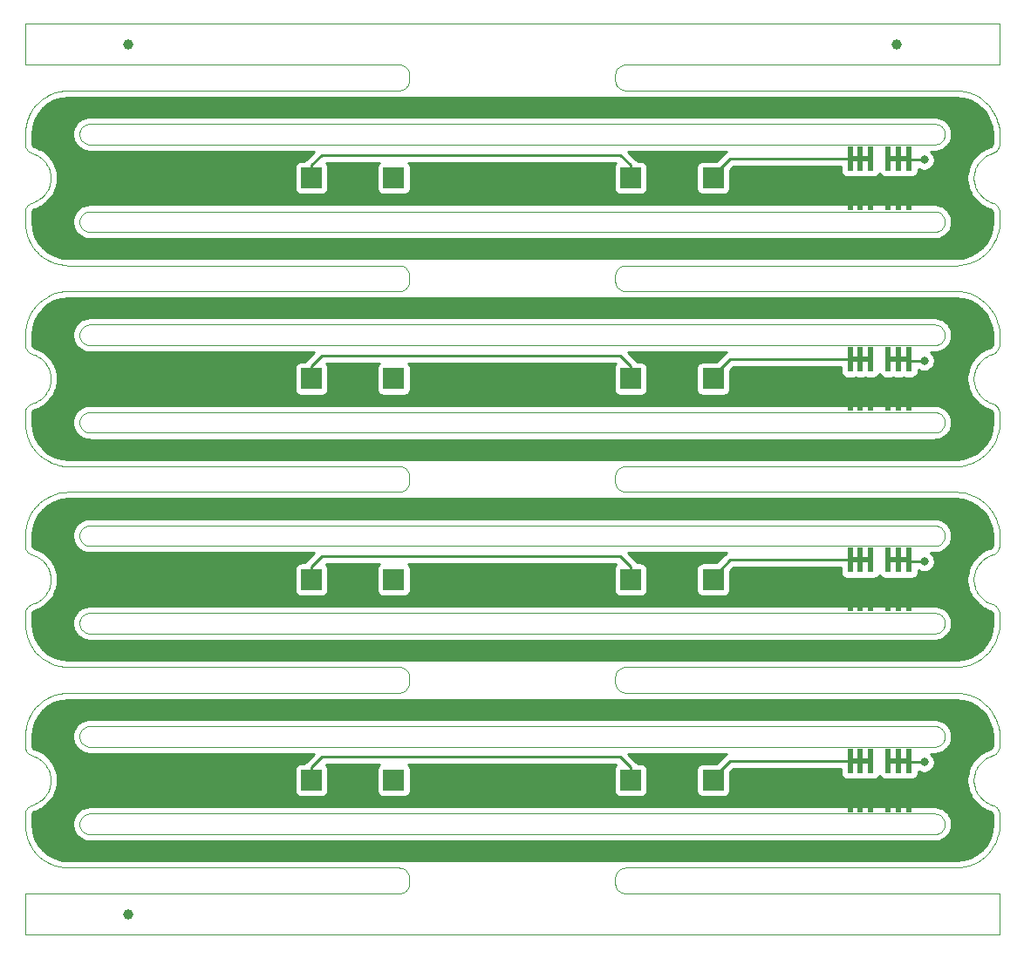
<source format=gbr>
G04 #@! TF.GenerationSoftware,KiCad,Pcbnew,5.1.5+dfsg1-2build2*
G04 #@! TF.CreationDate,2021-10-10T04:01:33+00:00*
G04 #@! TF.ProjectId,base_4.0,62617365-5f34-42e3-902e-6b696361645f,rev?*
G04 #@! TF.SameCoordinates,Original*
G04 #@! TF.FileFunction,Copper,L1,Top*
G04 #@! TF.FilePolarity,Positive*
%FSLAX46Y46*%
G04 Gerber Fmt 4.6, Leading zero omitted, Abs format (unit mm)*
G04 Created by KiCad (PCBNEW 5.1.5+dfsg1-2build2) date 2021-10-10 04:01:33*
%MOMM*%
%LPD*%
G04 APERTURE LIST*
G04 #@! TA.AperFunction,Profile*
%ADD10C,0.100000*%
G04 #@! TD*
G04 #@! TA.AperFunction,BGAPad,CuDef*
%ADD11C,1.000000*%
G04 #@! TD*
G04 #@! TA.AperFunction,SMDPad,CuDef*
%ADD12R,0.560000X2.400000*%
G04 #@! TD*
G04 #@! TA.AperFunction,ComponentPad*
%ADD13R,2.000000X2.000000*%
G04 #@! TD*
G04 #@! TA.AperFunction,ViaPad*
%ADD14C,0.800000*%
G04 #@! TD*
G04 #@! TA.AperFunction,Conductor*
%ADD15C,0.250000*%
G04 #@! TD*
G04 #@! TA.AperFunction,Conductor*
%ADD16C,0.500000*%
G04 #@! TD*
G04 #@! TA.AperFunction,Conductor*
%ADD17C,0.254000*%
G04 #@! TD*
G04 APERTURE END LIST*
D10*
X138549900Y-102715900D02*
X138451100Y-102736200D01*
X138646400Y-102685700D02*
X138549900Y-102715900D01*
X138739300Y-102645900D02*
X138646400Y-102685700D01*
X138827600Y-102596800D02*
X138739300Y-102645900D01*
X138910600Y-102539100D02*
X138827600Y-102596800D01*
X138987300Y-102473300D02*
X138910600Y-102539100D01*
X139057100Y-102399800D02*
X138987300Y-102473300D01*
X139119000Y-102319900D02*
X139057100Y-102399800D01*
X139172400Y-102234100D02*
X139119000Y-102319900D01*
X139216900Y-102143400D02*
X139172400Y-102234100D01*
X139252000Y-102048600D02*
X139216900Y-102143400D01*
X139277300Y-101950700D02*
X139252000Y-102048600D01*
X139292600Y-101850800D02*
X139277300Y-101950700D01*
X139297700Y-101749900D02*
X139292600Y-101850800D01*
X139292600Y-101649200D02*
X139297700Y-101749900D01*
X139277300Y-101549300D02*
X139292600Y-101649200D01*
X139252000Y-101451500D02*
X139277300Y-101549300D01*
X139216900Y-101356700D02*
X139252000Y-101451500D01*
X139172400Y-101266000D02*
X139216900Y-101356700D01*
X139119000Y-101180200D02*
X139172400Y-101266000D01*
X139057100Y-101100300D02*
X139119000Y-101180200D01*
X138987300Y-101026800D02*
X139057100Y-101100300D01*
X138910600Y-100961000D02*
X138987300Y-101026800D01*
X138827600Y-100903300D02*
X138910600Y-100961000D01*
X138739300Y-100854200D02*
X138827600Y-100903300D01*
X138646600Y-100814500D02*
X138739300Y-100854200D01*
X138550200Y-100784200D02*
X138646600Y-100814500D01*
X138451200Y-100763800D02*
X138550200Y-100784200D01*
X138350700Y-100753600D02*
X138451200Y-100763800D01*
X138274800Y-100751000D02*
X138350700Y-100753600D01*
X56325400Y-100751000D02*
X138274800Y-100751000D01*
X56249200Y-100753600D02*
X56325400Y-100751000D01*
X56148800Y-100763800D02*
X56249200Y-100753600D01*
X56049800Y-100784200D02*
X56148800Y-100763800D01*
X55953400Y-100814500D02*
X56049800Y-100784200D01*
X55860500Y-100854300D02*
X55953400Y-100814500D01*
X55772100Y-100903400D02*
X55860500Y-100854300D01*
X55689200Y-100961100D02*
X55772100Y-100903400D01*
X55612500Y-101027000D02*
X55689200Y-100961100D01*
X55542900Y-101100300D02*
X55612500Y-101027000D01*
X55481000Y-101180200D02*
X55542900Y-101100300D01*
X55427600Y-101266000D02*
X55481000Y-101180200D01*
X55383100Y-101356700D02*
X55427600Y-101266000D01*
X55348100Y-101451200D02*
X55383100Y-101356700D01*
X55322700Y-101549100D02*
X55348100Y-101451200D01*
X55307400Y-101649000D02*
X55322700Y-101549100D01*
X55302300Y-101749900D02*
X55307400Y-101649000D01*
X55307400Y-101850800D02*
X55302300Y-101749900D01*
X55322700Y-101950700D02*
X55307400Y-101850800D01*
X55348000Y-102048600D02*
X55322700Y-101950700D01*
X55383100Y-102143400D02*
X55348000Y-102048600D01*
X55427600Y-102234100D02*
X55383100Y-102143400D01*
X55481000Y-102319900D02*
X55427600Y-102234100D01*
X55542900Y-102399800D02*
X55481000Y-102319900D01*
X55612500Y-102473100D02*
X55542900Y-102399800D01*
X55689200Y-102538900D02*
X55612500Y-102473100D01*
X55772100Y-102596700D02*
X55689200Y-102538900D01*
X55860500Y-102645700D02*
X55772100Y-102596700D01*
X55953400Y-102685600D02*
X55860500Y-102645700D01*
X56049800Y-102715900D02*
X55953400Y-102685600D01*
X56148800Y-102736200D02*
X56049800Y-102715900D01*
X56249300Y-102746500D02*
X56148800Y-102736200D01*
X56325200Y-102749000D02*
X56249300Y-102746500D01*
X138274900Y-102749000D02*
X56325200Y-102749000D01*
X138350500Y-102746500D02*
X138274900Y-102749000D01*
X138451100Y-102736200D02*
X138350500Y-102746500D01*
X138549900Y-94215900D02*
X138451100Y-94236200D01*
X138646400Y-94185700D02*
X138549900Y-94215900D01*
X138739300Y-94145900D02*
X138646400Y-94185700D01*
X138827600Y-94096800D02*
X138739300Y-94145900D01*
X138910600Y-94039100D02*
X138827600Y-94096800D01*
X138987300Y-93973300D02*
X138910600Y-94039100D01*
X139057100Y-93899800D02*
X138987300Y-93973300D01*
X139119000Y-93819900D02*
X139057100Y-93899800D01*
X139172400Y-93734100D02*
X139119000Y-93819900D01*
X139216900Y-93643400D02*
X139172400Y-93734100D01*
X139252000Y-93548600D02*
X139216900Y-93643400D01*
X139277300Y-93450700D02*
X139252000Y-93548600D01*
X139292600Y-93350800D02*
X139277300Y-93450700D01*
X139297700Y-93249900D02*
X139292600Y-93350800D01*
X139292600Y-93149200D02*
X139297700Y-93249900D01*
X139277300Y-93049300D02*
X139292600Y-93149200D01*
X139252000Y-92951500D02*
X139277300Y-93049300D01*
X139216900Y-92856700D02*
X139252000Y-92951500D01*
X139172400Y-92766000D02*
X139216900Y-92856700D01*
X139119000Y-92680200D02*
X139172400Y-92766000D01*
X139057100Y-92600300D02*
X139119000Y-92680200D01*
X138987300Y-92526800D02*
X139057100Y-92600300D01*
X138910600Y-92461000D02*
X138987300Y-92526800D01*
X138827600Y-92403300D02*
X138910600Y-92461000D01*
X138739300Y-92354200D02*
X138827600Y-92403300D01*
X138646600Y-92314500D02*
X138739300Y-92354200D01*
X138550200Y-92284200D02*
X138646600Y-92314500D01*
X138451200Y-92263800D02*
X138550200Y-92284200D01*
X138350700Y-92253600D02*
X138451200Y-92263800D01*
X138274800Y-92251000D02*
X138350700Y-92253600D01*
X56325400Y-92251000D02*
X138274800Y-92251000D01*
X56249200Y-92253600D02*
X56325400Y-92251000D01*
X56148800Y-92263800D02*
X56249200Y-92253600D01*
X56049800Y-92284200D02*
X56148800Y-92263800D01*
X55953400Y-92314500D02*
X56049800Y-92284200D01*
X55860500Y-92354300D02*
X55953400Y-92314500D01*
X55772100Y-92403400D02*
X55860500Y-92354300D01*
X55689200Y-92461100D02*
X55772100Y-92403400D01*
X55612500Y-92527000D02*
X55689200Y-92461100D01*
X55542900Y-92600300D02*
X55612500Y-92527000D01*
X55481000Y-92680200D02*
X55542900Y-92600300D01*
X55427600Y-92766000D02*
X55481000Y-92680200D01*
X55383100Y-92856700D02*
X55427600Y-92766000D01*
X55348100Y-92951200D02*
X55383100Y-92856700D01*
X55322700Y-93049100D02*
X55348100Y-92951200D01*
X55307400Y-93149000D02*
X55322700Y-93049100D01*
X55302300Y-93249900D02*
X55307400Y-93149000D01*
X55307400Y-93350800D02*
X55302300Y-93249900D01*
X55322700Y-93450700D02*
X55307400Y-93350800D01*
X55348000Y-93548600D02*
X55322700Y-93450700D01*
X55383100Y-93643400D02*
X55348000Y-93548600D01*
X55427600Y-93734100D02*
X55383100Y-93643400D01*
X55481000Y-93819900D02*
X55427600Y-93734100D01*
X55542900Y-93899800D02*
X55481000Y-93819900D01*
X55612500Y-93973100D02*
X55542900Y-93899800D01*
X55689200Y-94038900D02*
X55612500Y-93973100D01*
X55772100Y-94096700D02*
X55689200Y-94038900D01*
X55860500Y-94145700D02*
X55772100Y-94096700D01*
X55953400Y-94185600D02*
X55860500Y-94145700D01*
X56049800Y-94215900D02*
X55953400Y-94185600D01*
X56148800Y-94236200D02*
X56049800Y-94215900D01*
X56249300Y-94246500D02*
X56148800Y-94236200D01*
X56325200Y-94249000D02*
X56249300Y-94246500D01*
X138274900Y-94249000D02*
X56325200Y-94249000D01*
X138350500Y-94246500D02*
X138274900Y-94249000D01*
X138451100Y-94236200D02*
X138350500Y-94246500D01*
X138549900Y-83215900D02*
X138451000Y-83236200D01*
X138646400Y-83185700D02*
X138549900Y-83215900D01*
X138739300Y-83145800D02*
X138646400Y-83185700D01*
X138827600Y-83096800D02*
X138739300Y-83145800D01*
X138910600Y-83039100D02*
X138827600Y-83096800D01*
X138987300Y-82973300D02*
X138910600Y-83039100D01*
X139057100Y-82899800D02*
X138987300Y-82973300D01*
X139119000Y-82819900D02*
X139057100Y-82899800D01*
X139172400Y-82734100D02*
X139119000Y-82819900D01*
X139216900Y-82643300D02*
X139172400Y-82734100D01*
X139252000Y-82548600D02*
X139216900Y-82643300D01*
X139277300Y-82450700D02*
X139252000Y-82548600D01*
X139292600Y-82350800D02*
X139277300Y-82450700D01*
X139297700Y-82249900D02*
X139292600Y-82350800D01*
X139292600Y-82149200D02*
X139297700Y-82249900D01*
X139277300Y-82049300D02*
X139292600Y-82149200D01*
X139252000Y-81951500D02*
X139277300Y-82049300D01*
X139216900Y-81856700D02*
X139252000Y-81951500D01*
X139172400Y-81765900D02*
X139216900Y-81856700D01*
X139119000Y-81680200D02*
X139172400Y-81765900D01*
X139057100Y-81600200D02*
X139119000Y-81680200D01*
X138987300Y-81526800D02*
X139057100Y-81600200D01*
X138910600Y-81461000D02*
X138987300Y-81526800D01*
X138827600Y-81403200D02*
X138910600Y-81461000D01*
X138739300Y-81354200D02*
X138827600Y-81403200D01*
X138646600Y-81314500D02*
X138739300Y-81354200D01*
X138550200Y-81284200D02*
X138646600Y-81314500D01*
X138451200Y-81263800D02*
X138550200Y-81284200D01*
X138350700Y-81253600D02*
X138451200Y-81263800D01*
X138274800Y-81251000D02*
X138350700Y-81253600D01*
X56325300Y-81251000D02*
X138274800Y-81251000D01*
X56249200Y-81253600D02*
X56325300Y-81251000D01*
X56148800Y-81263800D02*
X56249200Y-81253600D01*
X56049800Y-81284200D02*
X56148800Y-81263800D01*
X55953400Y-81314500D02*
X56049800Y-81284200D01*
X55860500Y-81354300D02*
X55953400Y-81314500D01*
X55772100Y-81403400D02*
X55860500Y-81354300D01*
X55689200Y-81461100D02*
X55772100Y-81403400D01*
X55612500Y-81527000D02*
X55689200Y-81461100D01*
X55542900Y-81600200D02*
X55612500Y-81527000D01*
X55481000Y-81680200D02*
X55542900Y-81600200D01*
X55427600Y-81765900D02*
X55481000Y-81680200D01*
X55383100Y-81856700D02*
X55427600Y-81765900D01*
X55348100Y-81951200D02*
X55383100Y-81856700D01*
X55322700Y-82049000D02*
X55348100Y-81951200D01*
X55307400Y-82148900D02*
X55322700Y-82049000D01*
X55302300Y-82249900D02*
X55307400Y-82148900D01*
X55307400Y-82350800D02*
X55302300Y-82249900D01*
X55322700Y-82450700D02*
X55307400Y-82350800D01*
X55348000Y-82548600D02*
X55322700Y-82450700D01*
X55383100Y-82643300D02*
X55348000Y-82548600D01*
X55427600Y-82734100D02*
X55383100Y-82643300D01*
X55481000Y-82819900D02*
X55427600Y-82734100D01*
X55542900Y-82899800D02*
X55481000Y-82819900D01*
X55612500Y-82973100D02*
X55542900Y-82899800D01*
X55689200Y-83038900D02*
X55612500Y-82973100D01*
X55772100Y-83096700D02*
X55689200Y-83038900D01*
X55860500Y-83145700D02*
X55772100Y-83096700D01*
X55953400Y-83185600D02*
X55860500Y-83145700D01*
X56049800Y-83215800D02*
X55953400Y-83185600D01*
X56148800Y-83236200D02*
X56049800Y-83215800D01*
X56249300Y-83246400D02*
X56148800Y-83236200D01*
X56325200Y-83249000D02*
X56249300Y-83246400D01*
X138274800Y-83249000D02*
X56325200Y-83249000D01*
X138350600Y-83246400D02*
X138274800Y-83249000D01*
X138451000Y-83236200D02*
X138350600Y-83246400D01*
X138549900Y-74715900D02*
X138451000Y-74736200D01*
X138646400Y-74685700D02*
X138549900Y-74715900D01*
X138739300Y-74645800D02*
X138646400Y-74685700D01*
X138827600Y-74596800D02*
X138739300Y-74645800D01*
X138910600Y-74539100D02*
X138827600Y-74596800D01*
X138987300Y-74473300D02*
X138910600Y-74539100D01*
X139057100Y-74399800D02*
X138987300Y-74473300D01*
X139119000Y-74319900D02*
X139057100Y-74399800D01*
X139172400Y-74234100D02*
X139119000Y-74319900D01*
X139216900Y-74143300D02*
X139172400Y-74234100D01*
X139252000Y-74048600D02*
X139216900Y-74143300D01*
X139277300Y-73950700D02*
X139252000Y-74048600D01*
X139292600Y-73850800D02*
X139277300Y-73950700D01*
X139297700Y-73749900D02*
X139292600Y-73850800D01*
X139292600Y-73649200D02*
X139297700Y-73749900D01*
X139277300Y-73549300D02*
X139292600Y-73649200D01*
X139252000Y-73451500D02*
X139277300Y-73549300D01*
X139216900Y-73356700D02*
X139252000Y-73451500D01*
X139172400Y-73265900D02*
X139216900Y-73356700D01*
X139119000Y-73180200D02*
X139172400Y-73265900D01*
X139057100Y-73100200D02*
X139119000Y-73180200D01*
X138987300Y-73026800D02*
X139057100Y-73100200D01*
X138910600Y-72961000D02*
X138987300Y-73026800D01*
X138827600Y-72903200D02*
X138910600Y-72961000D01*
X138739300Y-72854200D02*
X138827600Y-72903200D01*
X138646600Y-72814500D02*
X138739300Y-72854200D01*
X138550200Y-72784200D02*
X138646600Y-72814500D01*
X138451200Y-72763800D02*
X138550200Y-72784200D01*
X138350700Y-72753600D02*
X138451200Y-72763800D01*
X138274800Y-72751000D02*
X138350700Y-72753600D01*
X56325300Y-72751000D02*
X138274800Y-72751000D01*
X56249200Y-72753600D02*
X56325300Y-72751000D01*
X56148800Y-72763800D02*
X56249200Y-72753600D01*
X56049800Y-72784200D02*
X56148800Y-72763800D01*
X55953400Y-72814500D02*
X56049800Y-72784200D01*
X55860500Y-72854300D02*
X55953400Y-72814500D01*
X55772100Y-72903400D02*
X55860500Y-72854300D01*
X55689200Y-72961100D02*
X55772100Y-72903400D01*
X55612500Y-73027000D02*
X55689200Y-72961100D01*
X55542900Y-73100200D02*
X55612500Y-73027000D01*
X55481000Y-73180200D02*
X55542900Y-73100200D01*
X55427600Y-73265900D02*
X55481000Y-73180200D01*
X55383100Y-73356700D02*
X55427600Y-73265900D01*
X55348100Y-73451200D02*
X55383100Y-73356700D01*
X55322700Y-73549000D02*
X55348100Y-73451200D01*
X55307400Y-73648900D02*
X55322700Y-73549000D01*
X55302300Y-73749900D02*
X55307400Y-73648900D01*
X55307400Y-73850800D02*
X55302300Y-73749900D01*
X55322700Y-73950700D02*
X55307400Y-73850800D01*
X55348000Y-74048600D02*
X55322700Y-73950700D01*
X55383100Y-74143300D02*
X55348000Y-74048600D01*
X55427600Y-74234100D02*
X55383100Y-74143300D01*
X55481000Y-74319900D02*
X55427600Y-74234100D01*
X55542900Y-74399800D02*
X55481000Y-74319900D01*
X55612500Y-74473100D02*
X55542900Y-74399800D01*
X55689200Y-74538900D02*
X55612500Y-74473100D01*
X55772100Y-74596700D02*
X55689200Y-74538900D01*
X55860500Y-74645700D02*
X55772100Y-74596700D01*
X55953400Y-74685600D02*
X55860500Y-74645700D01*
X56049800Y-74715800D02*
X55953400Y-74685600D01*
X56148800Y-74736200D02*
X56049800Y-74715800D01*
X56249300Y-74746400D02*
X56148800Y-74736200D01*
X56325200Y-74749000D02*
X56249300Y-74746400D01*
X138274800Y-74749000D02*
X56325200Y-74749000D01*
X138350600Y-74746400D02*
X138274800Y-74749000D01*
X138451000Y-74736200D02*
X138350600Y-74746400D01*
X138549900Y-63715900D02*
X138451000Y-63736200D01*
X138646400Y-63685700D02*
X138549900Y-63715900D01*
X138739300Y-63645800D02*
X138646400Y-63685700D01*
X138827600Y-63596800D02*
X138739300Y-63645800D01*
X138910600Y-63539100D02*
X138827600Y-63596800D01*
X138987300Y-63473200D02*
X138910600Y-63539100D01*
X139057100Y-63399800D02*
X138987300Y-63473200D01*
X139118800Y-63320100D02*
X139057100Y-63399800D01*
X139172300Y-63234300D02*
X139118800Y-63320100D01*
X139216800Y-63143600D02*
X139172300Y-63234300D01*
X139251900Y-63048800D02*
X139216800Y-63143600D01*
X139277300Y-62951000D02*
X139251900Y-63048800D01*
X139292600Y-62851100D02*
X139277300Y-62951000D01*
X139297700Y-62750100D02*
X139292600Y-62851100D01*
X139292600Y-62649200D02*
X139297700Y-62750100D01*
X139277300Y-62549300D02*
X139292600Y-62649200D01*
X139252000Y-62451500D02*
X139277300Y-62549300D01*
X139216800Y-62356400D02*
X139252000Y-62451500D01*
X139172300Y-62265700D02*
X139216800Y-62356400D01*
X139118800Y-62179900D02*
X139172300Y-62265700D01*
X139056900Y-62100000D02*
X139118800Y-62179900D01*
X138987300Y-62026800D02*
X139056900Y-62100000D01*
X138910600Y-61960900D02*
X138987300Y-62026800D01*
X138827600Y-61903200D02*
X138910600Y-61960900D01*
X138739500Y-61854300D02*
X138827600Y-61903200D01*
X138646600Y-61814400D02*
X138739500Y-61854300D01*
X138550200Y-61784200D02*
X138646600Y-61814400D01*
X138451200Y-61763800D02*
X138550200Y-61784200D01*
X138350700Y-61753600D02*
X138451200Y-61763800D01*
X138274800Y-61751000D02*
X138350700Y-61753600D01*
X56325200Y-61751000D02*
X138274800Y-61751000D01*
X56249300Y-61753600D02*
X56325200Y-61751000D01*
X56148800Y-61763800D02*
X56249300Y-61753600D01*
X56049800Y-61784200D02*
X56148800Y-61763800D01*
X55953400Y-61814400D02*
X56049800Y-61784200D01*
X55860500Y-61854300D02*
X55953400Y-61814400D01*
X55772100Y-61903400D02*
X55860500Y-61854300D01*
X55689200Y-61961100D02*
X55772100Y-61903400D01*
X55612500Y-62027000D02*
X55689200Y-61961100D01*
X55542900Y-62100200D02*
X55612500Y-62027000D01*
X55481000Y-62180200D02*
X55542900Y-62100200D01*
X55427600Y-62265900D02*
X55481000Y-62180200D01*
X55383100Y-62356700D02*
X55427600Y-62265900D01*
X55348000Y-62451500D02*
X55383100Y-62356700D01*
X55322700Y-62549000D02*
X55348000Y-62451500D01*
X55307400Y-62648900D02*
X55322700Y-62549000D01*
X55302300Y-62749900D02*
X55307400Y-62648900D01*
X55307400Y-62850800D02*
X55302300Y-62749900D01*
X55322700Y-62950700D02*
X55307400Y-62850800D01*
X55348000Y-63048500D02*
X55322700Y-62950700D01*
X55383100Y-63143300D02*
X55348000Y-63048500D01*
X55427600Y-63234100D02*
X55383100Y-63143300D01*
X55481000Y-63319900D02*
X55427600Y-63234100D01*
X55542900Y-63399800D02*
X55481000Y-63319900D01*
X55612500Y-63473000D02*
X55542900Y-63399800D01*
X55689200Y-63538900D02*
X55612500Y-63473000D01*
X55772100Y-63596600D02*
X55689200Y-63538900D01*
X55860500Y-63645700D02*
X55772100Y-63596600D01*
X55953400Y-63685600D02*
X55860500Y-63645700D01*
X56049800Y-63715800D02*
X55953400Y-63685600D01*
X56148800Y-63736200D02*
X56049800Y-63715800D01*
X56249300Y-63746400D02*
X56148800Y-63736200D01*
X56325200Y-63749000D02*
X56249300Y-63746400D01*
X138274800Y-63749000D02*
X56325200Y-63749000D01*
X138350700Y-63746400D02*
X138274800Y-63749000D01*
X138451000Y-63736200D02*
X138350700Y-63746400D01*
X138549900Y-55215900D02*
X138451000Y-55236200D01*
X138646400Y-55185700D02*
X138549900Y-55215900D01*
X138739300Y-55145800D02*
X138646400Y-55185700D01*
X138827600Y-55096800D02*
X138739300Y-55145800D01*
X138910600Y-55039100D02*
X138827600Y-55096800D01*
X138987300Y-54973200D02*
X138910600Y-55039100D01*
X139057100Y-54899800D02*
X138987300Y-54973200D01*
X139118800Y-54820100D02*
X139057100Y-54899800D01*
X139172300Y-54734300D02*
X139118800Y-54820100D01*
X139216800Y-54643600D02*
X139172300Y-54734300D01*
X139251900Y-54548800D02*
X139216800Y-54643600D01*
X139277300Y-54451000D02*
X139251900Y-54548800D01*
X139292600Y-54351100D02*
X139277300Y-54451000D01*
X139297700Y-54250100D02*
X139292600Y-54351100D01*
X139292600Y-54149200D02*
X139297700Y-54250100D01*
X139277300Y-54049300D02*
X139292600Y-54149200D01*
X139252000Y-53951500D02*
X139277300Y-54049300D01*
X139216800Y-53856400D02*
X139252000Y-53951500D01*
X139172300Y-53765700D02*
X139216800Y-53856400D01*
X139118800Y-53679900D02*
X139172300Y-53765700D01*
X139056900Y-53600000D02*
X139118800Y-53679900D01*
X138987300Y-53526800D02*
X139056900Y-53600000D01*
X138910600Y-53460900D02*
X138987300Y-53526800D01*
X138827600Y-53403200D02*
X138910600Y-53460900D01*
X138739500Y-53354300D02*
X138827600Y-53403200D01*
X138646600Y-53314400D02*
X138739500Y-53354300D01*
X138550200Y-53284200D02*
X138646600Y-53314400D01*
X138451200Y-53263800D02*
X138550200Y-53284200D01*
X138350700Y-53253600D02*
X138451200Y-53263800D01*
X138274800Y-53251000D02*
X138350700Y-53253600D01*
X56325200Y-53251000D02*
X138274800Y-53251000D01*
X56249300Y-53253600D02*
X56325200Y-53251000D01*
X56148800Y-53263800D02*
X56249300Y-53253600D01*
X56049800Y-53284200D02*
X56148800Y-53263800D01*
X55953400Y-53314400D02*
X56049800Y-53284200D01*
X55860500Y-53354300D02*
X55953400Y-53314400D01*
X55772100Y-53403400D02*
X55860500Y-53354300D01*
X55689200Y-53461100D02*
X55772100Y-53403400D01*
X55612500Y-53527000D02*
X55689200Y-53461100D01*
X55542900Y-53600200D02*
X55612500Y-53527000D01*
X55481000Y-53680200D02*
X55542900Y-53600200D01*
X55427600Y-53765900D02*
X55481000Y-53680200D01*
X55383100Y-53856700D02*
X55427600Y-53765900D01*
X55348000Y-53951500D02*
X55383100Y-53856700D01*
X55322700Y-54049000D02*
X55348000Y-53951500D01*
X55307400Y-54148900D02*
X55322700Y-54049000D01*
X55302300Y-54249900D02*
X55307400Y-54148900D01*
X55307400Y-54350800D02*
X55302300Y-54249900D01*
X55322700Y-54450700D02*
X55307400Y-54350800D01*
X55348000Y-54548500D02*
X55322700Y-54450700D01*
X55383100Y-54643300D02*
X55348000Y-54548500D01*
X55427600Y-54734100D02*
X55383100Y-54643300D01*
X55481000Y-54819900D02*
X55427600Y-54734100D01*
X55542900Y-54899800D02*
X55481000Y-54819900D01*
X55612500Y-54973000D02*
X55542900Y-54899800D01*
X55689200Y-55038900D02*
X55612500Y-54973000D01*
X55772100Y-55096600D02*
X55689200Y-55038900D01*
X55860500Y-55145700D02*
X55772100Y-55096600D01*
X55953400Y-55185600D02*
X55860500Y-55145700D01*
X56049800Y-55215800D02*
X55953400Y-55185600D01*
X56148800Y-55236200D02*
X56049800Y-55215800D01*
X56249300Y-55246400D02*
X56148800Y-55236200D01*
X56325200Y-55249000D02*
X56249300Y-55246400D01*
X138274800Y-55249000D02*
X56325200Y-55249000D01*
X138350700Y-55246400D02*
X138274800Y-55249000D01*
X138451000Y-55236200D02*
X138350700Y-55246400D01*
X138550200Y-122215900D02*
X138450700Y-122236300D01*
X138646600Y-122185600D02*
X138550200Y-122215900D01*
X138739500Y-122145700D02*
X138646600Y-122185600D01*
X138827900Y-122096700D02*
X138739500Y-122145700D01*
X138910800Y-122038900D02*
X138827900Y-122096700D01*
X138987500Y-121973100D02*
X138910800Y-122038900D01*
X139057100Y-121899800D02*
X138987500Y-121973100D01*
X139119000Y-121819900D02*
X139057100Y-121899800D01*
X139172400Y-121734100D02*
X139119000Y-121819900D01*
X139216900Y-121643400D02*
X139172400Y-121734100D01*
X139252000Y-121548600D02*
X139216900Y-121643400D01*
X139277300Y-121450800D02*
X139252000Y-121548600D01*
X139292600Y-121350900D02*
X139277300Y-121450800D01*
X139297700Y-121249900D02*
X139292600Y-121350900D01*
X139292600Y-121149300D02*
X139297700Y-121249900D01*
X139277300Y-121049300D02*
X139292600Y-121149300D01*
X139252000Y-120951500D02*
X139277300Y-121049300D01*
X139216900Y-120856700D02*
X139252000Y-120951500D01*
X139172400Y-120766000D02*
X139216900Y-120856700D01*
X139119000Y-120680200D02*
X139172400Y-120766000D01*
X139057100Y-120600300D02*
X139119000Y-120680200D01*
X138987300Y-120526800D02*
X139057100Y-120600300D01*
X138910600Y-120461000D02*
X138987300Y-120526800D01*
X138827600Y-120403300D02*
X138910600Y-120461000D01*
X138739300Y-120354200D02*
X138827600Y-120403300D01*
X138646600Y-120314500D02*
X138739300Y-120354200D01*
X138550200Y-120284200D02*
X138646600Y-120314500D01*
X138451200Y-120263900D02*
X138550200Y-120284200D01*
X138350700Y-120253600D02*
X138451200Y-120263900D01*
X138274800Y-120251100D02*
X138350700Y-120253600D01*
X56325000Y-120251100D02*
X138274800Y-120251100D01*
X56249600Y-120253600D02*
X56325000Y-120251100D01*
X56148800Y-120263900D02*
X56249600Y-120253600D01*
X56049800Y-120284200D02*
X56148800Y-120263900D01*
X55953400Y-120314500D02*
X56049800Y-120284200D01*
X55860500Y-120354400D02*
X55953400Y-120314500D01*
X55772100Y-120403400D02*
X55860500Y-120354400D01*
X55689200Y-120461200D02*
X55772100Y-120403400D01*
X55612500Y-120527000D02*
X55689200Y-120461200D01*
X55542900Y-120600300D02*
X55612500Y-120527000D01*
X55481000Y-120680200D02*
X55542900Y-120600300D01*
X55427600Y-120766000D02*
X55481000Y-120680200D01*
X55383100Y-120856700D02*
X55427600Y-120766000D01*
X55348100Y-120951200D02*
X55383100Y-120856700D01*
X55322700Y-121049100D02*
X55348100Y-120951200D01*
X55307400Y-121149000D02*
X55322700Y-121049100D01*
X55302300Y-121249900D02*
X55307400Y-121149000D01*
X55307400Y-121350900D02*
X55302300Y-121249900D01*
X55322700Y-121450800D02*
X55307400Y-121350900D01*
X55348000Y-121548600D02*
X55322700Y-121450800D01*
X55383100Y-121643400D02*
X55348000Y-121548600D01*
X55427600Y-121734100D02*
X55383100Y-121643400D01*
X55481000Y-121819900D02*
X55427600Y-121734100D01*
X55542900Y-121899800D02*
X55481000Y-121819900D01*
X55612500Y-121973100D02*
X55542900Y-121899800D01*
X55689200Y-122038900D02*
X55612500Y-121973100D01*
X55772100Y-122096700D02*
X55689200Y-122038900D01*
X55860500Y-122145700D02*
X55772100Y-122096700D01*
X55953400Y-122185600D02*
X55860500Y-122145700D01*
X56049800Y-122215900D02*
X55953400Y-122185600D01*
X56148800Y-122236200D02*
X56049800Y-122215900D01*
X56249300Y-122246500D02*
X56148800Y-122236200D01*
X56325200Y-122249100D02*
X56249300Y-122246500D01*
X138274500Y-122249100D02*
X56325200Y-122249100D01*
X138350900Y-122246500D02*
X138274500Y-122249100D01*
X138450700Y-122236300D02*
X138350900Y-122246500D01*
X138550200Y-113715900D02*
X138450700Y-113736300D01*
X138646600Y-113685600D02*
X138550200Y-113715900D01*
X138739500Y-113645700D02*
X138646600Y-113685600D01*
X138827900Y-113596700D02*
X138739500Y-113645700D01*
X138910800Y-113538900D02*
X138827900Y-113596700D01*
X138987500Y-113473100D02*
X138910800Y-113538900D01*
X139057100Y-113399800D02*
X138987500Y-113473100D01*
X139119000Y-113319900D02*
X139057100Y-113399800D01*
X139172400Y-113234100D02*
X139119000Y-113319900D01*
X139216900Y-113143400D02*
X139172400Y-113234100D01*
X139252000Y-113048600D02*
X139216900Y-113143400D01*
X139277300Y-112950800D02*
X139252000Y-113048600D01*
X139292600Y-112850900D02*
X139277300Y-112950800D01*
X139297700Y-112749900D02*
X139292600Y-112850900D01*
X139292600Y-112649300D02*
X139297700Y-112749900D01*
X139277300Y-112549300D02*
X139292600Y-112649300D01*
X139252000Y-112451500D02*
X139277300Y-112549300D01*
X139216900Y-112356700D02*
X139252000Y-112451500D01*
X139172400Y-112266000D02*
X139216900Y-112356700D01*
X139119000Y-112180200D02*
X139172400Y-112266000D01*
X139057100Y-112100300D02*
X139119000Y-112180200D01*
X138987300Y-112026800D02*
X139057100Y-112100300D01*
X138910600Y-111961000D02*
X138987300Y-112026800D01*
X138827600Y-111903300D02*
X138910600Y-111961000D01*
X138739300Y-111854200D02*
X138827600Y-111903300D01*
X138646600Y-111814500D02*
X138739300Y-111854200D01*
X138550200Y-111784200D02*
X138646600Y-111814500D01*
X138451200Y-111763900D02*
X138550200Y-111784200D01*
X138350700Y-111753600D02*
X138451200Y-111763900D01*
X138274800Y-111751100D02*
X138350700Y-111753600D01*
X56325000Y-111751100D02*
X138274800Y-111751100D01*
X56249600Y-111753600D02*
X56325000Y-111751100D01*
X56148800Y-111763900D02*
X56249600Y-111753600D01*
X56049800Y-111784200D02*
X56148800Y-111763900D01*
X55953400Y-111814500D02*
X56049800Y-111784200D01*
X55860500Y-111854400D02*
X55953400Y-111814500D01*
X55772100Y-111903400D02*
X55860500Y-111854400D01*
X55689200Y-111961200D02*
X55772100Y-111903400D01*
X55612500Y-112027000D02*
X55689200Y-111961200D01*
X55542900Y-112100300D02*
X55612500Y-112027000D01*
X55481000Y-112180200D02*
X55542900Y-112100300D01*
X55427600Y-112266000D02*
X55481000Y-112180200D01*
X55383100Y-112356700D02*
X55427600Y-112266000D01*
X55348100Y-112451200D02*
X55383100Y-112356700D01*
X55322700Y-112549100D02*
X55348100Y-112451200D01*
X55307400Y-112649000D02*
X55322700Y-112549100D01*
X55302300Y-112749900D02*
X55307400Y-112649000D01*
X55307400Y-112850900D02*
X55302300Y-112749900D01*
X55322700Y-112950800D02*
X55307400Y-112850900D01*
X55348000Y-113048600D02*
X55322700Y-112950800D01*
X55383100Y-113143400D02*
X55348000Y-113048600D01*
X55427600Y-113234100D02*
X55383100Y-113143400D01*
X55481000Y-113319900D02*
X55427600Y-113234100D01*
X55542900Y-113399800D02*
X55481000Y-113319900D01*
X55612500Y-113473100D02*
X55542900Y-113399800D01*
X55689200Y-113538900D02*
X55612500Y-113473100D01*
X55772100Y-113596700D02*
X55689200Y-113538900D01*
X55860500Y-113645700D02*
X55772100Y-113596700D01*
X55953400Y-113685600D02*
X55860500Y-113645700D01*
X56049800Y-113715900D02*
X55953400Y-113685600D01*
X56148800Y-113736200D02*
X56049800Y-113715900D01*
X56249300Y-113746500D02*
X56148800Y-113736200D01*
X56325200Y-113749100D02*
X56249300Y-113746500D01*
X138274500Y-113749100D02*
X56325200Y-113749100D01*
X138350900Y-113746500D02*
X138274500Y-113749100D01*
X138450700Y-113736300D02*
X138350900Y-113746500D01*
X144576500Y-43499000D02*
X50009200Y-43499700D01*
X144591800Y-43499800D02*
X144576500Y-43499000D01*
X144597000Y-43502300D02*
X144591800Y-43499800D01*
X144600200Y-43508200D02*
X144597000Y-43502300D01*
X144601000Y-43523500D02*
X144600200Y-43508200D01*
X144601000Y-47475500D02*
X144601000Y-43523500D01*
X144599700Y-47492700D02*
X144601000Y-47475500D01*
X144597000Y-47496700D02*
X144599700Y-47492700D01*
X144591800Y-47499200D02*
X144597000Y-47496700D01*
X108291300Y-47500000D02*
X144591800Y-47499200D01*
X108194000Y-47504800D02*
X108291300Y-47500000D01*
X108097900Y-47519000D02*
X108194000Y-47504800D01*
X108003600Y-47542600D02*
X108097900Y-47519000D01*
X107912200Y-47575400D02*
X108003600Y-47542600D01*
X107824300Y-47616900D02*
X107912200Y-47575400D01*
X107741000Y-47666900D02*
X107824300Y-47616900D01*
X107663000Y-47724700D02*
X107741000Y-47666900D01*
X107591000Y-47790000D02*
X107663000Y-47724700D01*
X107525700Y-47862000D02*
X107591000Y-47790000D01*
X107467900Y-47940000D02*
X107525700Y-47862000D01*
X107417900Y-48023300D02*
X107467900Y-47940000D01*
X107376400Y-48111100D02*
X107417900Y-48023300D01*
X107343700Y-48202600D02*
X107376400Y-48111100D01*
X107320000Y-48296900D02*
X107343700Y-48202600D01*
X107305800Y-48393000D02*
X107320000Y-48296900D01*
X107301000Y-48490200D02*
X107305800Y-48393000D01*
X107301000Y-49008800D02*
X107301000Y-48490200D01*
X107305800Y-49106000D02*
X107301000Y-49008800D01*
X107320000Y-49202100D02*
X107305800Y-49106000D01*
X107343700Y-49296400D02*
X107320000Y-49202100D01*
X107376400Y-49387900D02*
X107343700Y-49296400D01*
X107417900Y-49475700D02*
X107376400Y-49387900D01*
X107467900Y-49559000D02*
X107417900Y-49475700D01*
X107525700Y-49637000D02*
X107467900Y-49559000D01*
X107591000Y-49709000D02*
X107525700Y-49637000D01*
X107663000Y-49774300D02*
X107591000Y-49709000D01*
X107741000Y-49832100D02*
X107663000Y-49774300D01*
X107824300Y-49882100D02*
X107741000Y-49832100D01*
X107912200Y-49923600D02*
X107824300Y-49882100D01*
X108003600Y-49956400D02*
X107912200Y-49923600D01*
X108097900Y-49980000D02*
X108003600Y-49956400D01*
X108194000Y-49994200D02*
X108097900Y-49980000D01*
X108291300Y-49999000D02*
X108194000Y-49994200D01*
X140343400Y-49999000D02*
X108291300Y-49999000D01*
X140794600Y-50022700D02*
X140343400Y-49999000D01*
X141220800Y-50089800D02*
X140794600Y-50022700D01*
X141246500Y-50095300D02*
X141220800Y-50089800D01*
X141663300Y-50207300D02*
X141246500Y-50095300D01*
X142066700Y-50361800D02*
X141663300Y-50207300D01*
X142090700Y-50372500D02*
X142066700Y-50361800D01*
X142475100Y-50568700D02*
X142090700Y-50372500D01*
X142848300Y-50811000D02*
X142475100Y-50568700D01*
X143194500Y-51091300D02*
X142848300Y-50811000D01*
X143499800Y-51396200D02*
X143194500Y-51091300D01*
X143517400Y-51415700D02*
X143499800Y-51396200D01*
X143780800Y-51741100D02*
X143517400Y-51415700D01*
X143796300Y-51762300D02*
X143780800Y-51741100D01*
X144031100Y-52124500D02*
X143796300Y-51762300D01*
X144227500Y-52509200D02*
X144031100Y-52124500D01*
X144238200Y-52533200D02*
X144227500Y-52509200D01*
X144388200Y-52924100D02*
X144238200Y-52533200D01*
X144396300Y-52949100D02*
X144388200Y-52924100D01*
X144507800Y-53366500D02*
X144396300Y-52949100D01*
X144577300Y-53805500D02*
X144507800Y-53366500D01*
X144600900Y-54250100D02*
X144577300Y-53805500D01*
X144600900Y-55145800D02*
X144600900Y-54250100D01*
X144595900Y-55244100D02*
X144600900Y-55145800D01*
X144583400Y-55329600D02*
X144595900Y-55244100D01*
X144578600Y-55353900D02*
X144583400Y-55329600D01*
X144553400Y-55449200D02*
X144578600Y-55353900D01*
X144524000Y-55530000D02*
X144553400Y-55449200D01*
X144487300Y-55608200D02*
X144524000Y-55530000D01*
X144475600Y-55630000D02*
X144487300Y-55608200D01*
X144430700Y-55703900D02*
X144475600Y-55630000D01*
X144372100Y-55782500D02*
X144430700Y-55703900D01*
X144314100Y-55846600D02*
X144372100Y-55782500D01*
X144296500Y-55864100D02*
X144314100Y-55846600D01*
X144232100Y-55921700D02*
X144296500Y-55864100D01*
X144152700Y-55980100D02*
X144232100Y-55921700D01*
X144057300Y-56035700D02*
X144152700Y-55980100D01*
X143978600Y-56072200D02*
X144057300Y-56035700D01*
X143700100Y-56170700D02*
X143978600Y-56072200D01*
X143609400Y-56207800D02*
X143700100Y-56170700D01*
X143475300Y-56270600D02*
X143609400Y-56207800D01*
X143388700Y-56316400D02*
X143475300Y-56270600D01*
X143261400Y-56392000D02*
X143388700Y-56316400D01*
X143179800Y-56446200D02*
X143261400Y-56392000D01*
X143060600Y-56533900D02*
X143179800Y-56446200D01*
X142984600Y-56595900D02*
X143060600Y-56533900D01*
X142874600Y-56694900D02*
X142984600Y-56595900D01*
X142805100Y-56764000D02*
X142874600Y-56694900D01*
X142705400Y-56873400D02*
X142805100Y-56764000D01*
X142643000Y-56949000D02*
X142705400Y-56873400D01*
X142554500Y-57067700D02*
X142643000Y-56949000D01*
X142499900Y-57149100D02*
X142554500Y-57067700D01*
X142423600Y-57275900D02*
X142499900Y-57149100D01*
X142377200Y-57362300D02*
X142423600Y-57275900D01*
X142313700Y-57496000D02*
X142377200Y-57362300D01*
X142276000Y-57586500D02*
X142313700Y-57496000D01*
X142226000Y-57725800D02*
X142276000Y-57586500D01*
X142197400Y-57819500D02*
X142226000Y-57725800D01*
X142161300Y-57963100D02*
X142197400Y-57819500D01*
X142142200Y-58059200D02*
X142161300Y-57963100D01*
X142120400Y-58205600D02*
X142142200Y-58059200D01*
X142110700Y-58303100D02*
X142120400Y-58205600D01*
X142103400Y-58451000D02*
X142110700Y-58303100D01*
X142103400Y-58549000D02*
X142103400Y-58451000D01*
X142110700Y-58696900D02*
X142103400Y-58549000D01*
X142120400Y-58794400D02*
X142110700Y-58696900D01*
X142142200Y-58940800D02*
X142120400Y-58794400D01*
X142161300Y-59036900D02*
X142142200Y-58940800D01*
X142197400Y-59180500D02*
X142161300Y-59036900D01*
X142226000Y-59274200D02*
X142197400Y-59180500D01*
X142276000Y-59413500D02*
X142226000Y-59274200D01*
X142313700Y-59504000D02*
X142276000Y-59413500D01*
X142377200Y-59637700D02*
X142313700Y-59504000D01*
X142423600Y-59724100D02*
X142377200Y-59637700D01*
X142499900Y-59850900D02*
X142423600Y-59724100D01*
X142554500Y-59932300D02*
X142499900Y-59850900D01*
X142643000Y-60051000D02*
X142554500Y-59932300D01*
X142705400Y-60126600D02*
X142643000Y-60051000D01*
X142805100Y-60236000D02*
X142705400Y-60126600D01*
X142874600Y-60305100D02*
X142805100Y-60236000D01*
X142984600Y-60404100D02*
X142874600Y-60305100D01*
X143060600Y-60466100D02*
X142984600Y-60404100D01*
X143179800Y-60553800D02*
X143060600Y-60466100D01*
X143261500Y-60608000D02*
X143179800Y-60553800D01*
X143388700Y-60683600D02*
X143261500Y-60608000D01*
X143475300Y-60729500D02*
X143388700Y-60683600D01*
X143609400Y-60792200D02*
X143475300Y-60729500D01*
X143700100Y-60829300D02*
X143609400Y-60792200D01*
X143979100Y-60928000D02*
X143700100Y-60829300D01*
X144068400Y-60969800D02*
X143979100Y-60928000D01*
X144162800Y-61027000D02*
X144068400Y-60969800D01*
X144241700Y-61086500D02*
X144162800Y-61027000D01*
X144305400Y-61144300D02*
X144241700Y-61086500D01*
X144363800Y-61207900D02*
X144305400Y-61144300D01*
X144379500Y-61227000D02*
X144363800Y-61207900D01*
X144430700Y-61296100D02*
X144379500Y-61227000D01*
X144481800Y-61381000D02*
X144430700Y-61296100D01*
X144524100Y-61470000D02*
X144481800Y-61381000D01*
X144557400Y-61562800D02*
X144524100Y-61470000D01*
X144581400Y-61658400D02*
X144557400Y-61562800D01*
X144594300Y-61743400D02*
X144581400Y-61658400D01*
X144596800Y-61768000D02*
X144594300Y-61743400D01*
X144601000Y-61860300D02*
X144596800Y-61768000D01*
X144600900Y-62749900D02*
X144601000Y-61860300D01*
X144578400Y-63181200D02*
X144600900Y-62749900D01*
X144575700Y-63207300D02*
X144578400Y-63181200D01*
X144510200Y-63620800D02*
X144575700Y-63207300D01*
X144504700Y-63646500D02*
X144510200Y-63620800D01*
X144392700Y-64063300D02*
X144504700Y-63646500D01*
X144238200Y-64466700D02*
X144392700Y-64063300D01*
X144227500Y-64490700D02*
X144238200Y-64466700D01*
X144031300Y-64875100D02*
X144227500Y-64490700D01*
X143788700Y-65248700D02*
X144031300Y-64875100D01*
X143517400Y-65584200D02*
X143788700Y-65248700D01*
X143499800Y-65603800D02*
X143517400Y-65584200D01*
X143194400Y-65908700D02*
X143499800Y-65603800D01*
X142858900Y-66180800D02*
X143194400Y-65908700D01*
X142837700Y-66196300D02*
X142858900Y-66180800D01*
X142475500Y-66431100D02*
X142837700Y-66196300D01*
X142078600Y-66633300D02*
X142475500Y-66431100D01*
X141663300Y-66792700D02*
X142078600Y-66633300D01*
X141233500Y-66907800D02*
X141663300Y-66792700D01*
X140794000Y-66977400D02*
X141233500Y-66907800D01*
X140343600Y-67001000D02*
X140794000Y-66977400D01*
X108291300Y-67001000D02*
X140343600Y-67001000D01*
X108194000Y-67005800D02*
X108291300Y-67001000D01*
X108097900Y-67020000D02*
X108194000Y-67005800D01*
X108003600Y-67043600D02*
X108097900Y-67020000D01*
X107912200Y-67076400D02*
X108003600Y-67043600D01*
X107824300Y-67117900D02*
X107912200Y-67076400D01*
X107741000Y-67167900D02*
X107824300Y-67117900D01*
X107663000Y-67225700D02*
X107741000Y-67167900D01*
X107591000Y-67291000D02*
X107663000Y-67225700D01*
X107525700Y-67363000D02*
X107591000Y-67291000D01*
X107467900Y-67441000D02*
X107525700Y-67363000D01*
X107417900Y-67524300D02*
X107467900Y-67441000D01*
X107376400Y-67612100D02*
X107417900Y-67524300D01*
X107343700Y-67703600D02*
X107376400Y-67612100D01*
X107320000Y-67797900D02*
X107343700Y-67703600D01*
X107305800Y-67894000D02*
X107320000Y-67797900D01*
X107301000Y-67991200D02*
X107305800Y-67894000D01*
X107301000Y-68508800D02*
X107301000Y-67991200D01*
X107305800Y-68606000D02*
X107301000Y-68508800D01*
X107320000Y-68702100D02*
X107305800Y-68606000D01*
X107343700Y-68796400D02*
X107320000Y-68702100D01*
X107376400Y-68887900D02*
X107343700Y-68796400D01*
X107417900Y-68975700D02*
X107376400Y-68887900D01*
X107467900Y-69059000D02*
X107417900Y-68975700D01*
X107525700Y-69137000D02*
X107467900Y-69059000D01*
X107591000Y-69209000D02*
X107525700Y-69137000D01*
X107663000Y-69274300D02*
X107591000Y-69209000D01*
X107741000Y-69332200D02*
X107663000Y-69274300D01*
X107824300Y-69382100D02*
X107741000Y-69332200D01*
X107912200Y-69423600D02*
X107824300Y-69382100D01*
X108003600Y-69456400D02*
X107912200Y-69423600D01*
X108097900Y-69480000D02*
X108003600Y-69456400D01*
X108194000Y-69494200D02*
X108097900Y-69480000D01*
X108291300Y-69499000D02*
X108194000Y-69494200D01*
X140350200Y-69499100D02*
X108291300Y-69499000D01*
X140794600Y-69522700D02*
X140350200Y-69499100D01*
X141233500Y-69592200D02*
X140794600Y-69522700D01*
X141663300Y-69707300D02*
X141233500Y-69592200D01*
X142066700Y-69861800D02*
X141663300Y-69707300D01*
X142090700Y-69872500D02*
X142066700Y-69861800D01*
X142463800Y-70062600D02*
X142090700Y-69872500D01*
X142486500Y-70075700D02*
X142463800Y-70062600D01*
X142848700Y-70311300D02*
X142486500Y-70075700D01*
X143184200Y-70582600D02*
X142848700Y-70311300D01*
X143203800Y-70600200D02*
X143184200Y-70582600D01*
X143499800Y-70896200D02*
X143203800Y-70600200D01*
X143517400Y-70915800D02*
X143499800Y-70896200D01*
X143788700Y-71251400D02*
X143517400Y-70915800D01*
X144024300Y-71613500D02*
X143788700Y-71251400D01*
X144037400Y-71636200D02*
X144024300Y-71613500D01*
X144233100Y-72020900D02*
X144037400Y-71636200D01*
X144392500Y-72436300D02*
X144233100Y-72020900D01*
X144507700Y-72866000D02*
X144392500Y-72436300D01*
X144577400Y-73306000D02*
X144507700Y-72866000D01*
X144601000Y-73756400D02*
X144577400Y-73306000D01*
X144601000Y-74639900D02*
X144601000Y-73756400D01*
X144596800Y-74732000D02*
X144601000Y-74639900D01*
X144594300Y-74756600D02*
X144596800Y-74732000D01*
X144581300Y-74842100D02*
X144594300Y-74756600D01*
X144557200Y-74937700D02*
X144581300Y-74842100D01*
X144524000Y-75030000D02*
X144557200Y-74937700D01*
X144481800Y-75119100D02*
X144524000Y-75030000D01*
X144430900Y-75203500D02*
X144481800Y-75119100D01*
X144372100Y-75282600D02*
X144430900Y-75203500D01*
X144305700Y-75355400D02*
X144372100Y-75282600D01*
X144241700Y-75413500D02*
X144305700Y-75355400D01*
X144222500Y-75429100D02*
X144241700Y-75413500D01*
X144153100Y-75479900D02*
X144222500Y-75429100D01*
X144067900Y-75530500D02*
X144153100Y-75479900D01*
X143978600Y-75572200D02*
X144067900Y-75530500D01*
X143700100Y-75670700D02*
X143978600Y-75572200D01*
X143609400Y-75707800D02*
X143700100Y-75670700D01*
X143475300Y-75770600D02*
X143609400Y-75707800D01*
X143388700Y-75816400D02*
X143475300Y-75770600D01*
X143261400Y-75892000D02*
X143388700Y-75816400D01*
X143179800Y-75946200D02*
X143261400Y-75892000D01*
X143060600Y-76033900D02*
X143179800Y-75946200D01*
X142984600Y-76095900D02*
X143060600Y-76033900D01*
X142874600Y-76194900D02*
X142984600Y-76095900D01*
X142805100Y-76264000D02*
X142874600Y-76194900D01*
X142705400Y-76373400D02*
X142805100Y-76264000D01*
X142643000Y-76449000D02*
X142705400Y-76373400D01*
X142554500Y-76567700D02*
X142643000Y-76449000D01*
X142499900Y-76649100D02*
X142554500Y-76567700D01*
X142423600Y-76775900D02*
X142499900Y-76649100D01*
X142377200Y-76862300D02*
X142423600Y-76775900D01*
X142313700Y-76996000D02*
X142377200Y-76862300D01*
X142276000Y-77086500D02*
X142313700Y-76996000D01*
X142226000Y-77225800D02*
X142276000Y-77086500D01*
X142197400Y-77319500D02*
X142226000Y-77225800D01*
X142161300Y-77463100D02*
X142197400Y-77319500D01*
X142142200Y-77559200D02*
X142161300Y-77463100D01*
X142120400Y-77705600D02*
X142142200Y-77559200D01*
X142110700Y-77803200D02*
X142120400Y-77705600D01*
X142103400Y-77951000D02*
X142110700Y-77803200D01*
X142103400Y-78049000D02*
X142103400Y-77951000D01*
X142110700Y-78196900D02*
X142103400Y-78049000D01*
X142120400Y-78294400D02*
X142110700Y-78196900D01*
X142142200Y-78440800D02*
X142120400Y-78294400D01*
X142161300Y-78536900D02*
X142142200Y-78440800D01*
X142197400Y-78680500D02*
X142161300Y-78536900D01*
X142226000Y-78774200D02*
X142197400Y-78680500D01*
X142276000Y-78913600D02*
X142226000Y-78774200D01*
X142313700Y-79004100D02*
X142276000Y-78913600D01*
X142377200Y-79137800D02*
X142313700Y-79004100D01*
X142423600Y-79224100D02*
X142377200Y-79137800D01*
X142499900Y-79350900D02*
X142423600Y-79224100D01*
X142554500Y-79432300D02*
X142499900Y-79350900D01*
X142643000Y-79551000D02*
X142554500Y-79432300D01*
X142705400Y-79626600D02*
X142643000Y-79551000D01*
X142805100Y-79736000D02*
X142705400Y-79626600D01*
X142874600Y-79805100D02*
X142805100Y-79736000D01*
X142984600Y-79904200D02*
X142874600Y-79805100D01*
X143060600Y-79966100D02*
X142984600Y-79904200D01*
X143179800Y-80053900D02*
X143060600Y-79966100D01*
X143261500Y-80108000D02*
X143179800Y-80053900D01*
X143388700Y-80183600D02*
X143261500Y-80108000D01*
X143475300Y-80229500D02*
X143388700Y-80183600D01*
X143609400Y-80292200D02*
X143475300Y-80229500D01*
X143700100Y-80329300D02*
X143609400Y-80292200D01*
X143967300Y-80423500D02*
X143700100Y-80329300D01*
X143990000Y-80432800D02*
X143967300Y-80423500D01*
X144068400Y-80469800D02*
X143990000Y-80432800D01*
X144153100Y-80520200D02*
X144068400Y-80469800D01*
X144222500Y-80570900D02*
X144153100Y-80520200D01*
X144241700Y-80586500D02*
X144222500Y-80570900D01*
X144305400Y-80644300D02*
X144241700Y-80586500D01*
X144363800Y-80707900D02*
X144305400Y-80644300D01*
X144379500Y-80727000D02*
X144363800Y-80707900D01*
X144430700Y-80796100D02*
X144379500Y-80727000D01*
X144481600Y-80880600D02*
X144430700Y-80796100D01*
X144523900Y-80969600D02*
X144481600Y-80880600D01*
X144557400Y-81062800D02*
X144523900Y-80969600D01*
X144581400Y-81158400D02*
X144557400Y-81062800D01*
X144594300Y-81243400D02*
X144581400Y-81158400D01*
X144596800Y-81268000D02*
X144594300Y-81243400D01*
X144601000Y-81360300D02*
X144596800Y-81268000D01*
X144601000Y-82243600D02*
X144601000Y-81360300D01*
X144578400Y-82681500D02*
X144601000Y-82243600D01*
X144575700Y-82707400D02*
X144578400Y-82681500D01*
X144507700Y-83134100D02*
X144575700Y-82707400D01*
X144396400Y-83550900D02*
X144507700Y-83134100D01*
X144388200Y-83575900D02*
X144396400Y-83550900D01*
X144233300Y-83978700D02*
X144388200Y-83575900D01*
X144037500Y-84363800D02*
X144233300Y-83978700D01*
X144024300Y-84386500D02*
X144037500Y-84363800D01*
X143789000Y-84748300D02*
X144024300Y-84386500D01*
X143508700Y-85094500D02*
X143789000Y-84748300D01*
X143203800Y-85399800D02*
X143508700Y-85094500D01*
X143184300Y-85417400D02*
X143203800Y-85399800D01*
X142848700Y-85688700D02*
X143184300Y-85417400D01*
X142486500Y-85924300D02*
X142848700Y-85688700D01*
X142463800Y-85937500D02*
X142486500Y-85924300D01*
X142090500Y-86127600D02*
X142463800Y-85937500D01*
X142066800Y-86138200D02*
X142090500Y-86127600D01*
X141663700Y-86292600D02*
X142066800Y-86138200D01*
X141234000Y-86407700D02*
X141663700Y-86292600D01*
X140794000Y-86477400D02*
X141234000Y-86407700D01*
X140343600Y-86501000D02*
X140794000Y-86477400D01*
X108291300Y-86501000D02*
X140343600Y-86501000D01*
X108194000Y-86505800D02*
X108291300Y-86501000D01*
X108097900Y-86520000D02*
X108194000Y-86505800D01*
X108003600Y-86543700D02*
X108097900Y-86520000D01*
X107912200Y-86576400D02*
X108003600Y-86543700D01*
X107824300Y-86617900D02*
X107912200Y-86576400D01*
X107741000Y-86667900D02*
X107824300Y-86617900D01*
X107663000Y-86725700D02*
X107741000Y-86667900D01*
X107591000Y-86791000D02*
X107663000Y-86725700D01*
X107525700Y-86863000D02*
X107591000Y-86791000D01*
X107467900Y-86941000D02*
X107525700Y-86863000D01*
X107417900Y-87024300D02*
X107467900Y-86941000D01*
X107376400Y-87112200D02*
X107417900Y-87024300D01*
X107343700Y-87203600D02*
X107376400Y-87112200D01*
X107320000Y-87297900D02*
X107343700Y-87203600D01*
X107305800Y-87394000D02*
X107320000Y-87297900D01*
X107301000Y-87491300D02*
X107305800Y-87394000D01*
X107301000Y-88008800D02*
X107301000Y-87491300D01*
X107305800Y-88106000D02*
X107301000Y-88008800D01*
X107320000Y-88202200D02*
X107305800Y-88106000D01*
X107343700Y-88296400D02*
X107320000Y-88202200D01*
X107376400Y-88387900D02*
X107343700Y-88296400D01*
X107417900Y-88475700D02*
X107376400Y-88387900D01*
X107467900Y-88559000D02*
X107417900Y-88475700D01*
X107525700Y-88637100D02*
X107467900Y-88559000D01*
X107591000Y-88709000D02*
X107525700Y-88637100D01*
X107663000Y-88774300D02*
X107591000Y-88709000D01*
X107741000Y-88832200D02*
X107663000Y-88774300D01*
X107824300Y-88882100D02*
X107741000Y-88832200D01*
X107912200Y-88923600D02*
X107824300Y-88882100D01*
X108003600Y-88956400D02*
X107912200Y-88923600D01*
X108097900Y-88980000D02*
X108003600Y-88956400D01*
X108194000Y-88994200D02*
X108097900Y-88980000D01*
X108291300Y-88999000D02*
X108194000Y-88994200D01*
X140343600Y-88999000D02*
X108291300Y-88999000D01*
X140794100Y-89022600D02*
X140343600Y-88999000D01*
X141233500Y-89092200D02*
X140794100Y-89022600D01*
X141663300Y-89207400D02*
X141233500Y-89092200D01*
X142078700Y-89366800D02*
X141663300Y-89207400D01*
X142475600Y-89569000D02*
X142078700Y-89366800D01*
X142837600Y-89803700D02*
X142475600Y-89569000D01*
X142858900Y-89819200D02*
X142837600Y-89803700D01*
X143194100Y-90091000D02*
X142858900Y-89819200D01*
X143499800Y-90396200D02*
X143194100Y-90091000D01*
X143517400Y-90415800D02*
X143499800Y-90396200D01*
X143788700Y-90751400D02*
X143517400Y-90415800D01*
X144031300Y-91125000D02*
X143788700Y-90751400D01*
X144227500Y-91509300D02*
X144031300Y-91125000D01*
X144238200Y-91533300D02*
X144227500Y-91509300D01*
X144392500Y-91936300D02*
X144238200Y-91533300D01*
X144504700Y-92353500D02*
X144392500Y-91936300D01*
X144510200Y-92379200D02*
X144504700Y-92353500D01*
X144577300Y-92805500D02*
X144510200Y-92379200D01*
X144600900Y-93250200D02*
X144577300Y-92805500D01*
X144601000Y-94139700D02*
X144600900Y-93250200D01*
X144596800Y-94232000D02*
X144601000Y-94139700D01*
X144594300Y-94256700D02*
X144596800Y-94232000D01*
X144581400Y-94341700D02*
X144594300Y-94256700D01*
X144557300Y-94437300D02*
X144581400Y-94341700D01*
X144524000Y-94530000D02*
X144557300Y-94437300D01*
X144481500Y-94619500D02*
X144524000Y-94530000D01*
X144430700Y-94703900D02*
X144481500Y-94619500D01*
X144379600Y-94773000D02*
X144430700Y-94703900D01*
X144363800Y-94792100D02*
X144379600Y-94773000D01*
X144305700Y-94855400D02*
X144363800Y-94792100D01*
X144241700Y-94913500D02*
X144305700Y-94855400D01*
X144162800Y-94973100D02*
X144241700Y-94913500D01*
X144068400Y-95030300D02*
X144162800Y-94973100D01*
X143979100Y-95072000D02*
X144068400Y-95030300D01*
X143700100Y-95170800D02*
X143979100Y-95072000D01*
X143609400Y-95207900D02*
X143700100Y-95170800D01*
X143475300Y-95270600D02*
X143609400Y-95207900D01*
X143388700Y-95316400D02*
X143475300Y-95270600D01*
X143261400Y-95392000D02*
X143388700Y-95316400D01*
X143179800Y-95446200D02*
X143261400Y-95392000D01*
X143060600Y-95534000D02*
X143179800Y-95446200D01*
X142984600Y-95595900D02*
X143060600Y-95534000D01*
X142874600Y-95695000D02*
X142984600Y-95595900D01*
X142805100Y-95764100D02*
X142874600Y-95695000D01*
X142705400Y-95873500D02*
X142805100Y-95764100D01*
X142643000Y-95949100D02*
X142705400Y-95873500D01*
X142554500Y-96067800D02*
X142643000Y-95949100D01*
X142499900Y-96149100D02*
X142554500Y-96067800D01*
X142423600Y-96275900D02*
X142499900Y-96149100D01*
X142377200Y-96362300D02*
X142423600Y-96275900D01*
X142313700Y-96496000D02*
X142377200Y-96362300D01*
X142276000Y-96586500D02*
X142313700Y-96496000D01*
X142226000Y-96725800D02*
X142276000Y-96586500D01*
X142197400Y-96819600D02*
X142226000Y-96725800D01*
X142161300Y-96963100D02*
X142197400Y-96819600D01*
X142142200Y-97059200D02*
X142161300Y-96963100D01*
X142120400Y-97205600D02*
X142142200Y-97059200D01*
X142110700Y-97303200D02*
X142120400Y-97205600D01*
X142103400Y-97451000D02*
X142110700Y-97303200D01*
X142103400Y-97549000D02*
X142103400Y-97451000D01*
X142110700Y-97696900D02*
X142103400Y-97549000D01*
X142120400Y-97794400D02*
X142110700Y-97696900D01*
X142142200Y-97940800D02*
X142120400Y-97794400D01*
X142161300Y-98036900D02*
X142142200Y-97940800D01*
X142197400Y-98180500D02*
X142161300Y-98036900D01*
X142226000Y-98274300D02*
X142197400Y-98180500D01*
X142276000Y-98413600D02*
X142226000Y-98274300D01*
X142313700Y-98504100D02*
X142276000Y-98413600D01*
X142377200Y-98637800D02*
X142313700Y-98504100D01*
X142423600Y-98724100D02*
X142377200Y-98637800D01*
X142499900Y-98850900D02*
X142423600Y-98724100D01*
X142554500Y-98932300D02*
X142499900Y-98850900D01*
X142643000Y-99051000D02*
X142554500Y-98932300D01*
X142705400Y-99126600D02*
X142643000Y-99051000D01*
X142805100Y-99236000D02*
X142705400Y-99126600D01*
X142874600Y-99305100D02*
X142805100Y-99236000D01*
X142984600Y-99404200D02*
X142874600Y-99305100D01*
X143060600Y-99466100D02*
X142984600Y-99404200D01*
X143179800Y-99553900D02*
X143060600Y-99466100D01*
X143261500Y-99608000D02*
X143179800Y-99553900D01*
X143388700Y-99683600D02*
X143261500Y-99608000D01*
X143475300Y-99729500D02*
X143388700Y-99683600D01*
X143609400Y-99792200D02*
X143475300Y-99729500D01*
X143700100Y-99829300D02*
X143609400Y-99792200D01*
X143967300Y-99923500D02*
X143700100Y-99829300D01*
X143990200Y-99932900D02*
X143967300Y-99923500D01*
X144068000Y-99969600D02*
X143990200Y-99932900D01*
X144142400Y-100013500D02*
X144068000Y-99969600D01*
X144163000Y-100027100D02*
X144142400Y-100013500D01*
X144232500Y-100078700D02*
X144163000Y-100027100D01*
X144305400Y-100144300D02*
X144232500Y-100078700D01*
X144363800Y-100208000D02*
X144305400Y-100144300D01*
X144379500Y-100227000D02*
X144363800Y-100208000D01*
X144437500Y-100306800D02*
X144379500Y-100227000D01*
X144481800Y-100381000D02*
X144437500Y-100306800D01*
X144523900Y-100469600D02*
X144481800Y-100381000D01*
X144557200Y-100562400D02*
X144523900Y-100469600D01*
X144578600Y-100646100D02*
X144557200Y-100562400D01*
X144583400Y-100670400D02*
X144578600Y-100646100D01*
X144595800Y-100755500D02*
X144583400Y-100670400D01*
X144600900Y-100854200D02*
X144595800Y-100755500D01*
X144600900Y-101750200D02*
X144600900Y-100854200D01*
X144577300Y-102194600D02*
X144600900Y-101750200D01*
X144507700Y-102634100D02*
X144577300Y-102194600D01*
X144392700Y-103063300D02*
X144507700Y-102634100D01*
X144233300Y-103478700D02*
X144392700Y-103063300D01*
X144031300Y-103875200D02*
X144233300Y-103478700D01*
X143796200Y-104237900D02*
X144031300Y-103875200D01*
X143780900Y-104258900D02*
X143796200Y-104237900D01*
X143509000Y-104594100D02*
X143780900Y-104258900D01*
X143194400Y-104908700D02*
X143509000Y-104594100D01*
X142848700Y-105188700D02*
X143194400Y-104908700D01*
X142475500Y-105431100D02*
X142848700Y-105188700D01*
X142079100Y-105633100D02*
X142475500Y-105431100D01*
X141663700Y-105792600D02*
X142079100Y-105633100D01*
X141234000Y-105907800D02*
X141663700Y-105792600D01*
X140794000Y-105977400D02*
X141234000Y-105907800D01*
X140343500Y-106001000D02*
X140794000Y-105977400D01*
X108291300Y-106001000D02*
X140343500Y-106001000D01*
X108194000Y-106005800D02*
X108291300Y-106001000D01*
X108097900Y-106020100D02*
X108194000Y-106005800D01*
X108003600Y-106043700D02*
X108097900Y-106020100D01*
X107912200Y-106076400D02*
X108003600Y-106043700D01*
X107824300Y-106117900D02*
X107912200Y-106076400D01*
X107741000Y-106167900D02*
X107824300Y-106117900D01*
X107663000Y-106225800D02*
X107741000Y-106167900D01*
X107591000Y-106291000D02*
X107663000Y-106225800D01*
X107525700Y-106363000D02*
X107591000Y-106291000D01*
X107467900Y-106441000D02*
X107525700Y-106363000D01*
X107417900Y-106524300D02*
X107467900Y-106441000D01*
X107376400Y-106612200D02*
X107417900Y-106524300D01*
X107343700Y-106703600D02*
X107376400Y-106612200D01*
X107320000Y-106797900D02*
X107343700Y-106703600D01*
X107305800Y-106894000D02*
X107320000Y-106797900D01*
X107301000Y-106991300D02*
X107305800Y-106894000D01*
X107301000Y-107508800D02*
X107301000Y-106991300D01*
X107305800Y-107606100D02*
X107301000Y-107508800D01*
X107320000Y-107702200D02*
X107305800Y-107606100D01*
X107343700Y-107796500D02*
X107320000Y-107702200D01*
X107376400Y-107887900D02*
X107343700Y-107796500D01*
X107417900Y-107975800D02*
X107376400Y-107887900D01*
X107467900Y-108059100D02*
X107417900Y-107975800D01*
X107525700Y-108137100D02*
X107467900Y-108059100D01*
X107591000Y-108209100D02*
X107525700Y-108137100D01*
X107663000Y-108274400D02*
X107591000Y-108209100D01*
X107741000Y-108332200D02*
X107663000Y-108274400D01*
X107824300Y-108382200D02*
X107741000Y-108332200D01*
X107912200Y-108423700D02*
X107824300Y-108382200D01*
X108003600Y-108456400D02*
X107912200Y-108423700D01*
X108097900Y-108480000D02*
X108003600Y-108456400D01*
X108194000Y-108494300D02*
X108097900Y-108480000D01*
X108291300Y-108499100D02*
X108194000Y-108494300D01*
X140343500Y-108499100D02*
X108291300Y-108499100D01*
X140794100Y-108522700D02*
X140343500Y-108499100D01*
X141220800Y-108589900D02*
X140794100Y-108522700D01*
X141246500Y-108595300D02*
X141220800Y-108589900D01*
X141650900Y-108703700D02*
X141246500Y-108595300D01*
X141675700Y-108711700D02*
X141650900Y-108703700D01*
X142066700Y-108861800D02*
X141675700Y-108711700D01*
X142090700Y-108872500D02*
X142066700Y-108861800D01*
X142475100Y-109068800D02*
X142090700Y-108872500D01*
X142837600Y-109303700D02*
X142475100Y-109068800D01*
X142858900Y-109319200D02*
X142837600Y-109303700D01*
X143194100Y-109591000D02*
X142858900Y-109319200D01*
X143509000Y-109906000D02*
X143194100Y-109591000D01*
X143780800Y-110241100D02*
X143509000Y-109906000D01*
X143796300Y-110262400D02*
X143780800Y-110241100D01*
X144031100Y-110624500D02*
X143796300Y-110262400D01*
X144227500Y-111009300D02*
X144031100Y-110624500D01*
X144238200Y-111033300D02*
X144227500Y-111009300D01*
X144392500Y-111436300D02*
X144238200Y-111033300D01*
X144507700Y-111866100D02*
X144392500Y-111436300D01*
X144577400Y-112306000D02*
X144507700Y-111866100D01*
X144601000Y-112756600D02*
X144577400Y-112306000D01*
X144601000Y-113639800D02*
X144601000Y-112756600D01*
X144596700Y-113732300D02*
X144601000Y-113639800D01*
X144581400Y-113841700D02*
X144596700Y-113732300D01*
X144560600Y-113925600D02*
X144581400Y-113841700D01*
X144553400Y-113949200D02*
X144560600Y-113925600D01*
X144518900Y-114041500D02*
X144553400Y-113949200D01*
X144481800Y-114119100D02*
X144518900Y-114041500D01*
X144437500Y-114193300D02*
X144481800Y-114119100D01*
X144379400Y-114273200D02*
X144437500Y-114193300D01*
X144363800Y-114292100D02*
X144379400Y-114273200D01*
X144305300Y-114355800D02*
X144363800Y-114292100D01*
X144241700Y-114413500D02*
X144305300Y-114355800D01*
X144222500Y-114429200D02*
X144241700Y-114413500D01*
X144152700Y-114480200D02*
X144222500Y-114429200D01*
X144079000Y-114524300D02*
X144152700Y-114480200D01*
X144057100Y-114535900D02*
X144079000Y-114524300D01*
X143978600Y-114572300D02*
X144057100Y-114535900D01*
X143700100Y-114670800D02*
X143978600Y-114572300D01*
X143609400Y-114707900D02*
X143700100Y-114670800D01*
X143475300Y-114770600D02*
X143609400Y-114707900D01*
X143388700Y-114816500D02*
X143475300Y-114770600D01*
X143261400Y-114892100D02*
X143388700Y-114816500D01*
X143179800Y-114946200D02*
X143261400Y-114892100D01*
X143060600Y-115034000D02*
X143179800Y-114946200D01*
X142984600Y-115095900D02*
X143060600Y-115034000D01*
X142874600Y-115195000D02*
X142984600Y-115095900D01*
X142805100Y-115264100D02*
X142874600Y-115195000D01*
X142705400Y-115373500D02*
X142805100Y-115264100D01*
X142643000Y-115449100D02*
X142705400Y-115373500D01*
X142554500Y-115567800D02*
X142643000Y-115449100D01*
X142499900Y-115649100D02*
X142554500Y-115567800D01*
X142423600Y-115776000D02*
X142499900Y-115649100D01*
X142377200Y-115862300D02*
X142423600Y-115776000D01*
X142313700Y-115996000D02*
X142377200Y-115862300D01*
X142276000Y-116086500D02*
X142313700Y-115996000D01*
X142226000Y-116225800D02*
X142276000Y-116086500D01*
X142197400Y-116319600D02*
X142226000Y-116225800D01*
X142161300Y-116463100D02*
X142197400Y-116319600D01*
X142142200Y-116559300D02*
X142161300Y-116463100D01*
X142120400Y-116705700D02*
X142142200Y-116559300D01*
X142110700Y-116803200D02*
X142120400Y-116705700D01*
X142103400Y-116951000D02*
X142110700Y-116803200D01*
X142103400Y-117049100D02*
X142103400Y-116951000D01*
X142110700Y-117196900D02*
X142103400Y-117049100D01*
X142120400Y-117294400D02*
X142110700Y-117196900D01*
X142142200Y-117440900D02*
X142120400Y-117294400D01*
X142161300Y-117537000D02*
X142142200Y-117440900D01*
X142197400Y-117680500D02*
X142161300Y-117537000D01*
X142226000Y-117774300D02*
X142197400Y-117680500D01*
X142276000Y-117913600D02*
X142226000Y-117774300D01*
X142313700Y-118004100D02*
X142276000Y-117913600D01*
X142377200Y-118137800D02*
X142313700Y-118004100D01*
X142423600Y-118224100D02*
X142377200Y-118137800D01*
X142499900Y-118351000D02*
X142423600Y-118224100D01*
X142554500Y-118432300D02*
X142499900Y-118351000D01*
X142643000Y-118551000D02*
X142554500Y-118432300D01*
X142705400Y-118626600D02*
X142643000Y-118551000D01*
X142805100Y-118736000D02*
X142705400Y-118626600D01*
X142874600Y-118805100D02*
X142805100Y-118736000D01*
X142984600Y-118904200D02*
X142874600Y-118805100D01*
X143060600Y-118966100D02*
X142984600Y-118904200D01*
X143179800Y-119053900D02*
X143060600Y-118966100D01*
X143261500Y-119108000D02*
X143179800Y-119053900D01*
X143388700Y-119183600D02*
X143261500Y-119108000D01*
X143475300Y-119229500D02*
X143388700Y-119183600D01*
X143609400Y-119292200D02*
X143475300Y-119229500D01*
X143700100Y-119329300D02*
X143609400Y-119292200D01*
X143979100Y-119428100D02*
X143700100Y-119329300D01*
X144068400Y-119469900D02*
X143979100Y-119428100D01*
X144162800Y-119527000D02*
X144068400Y-119469900D01*
X144232500Y-119578700D02*
X144162800Y-119527000D01*
X144296500Y-119636000D02*
X144232500Y-119578700D01*
X144314100Y-119653400D02*
X144296500Y-119636000D01*
X144379500Y-119727100D02*
X144314100Y-119653400D01*
X144430700Y-119796200D02*
X144379500Y-119727100D01*
X144475500Y-119870000D02*
X144430700Y-119796200D01*
X144487200Y-119891800D02*
X144475500Y-119870000D01*
X144523900Y-119969600D02*
X144487200Y-119891800D01*
X144557200Y-120062400D02*
X144523900Y-119969600D01*
X144581300Y-120158000D02*
X144557200Y-120062400D01*
X144595900Y-120256000D02*
X144581300Y-120158000D01*
X144601000Y-120360300D02*
X144595900Y-120256000D01*
X144601000Y-121243500D02*
X144601000Y-120360300D01*
X144577400Y-121694100D02*
X144601000Y-121243500D01*
X144510200Y-122120900D02*
X144577400Y-121694100D01*
X144504700Y-122146600D02*
X144510200Y-122120900D01*
X144396400Y-122551000D02*
X144504700Y-122146600D01*
X144388200Y-122576000D02*
X144396400Y-122551000D01*
X144233000Y-122979200D02*
X144388200Y-122576000D01*
X144031000Y-123375600D02*
X144233000Y-122979200D01*
X143789000Y-123748300D02*
X144031000Y-123375600D01*
X143509000Y-124094100D02*
X143789000Y-123748300D01*
X143194400Y-124408700D02*
X143509000Y-124094100D01*
X142858900Y-124680900D02*
X143194400Y-124408700D01*
X142837700Y-124696300D02*
X142858900Y-124680900D01*
X142486500Y-124924400D02*
X142837700Y-124696300D01*
X142463800Y-124937500D02*
X142486500Y-124924400D01*
X142078600Y-125133300D02*
X142463800Y-124937500D01*
X141663700Y-125292600D02*
X142078600Y-125133300D01*
X141234000Y-125407800D02*
X141663700Y-125292600D01*
X140807400Y-125475700D02*
X141234000Y-125407800D01*
X140781200Y-125478500D02*
X140807400Y-125475700D01*
X140343500Y-125501100D02*
X140781200Y-125478500D01*
X108291300Y-125501100D02*
X140343500Y-125501100D01*
X108194000Y-125505800D02*
X108291300Y-125501100D01*
X108097900Y-125520100D02*
X108194000Y-125505800D01*
X108003600Y-125543700D02*
X108097900Y-125520100D01*
X107912200Y-125576400D02*
X108003600Y-125543700D01*
X107824300Y-125618000D02*
X107912200Y-125576400D01*
X107741000Y-125667900D02*
X107824300Y-125618000D01*
X107663000Y-125725800D02*
X107741000Y-125667900D01*
X107591000Y-125791000D02*
X107663000Y-125725800D01*
X107525700Y-125863000D02*
X107591000Y-125791000D01*
X107467900Y-125941100D02*
X107525700Y-125863000D01*
X107417900Y-126024400D02*
X107467900Y-125941100D01*
X107376400Y-126112200D02*
X107417900Y-126024400D01*
X107343700Y-126203700D02*
X107376400Y-126112200D01*
X107320000Y-126297900D02*
X107343700Y-126203700D01*
X107305800Y-126394000D02*
X107320000Y-126297900D01*
X107301000Y-126491300D02*
X107305800Y-126394000D01*
X107301000Y-127009800D02*
X107301000Y-126491300D01*
X107305800Y-127107100D02*
X107301000Y-127009800D01*
X107320000Y-127203200D02*
X107305800Y-127107100D01*
X107343700Y-127297400D02*
X107320000Y-127203200D01*
X107376400Y-127388900D02*
X107343700Y-127297400D01*
X107417900Y-127476700D02*
X107376400Y-127388900D01*
X107467900Y-127560100D02*
X107417900Y-127476700D01*
X107525700Y-127638100D02*
X107467900Y-127560100D01*
X107591000Y-127710100D02*
X107525700Y-127638100D01*
X107663000Y-127775300D02*
X107591000Y-127710100D01*
X107741000Y-127833200D02*
X107663000Y-127775300D01*
X107824300Y-127883200D02*
X107741000Y-127833200D01*
X107912200Y-127924700D02*
X107824300Y-127883200D01*
X108003600Y-127957400D02*
X107912200Y-127924700D01*
X108097900Y-127981000D02*
X108003600Y-127957400D01*
X108194000Y-127995300D02*
X108097900Y-127981000D01*
X108291300Y-128000100D02*
X108194000Y-127995300D01*
X144591800Y-128000900D02*
X108291300Y-128000100D01*
X144597000Y-128003300D02*
X144591800Y-128000900D01*
X144599700Y-128007400D02*
X144597000Y-128003300D01*
X144601000Y-128024600D02*
X144599700Y-128007400D01*
X144601000Y-131976500D02*
X144601000Y-128024600D01*
X144600200Y-131991900D02*
X144601000Y-131976500D01*
X144597700Y-131997100D02*
X144600200Y-131991900D01*
X144591800Y-132000300D02*
X144597700Y-131997100D01*
X144576500Y-132001100D02*
X144591800Y-132000300D01*
X50023500Y-132001100D02*
X144576500Y-132001100D01*
X50008200Y-132000300D02*
X50023500Y-132001100D01*
X50003000Y-131997800D02*
X50008200Y-132000300D01*
X49999800Y-131991900D02*
X50003000Y-131997800D01*
X49999000Y-131976500D02*
X49999800Y-131991900D01*
X49999000Y-128024600D02*
X49999000Y-131976500D01*
X50000300Y-128007400D02*
X49999000Y-128024600D01*
X50003000Y-128003300D02*
X50000300Y-128007400D01*
X50008200Y-128000900D02*
X50003000Y-128003300D01*
X86308800Y-128000100D02*
X50008200Y-128000900D01*
X86406000Y-127995300D02*
X86308800Y-128000100D01*
X86502100Y-127981000D02*
X86406000Y-127995300D01*
X86596400Y-127957400D02*
X86502100Y-127981000D01*
X86687900Y-127924700D02*
X86596400Y-127957400D01*
X86775700Y-127883200D02*
X86687900Y-127924700D01*
X86859000Y-127833200D02*
X86775700Y-127883200D01*
X86937100Y-127775300D02*
X86859000Y-127833200D01*
X87009000Y-127710100D02*
X86937100Y-127775300D01*
X87074300Y-127638100D02*
X87009000Y-127710100D01*
X87132200Y-127560100D02*
X87074300Y-127638100D01*
X87182100Y-127476700D02*
X87132200Y-127560100D01*
X87223600Y-127388900D02*
X87182100Y-127476700D01*
X87256400Y-127297400D02*
X87223600Y-127388900D01*
X87280000Y-127203200D02*
X87256400Y-127297400D01*
X87294200Y-127107100D02*
X87280000Y-127203200D01*
X87299000Y-127009800D02*
X87294200Y-127107100D01*
X87299000Y-126491300D02*
X87299000Y-127009800D01*
X87294200Y-126394000D02*
X87299000Y-126491300D01*
X87280000Y-126297900D02*
X87294200Y-126394000D01*
X87256400Y-126203700D02*
X87280000Y-126297900D01*
X87223600Y-126112200D02*
X87256400Y-126203700D01*
X87182100Y-126024400D02*
X87223600Y-126112200D01*
X87132200Y-125941100D02*
X87182100Y-126024400D01*
X87074300Y-125863000D02*
X87132200Y-125941100D01*
X87009000Y-125791100D02*
X87074300Y-125863000D01*
X86937100Y-125725800D02*
X87009000Y-125791100D01*
X86859000Y-125667900D02*
X86937100Y-125725800D01*
X86775700Y-125618000D02*
X86859000Y-125667900D01*
X86687900Y-125576500D02*
X86775700Y-125618000D01*
X86596400Y-125543700D02*
X86687900Y-125576500D01*
X86502100Y-125520100D02*
X86596400Y-125543700D01*
X86406000Y-125505900D02*
X86502100Y-125520100D01*
X86308800Y-125501100D02*
X86406000Y-125505900D01*
X54256600Y-125501100D02*
X86308800Y-125501100D01*
X53818800Y-125478500D02*
X54256600Y-125501100D01*
X53792700Y-125475700D02*
X53818800Y-125478500D01*
X53366000Y-125407800D02*
X53792700Y-125475700D01*
X52936700Y-125292700D02*
X53366000Y-125407800D01*
X52521300Y-125133300D02*
X52936700Y-125292700D01*
X52136200Y-124937500D02*
X52521300Y-125133300D01*
X52113500Y-124924400D02*
X52136200Y-124937500D01*
X51762400Y-124696400D02*
X52113500Y-124924400D01*
X51741100Y-124680900D02*
X51762400Y-124696400D01*
X51405500Y-124408700D02*
X51741100Y-124680900D01*
X51091000Y-124094100D02*
X51405500Y-124408700D01*
X50811300Y-123748700D02*
X51091000Y-124094100D01*
X50568900Y-123375600D02*
X50811300Y-123748700D01*
X50366900Y-122979200D02*
X50568900Y-123375600D01*
X50211800Y-122576000D02*
X50366900Y-122979200D01*
X50203700Y-122551000D02*
X50211800Y-122576000D01*
X50095300Y-122146600D02*
X50203700Y-122551000D01*
X50089800Y-122120900D02*
X50095300Y-122146600D01*
X50022600Y-121694100D02*
X50089800Y-122120900D01*
X49999000Y-121243500D02*
X50022600Y-121694100D01*
X49999000Y-120360400D02*
X49999000Y-121243500D01*
X50004100Y-120255900D02*
X49999000Y-120360400D01*
X50018600Y-120158400D02*
X50004100Y-120255900D01*
X50042800Y-120062400D02*
X50018600Y-120158400D01*
X50076100Y-119969600D02*
X50042800Y-120062400D01*
X50112700Y-119891900D02*
X50076100Y-119969600D01*
X50124400Y-119870100D02*
X50112700Y-119891900D01*
X50176300Y-119786300D02*
X50124400Y-119870100D01*
X50227900Y-119717500D02*
X50176300Y-119786300D01*
X50285900Y-119653400D02*
X50227900Y-119717500D01*
X50303500Y-119636000D02*
X50285900Y-119653400D01*
X50367600Y-119578700D02*
X50303500Y-119636000D01*
X50437200Y-119527000D02*
X50367600Y-119578700D01*
X50531700Y-119469800D02*
X50437200Y-119527000D01*
X50620900Y-119428000D02*
X50531700Y-119469800D01*
X50899900Y-119329300D02*
X50620900Y-119428000D01*
X50990600Y-119292200D02*
X50899900Y-119329300D01*
X51124700Y-119229500D02*
X50990600Y-119292200D01*
X51211300Y-119183600D02*
X51124700Y-119229500D01*
X51338600Y-119108000D02*
X51211300Y-119183600D01*
X51420200Y-119053900D02*
X51338600Y-119108000D01*
X51539400Y-118966100D02*
X51420200Y-119053900D01*
X51615400Y-118904200D02*
X51539400Y-118966100D01*
X51725400Y-118805100D02*
X51615400Y-118904200D01*
X51794900Y-118736000D02*
X51725400Y-118805100D01*
X51894600Y-118626600D02*
X51794900Y-118736000D01*
X51957000Y-118551000D02*
X51894600Y-118626600D01*
X52045500Y-118432300D02*
X51957000Y-118551000D01*
X52100100Y-118351000D02*
X52045500Y-118432300D01*
X52176400Y-118224100D02*
X52100100Y-118351000D01*
X52222800Y-118137800D02*
X52176400Y-118224100D01*
X52286300Y-118004100D02*
X52222800Y-118137800D01*
X52324000Y-117913600D02*
X52286300Y-118004100D01*
X52374000Y-117774300D02*
X52324000Y-117913600D01*
X52402600Y-117680500D02*
X52374000Y-117774300D01*
X52438700Y-117537000D02*
X52402600Y-117680500D01*
X52457800Y-117440900D02*
X52438700Y-117537000D01*
X52479700Y-117294400D02*
X52457800Y-117440900D01*
X52489300Y-117196900D02*
X52479700Y-117294400D01*
X52496600Y-117049100D02*
X52489300Y-117196900D01*
X52496600Y-116951000D02*
X52496600Y-117049100D01*
X52489300Y-116803200D02*
X52496600Y-116951000D01*
X52479700Y-116705700D02*
X52489300Y-116803200D01*
X52457800Y-116559300D02*
X52479700Y-116705700D01*
X52438700Y-116463100D02*
X52457800Y-116559300D01*
X52402600Y-116319600D02*
X52438700Y-116463100D01*
X52374000Y-116225800D02*
X52402600Y-116319600D01*
X52324000Y-116086500D02*
X52374000Y-116225800D01*
X52286300Y-115996000D02*
X52324000Y-116086500D01*
X52222800Y-115862300D02*
X52286300Y-115996000D01*
X52176400Y-115776000D02*
X52222800Y-115862300D01*
X52100100Y-115649100D02*
X52176400Y-115776000D01*
X52045500Y-115567800D02*
X52100100Y-115649100D01*
X51957000Y-115449100D02*
X52045500Y-115567800D01*
X51894600Y-115373500D02*
X51957000Y-115449100D01*
X51794900Y-115264100D02*
X51894600Y-115373500D01*
X51725400Y-115195000D02*
X51794900Y-115264100D01*
X51615400Y-115095900D02*
X51725400Y-115195000D01*
X51539400Y-115034000D02*
X51615400Y-115095900D01*
X51420200Y-114946200D02*
X51539400Y-115034000D01*
X51338600Y-114892100D02*
X51420200Y-114946200D01*
X51211300Y-114816500D02*
X51338600Y-114892100D01*
X51124700Y-114770600D02*
X51211300Y-114816500D01*
X50990600Y-114707900D02*
X51124700Y-114770600D01*
X50899900Y-114670800D02*
X50990600Y-114707900D01*
X50621300Y-114572200D02*
X50899900Y-114670800D01*
X50542900Y-114535900D02*
X50621300Y-114572200D01*
X50521100Y-114524300D02*
X50542900Y-114535900D01*
X50447300Y-114480200D02*
X50521100Y-114524300D01*
X50377500Y-114429200D02*
X50447300Y-114480200D01*
X50358300Y-114413600D02*
X50377500Y-114429200D01*
X50294600Y-114355800D02*
X50358300Y-114413600D01*
X50236200Y-114292100D02*
X50294600Y-114355800D01*
X50220600Y-114273200D02*
X50236200Y-114292100D01*
X50162500Y-114193300D02*
X50220600Y-114273200D01*
X50118400Y-114119500D02*
X50162500Y-114193300D01*
X50081100Y-114041600D02*
X50118400Y-114119500D01*
X50071600Y-114018700D02*
X50081100Y-114041600D01*
X50039400Y-113925600D02*
X50071600Y-114018700D01*
X50018600Y-113841600D02*
X50039400Y-113925600D01*
X50003300Y-113732300D02*
X50018600Y-113841600D01*
X49999000Y-113639800D02*
X50003300Y-113732300D01*
X49999000Y-112756700D02*
X49999000Y-113639800D01*
X50022600Y-112306000D02*
X49999000Y-112756700D01*
X50092300Y-111866000D02*
X50022600Y-112306000D01*
X50203600Y-111449100D02*
X50092300Y-111866000D01*
X50211800Y-111424200D02*
X50203600Y-111449100D01*
X50366700Y-111021400D02*
X50211800Y-111424200D01*
X50562500Y-110636300D02*
X50366700Y-111021400D01*
X50575700Y-110613500D02*
X50562500Y-110636300D01*
X50811000Y-110251800D02*
X50575700Y-110613500D01*
X51091000Y-109906000D02*
X50811000Y-110251800D01*
X51406000Y-109591000D02*
X51091000Y-109906000D01*
X51741100Y-109319200D02*
X51406000Y-109591000D01*
X51762300Y-109303800D02*
X51741100Y-109319200D01*
X52124500Y-109069000D02*
X51762300Y-109303800D01*
X52509200Y-108872500D02*
X52124500Y-109069000D01*
X52533200Y-108861900D02*
X52509200Y-108872500D01*
X52924300Y-108711700D02*
X52533200Y-108861900D01*
X52949100Y-108703700D02*
X52924300Y-108711700D01*
X53353400Y-108595400D02*
X52949100Y-108703700D01*
X53379100Y-108589900D02*
X53353400Y-108595400D01*
X53806000Y-108522700D02*
X53379100Y-108589900D01*
X54256500Y-108499100D02*
X53806000Y-108522700D01*
X86308800Y-108499100D02*
X54256500Y-108499100D01*
X86406000Y-108494300D02*
X86308800Y-108499100D01*
X86502100Y-108480000D02*
X86406000Y-108494300D01*
X86596400Y-108456400D02*
X86502100Y-108480000D01*
X86687900Y-108423700D02*
X86596400Y-108456400D01*
X86775700Y-108382200D02*
X86687900Y-108423700D01*
X86859000Y-108332200D02*
X86775700Y-108382200D01*
X86937100Y-108274300D02*
X86859000Y-108332200D01*
X87009000Y-108209100D02*
X86937100Y-108274300D01*
X87074300Y-108137100D02*
X87009000Y-108209100D01*
X87132200Y-108059100D02*
X87074300Y-108137100D01*
X87182100Y-107975700D02*
X87132200Y-108059100D01*
X87223600Y-107887900D02*
X87182100Y-107975700D01*
X87256400Y-107796400D02*
X87223600Y-107887900D01*
X87280000Y-107702200D02*
X87256400Y-107796400D01*
X87294200Y-107606100D02*
X87280000Y-107702200D01*
X87299000Y-107508800D02*
X87294200Y-107606100D01*
X87299000Y-106991300D02*
X87299000Y-107508800D01*
X87294200Y-106894000D02*
X87299000Y-106991300D01*
X87280000Y-106797900D02*
X87294200Y-106894000D01*
X87256400Y-106703600D02*
X87280000Y-106797900D01*
X87223600Y-106612200D02*
X87256400Y-106703600D01*
X87182100Y-106524300D02*
X87223600Y-106612200D01*
X87132200Y-106441000D02*
X87182100Y-106524300D01*
X87074300Y-106363000D02*
X87132200Y-106441000D01*
X87009000Y-106291000D02*
X87074300Y-106363000D01*
X86937100Y-106225700D02*
X87009000Y-106291000D01*
X86859000Y-106167900D02*
X86937100Y-106225700D01*
X86775700Y-106117900D02*
X86859000Y-106167900D01*
X86687900Y-106076400D02*
X86775700Y-106117900D01*
X86596400Y-106043700D02*
X86687900Y-106076400D01*
X86502100Y-106020000D02*
X86596400Y-106043700D01*
X86406000Y-106005800D02*
X86502100Y-106020000D01*
X86308800Y-106001000D02*
X86406000Y-106005800D01*
X54256500Y-106001000D02*
X86308800Y-106001000D01*
X53805900Y-105977400D02*
X54256500Y-106001000D01*
X53366500Y-105907900D02*
X53805900Y-105977400D01*
X52936700Y-105792700D02*
X53366500Y-105907900D01*
X52521300Y-105633300D02*
X52936700Y-105792700D01*
X52124400Y-105431100D02*
X52521300Y-105633300D01*
X51751300Y-105188700D02*
X52124400Y-105431100D01*
X51405500Y-104908700D02*
X51751300Y-105188700D01*
X51091000Y-104594100D02*
X51405500Y-104908700D01*
X50819200Y-104258900D02*
X51091000Y-104594100D01*
X50803900Y-104237900D02*
X50819200Y-104258900D01*
X50568700Y-103875100D02*
X50803900Y-104237900D01*
X50366700Y-103478700D02*
X50568700Y-103875100D01*
X50207500Y-103063800D02*
X50366700Y-103478700D01*
X50092300Y-102634000D02*
X50207500Y-103063800D01*
X50022700Y-102194600D02*
X50092300Y-102634000D01*
X49999100Y-101750200D02*
X50022700Y-102194600D01*
X49999100Y-100854200D02*
X49999100Y-101750200D01*
X50004200Y-100755400D02*
X49999100Y-100854200D01*
X50016600Y-100670400D02*
X50004200Y-100755400D01*
X50021400Y-100646100D02*
X50016600Y-100670400D01*
X50042800Y-100562300D02*
X50021400Y-100646100D01*
X50076000Y-100470000D02*
X50042800Y-100562300D01*
X50118200Y-100381000D02*
X50076000Y-100470000D01*
X50162500Y-100306800D02*
X50118200Y-100381000D01*
X50176300Y-100286300D02*
X50162500Y-100306800D01*
X50236200Y-100208000D02*
X50176300Y-100286300D01*
X50294700Y-100144300D02*
X50236200Y-100208000D01*
X50367600Y-100078600D02*
X50294700Y-100144300D01*
X50437000Y-100027100D02*
X50367600Y-100078600D01*
X50457600Y-100013500D02*
X50437000Y-100027100D01*
X50531700Y-99969800D02*
X50457600Y-100013500D01*
X50609800Y-99932900D02*
X50531700Y-99969800D01*
X50632700Y-99923500D02*
X50609800Y-99932900D01*
X50899900Y-99829300D02*
X50632700Y-99923500D01*
X50990600Y-99792200D02*
X50899900Y-99829300D01*
X51124700Y-99729500D02*
X50990600Y-99792200D01*
X51211300Y-99683600D02*
X51124700Y-99729500D01*
X51338600Y-99608000D02*
X51211300Y-99683600D01*
X51420200Y-99553900D02*
X51338600Y-99608000D01*
X51539400Y-99466100D02*
X51420200Y-99553900D01*
X51615400Y-99404200D02*
X51539400Y-99466100D01*
X51725400Y-99305100D02*
X51615400Y-99404200D01*
X51794900Y-99236000D02*
X51725400Y-99305100D01*
X51894600Y-99126600D02*
X51794900Y-99236000D01*
X51957000Y-99051000D02*
X51894600Y-99126600D01*
X52045500Y-98932300D02*
X51957000Y-99051000D01*
X52100100Y-98850900D02*
X52045500Y-98932300D01*
X52176400Y-98724100D02*
X52100100Y-98850900D01*
X52222800Y-98637800D02*
X52176400Y-98724100D01*
X52286300Y-98504100D02*
X52222800Y-98637800D01*
X52324000Y-98413600D02*
X52286300Y-98504100D01*
X52374000Y-98274300D02*
X52324000Y-98413600D01*
X52402600Y-98180500D02*
X52374000Y-98274300D01*
X52438700Y-98036900D02*
X52402600Y-98180500D01*
X52457800Y-97940800D02*
X52438700Y-98036900D01*
X52479700Y-97794400D02*
X52457800Y-97940800D01*
X52489300Y-97696900D02*
X52479700Y-97794400D01*
X52496600Y-97549000D02*
X52489300Y-97696900D01*
X52496600Y-97451000D02*
X52496600Y-97549000D01*
X52489300Y-97303200D02*
X52496600Y-97451000D01*
X52479700Y-97205600D02*
X52489300Y-97303200D01*
X52457800Y-97059200D02*
X52479700Y-97205600D01*
X52438700Y-96963100D02*
X52457800Y-97059200D01*
X52402600Y-96819600D02*
X52438700Y-96963100D01*
X52374000Y-96725800D02*
X52402600Y-96819600D01*
X52324000Y-96586500D02*
X52374000Y-96725800D01*
X52286300Y-96496000D02*
X52324000Y-96586500D01*
X52222800Y-96362300D02*
X52286300Y-96496000D01*
X52176400Y-96275900D02*
X52222800Y-96362300D01*
X52100100Y-96149100D02*
X52176400Y-96275900D01*
X52045500Y-96067800D02*
X52100100Y-96149100D01*
X51957000Y-95949100D02*
X52045500Y-96067800D01*
X51894600Y-95873500D02*
X51957000Y-95949100D01*
X51794900Y-95764100D02*
X51894600Y-95873500D01*
X51725400Y-95695000D02*
X51794900Y-95764100D01*
X51615400Y-95595900D02*
X51725400Y-95695000D01*
X51539400Y-95534000D02*
X51615400Y-95595900D01*
X51420200Y-95446200D02*
X51539400Y-95534000D01*
X51338600Y-95392000D02*
X51420200Y-95446200D01*
X51211300Y-95316400D02*
X51338600Y-95392000D01*
X51124700Y-95270600D02*
X51211300Y-95316400D01*
X50990600Y-95207900D02*
X51124700Y-95270600D01*
X50899900Y-95170800D02*
X50990600Y-95207900D01*
X50620900Y-95072000D02*
X50899900Y-95170800D01*
X50531600Y-95030200D02*
X50620900Y-95072000D01*
X50437200Y-94973100D02*
X50531600Y-95030200D01*
X50358300Y-94913500D02*
X50437200Y-94973100D01*
X50294600Y-94855800D02*
X50358300Y-94913500D01*
X50236200Y-94792100D02*
X50294600Y-94855800D01*
X50220500Y-94773000D02*
X50236200Y-94792100D01*
X50169300Y-94703900D02*
X50220500Y-94773000D01*
X50118400Y-94619500D02*
X50169300Y-94703900D01*
X50076100Y-94530400D02*
X50118400Y-94619500D01*
X50042600Y-94437200D02*
X50076100Y-94530400D01*
X50018600Y-94341600D02*
X50042600Y-94437200D01*
X50005700Y-94256700D02*
X50018600Y-94341600D01*
X50003200Y-94232100D02*
X50005700Y-94256700D01*
X49999000Y-94139800D02*
X50003200Y-94232100D01*
X49999100Y-93250100D02*
X49999000Y-94139800D01*
X50022700Y-92805400D02*
X49999100Y-93250100D01*
X50089800Y-92379200D02*
X50022700Y-92805400D01*
X50095300Y-92353500D02*
X50089800Y-92379200D01*
X50207300Y-91936700D02*
X50095300Y-92353500D01*
X50361800Y-91533300D02*
X50207300Y-91936700D01*
X50372500Y-91509300D02*
X50361800Y-91533300D01*
X50568700Y-91124900D02*
X50372500Y-91509300D01*
X50811300Y-90751300D02*
X50568700Y-91124900D01*
X51082600Y-90415800D02*
X50811300Y-90751300D01*
X51100200Y-90396300D02*
X51082600Y-90415800D01*
X51405600Y-90091300D02*
X51100200Y-90396300D01*
X51741100Y-89819200D02*
X51405600Y-90091300D01*
X51762300Y-89803700D02*
X51741100Y-89819200D01*
X52124500Y-89569000D02*
X51762300Y-89803700D01*
X52521400Y-89366800D02*
X52124500Y-89569000D01*
X52936800Y-89207300D02*
X52521400Y-89366800D01*
X53366500Y-89092200D02*
X52936800Y-89207300D01*
X53806000Y-89022600D02*
X53366500Y-89092200D01*
X54256400Y-88999000D02*
X53806000Y-89022600D01*
X86308800Y-88999000D02*
X54256400Y-88999000D01*
X86406000Y-88994200D02*
X86308800Y-88999000D01*
X86502100Y-88980000D02*
X86406000Y-88994200D01*
X86596400Y-88956400D02*
X86502100Y-88980000D01*
X86687900Y-88923700D02*
X86596400Y-88956400D01*
X86775700Y-88882100D02*
X86687900Y-88923700D01*
X86859000Y-88832200D02*
X86775700Y-88882100D01*
X86937100Y-88774300D02*
X86859000Y-88832200D01*
X87009000Y-88709000D02*
X86937100Y-88774300D01*
X87074300Y-88637100D02*
X87009000Y-88709000D01*
X87132200Y-88559000D02*
X87074300Y-88637100D01*
X87182100Y-88475700D02*
X87132200Y-88559000D01*
X87223600Y-88387900D02*
X87182100Y-88475700D01*
X87256400Y-88296400D02*
X87223600Y-88387900D01*
X87280000Y-88202200D02*
X87256400Y-88296400D01*
X87294200Y-88106100D02*
X87280000Y-88202200D01*
X87299000Y-88008800D02*
X87294200Y-88106100D01*
X87299000Y-87491300D02*
X87299000Y-88008800D01*
X87294200Y-87394000D02*
X87299000Y-87491300D01*
X87280000Y-87297900D02*
X87294200Y-87394000D01*
X87256400Y-87203600D02*
X87280000Y-87297900D01*
X87223600Y-87112200D02*
X87256400Y-87203600D01*
X87182100Y-87024300D02*
X87223600Y-87112200D01*
X87132200Y-86941000D02*
X87182100Y-87024300D01*
X87074300Y-86863000D02*
X87132200Y-86941000D01*
X87009000Y-86791000D02*
X87074300Y-86863000D01*
X86937100Y-86725700D02*
X87009000Y-86791000D01*
X86859000Y-86667900D02*
X86937100Y-86725700D01*
X86775700Y-86617900D02*
X86859000Y-86667900D01*
X86687900Y-86576400D02*
X86775700Y-86617900D01*
X86596400Y-86543600D02*
X86687900Y-86576400D01*
X86502100Y-86520000D02*
X86596400Y-86543600D01*
X86406000Y-86505800D02*
X86502100Y-86520000D01*
X86308800Y-86501000D02*
X86406000Y-86505800D01*
X54256400Y-86501000D02*
X86308800Y-86501000D01*
X53805900Y-86477400D02*
X54256400Y-86501000D01*
X53366000Y-86407700D02*
X53805900Y-86477400D01*
X52936200Y-86292500D02*
X53366000Y-86407700D01*
X52533300Y-86138200D02*
X52936200Y-86292500D01*
X52509500Y-86127600D02*
X52533300Y-86138200D01*
X52136200Y-85937500D02*
X52509500Y-86127600D01*
X52113500Y-85924300D02*
X52136200Y-85937500D01*
X51751700Y-85689000D02*
X52113500Y-85924300D01*
X51415800Y-85417400D02*
X51751700Y-85689000D01*
X51396200Y-85399800D02*
X51415800Y-85417400D01*
X51091300Y-85094400D02*
X51396200Y-85399800D01*
X50811000Y-84748300D02*
X51091300Y-85094400D01*
X50575700Y-84386600D02*
X50811000Y-84748300D01*
X50562600Y-84363800D02*
X50575700Y-84386600D01*
X50366900Y-83979100D02*
X50562600Y-84363800D01*
X50211800Y-83575900D02*
X50366900Y-83979100D01*
X50203700Y-83551000D02*
X50211800Y-83575900D01*
X50092300Y-83134000D02*
X50203700Y-83551000D01*
X50024300Y-82707400D02*
X50092300Y-83134000D01*
X50021600Y-82681500D02*
X50024300Y-82707400D01*
X49999000Y-82243600D02*
X50021600Y-82681500D01*
X49999000Y-81360300D02*
X49999000Y-82243600D01*
X50003200Y-81268000D02*
X49999000Y-81360300D01*
X50005700Y-81243400D02*
X50003200Y-81268000D01*
X50018600Y-81158400D02*
X50005700Y-81243400D01*
X50042700Y-81062800D02*
X50018600Y-81158400D01*
X50076000Y-80970000D02*
X50042700Y-81062800D01*
X50118500Y-80880500D02*
X50076000Y-80970000D01*
X50162500Y-80806800D02*
X50118500Y-80880500D01*
X50176300Y-80786200D02*
X50162500Y-80806800D01*
X50227900Y-80717500D02*
X50176300Y-80786200D01*
X50285900Y-80653400D02*
X50227900Y-80717500D01*
X50303500Y-80636000D02*
X50285900Y-80653400D01*
X50367600Y-80578600D02*
X50303500Y-80636000D01*
X50446900Y-80520200D02*
X50367600Y-80578600D01*
X50531700Y-80469800D02*
X50446900Y-80520200D01*
X50610000Y-80432800D02*
X50531700Y-80469800D01*
X50632700Y-80423500D02*
X50610000Y-80432800D01*
X50899900Y-80329300D02*
X50632700Y-80423500D01*
X50990600Y-80292200D02*
X50899900Y-80329300D01*
X51124700Y-80229500D02*
X50990600Y-80292200D01*
X51211300Y-80183600D02*
X51124700Y-80229500D01*
X51338600Y-80108000D02*
X51211300Y-80183600D01*
X51420200Y-80053900D02*
X51338600Y-80108000D01*
X51539400Y-79966100D02*
X51420200Y-80053900D01*
X51615400Y-79904200D02*
X51539400Y-79966100D01*
X51725400Y-79805100D02*
X51615400Y-79904200D01*
X51794900Y-79736000D02*
X51725400Y-79805100D01*
X51894600Y-79626600D02*
X51794900Y-79736000D01*
X51957000Y-79551000D02*
X51894600Y-79626600D01*
X52045500Y-79432300D02*
X51957000Y-79551000D01*
X52100100Y-79350900D02*
X52045500Y-79432300D01*
X52176400Y-79224100D02*
X52100100Y-79350900D01*
X52222800Y-79137800D02*
X52176400Y-79224100D01*
X52286300Y-79004100D02*
X52222800Y-79137800D01*
X52324000Y-78913600D02*
X52286300Y-79004100D01*
X52374000Y-78774200D02*
X52324000Y-78913600D01*
X52402600Y-78680500D02*
X52374000Y-78774200D01*
X52438700Y-78536900D02*
X52402600Y-78680500D01*
X52457800Y-78440800D02*
X52438700Y-78536900D01*
X52479700Y-78294400D02*
X52457800Y-78440800D01*
X52489300Y-78196900D02*
X52479700Y-78294400D01*
X52496600Y-78049000D02*
X52489300Y-78196900D01*
X52496600Y-77951000D02*
X52496600Y-78049000D01*
X52489300Y-77803200D02*
X52496600Y-77951000D01*
X52479700Y-77705600D02*
X52489300Y-77803200D01*
X52457800Y-77559200D02*
X52479700Y-77705600D01*
X52438700Y-77463100D02*
X52457800Y-77559200D01*
X52402600Y-77319500D02*
X52438700Y-77463100D01*
X52374000Y-77225800D02*
X52402600Y-77319500D01*
X52324000Y-77086500D02*
X52374000Y-77225800D01*
X52286300Y-76996000D02*
X52324000Y-77086500D01*
X52222800Y-76862300D02*
X52286300Y-76996000D01*
X52176400Y-76775900D02*
X52222800Y-76862300D01*
X52100100Y-76649100D02*
X52176400Y-76775900D01*
X52045500Y-76567700D02*
X52100100Y-76649100D01*
X51957000Y-76449000D02*
X52045500Y-76567700D01*
X51894600Y-76373400D02*
X51957000Y-76449000D01*
X51794900Y-76264000D02*
X51894600Y-76373400D01*
X51725400Y-76194900D02*
X51794900Y-76264000D01*
X51615400Y-76095900D02*
X51725400Y-76194900D01*
X51539400Y-76033900D02*
X51615400Y-76095900D01*
X51420200Y-75946200D02*
X51539400Y-76033900D01*
X51338600Y-75892000D02*
X51420200Y-75946200D01*
X51211300Y-75816400D02*
X51338600Y-75892000D01*
X51124700Y-75770600D02*
X51211300Y-75816400D01*
X50990600Y-75707800D02*
X51124700Y-75770600D01*
X50899900Y-75670700D02*
X50990600Y-75707800D01*
X50621300Y-75572200D02*
X50899900Y-75670700D01*
X50532000Y-75530400D02*
X50621300Y-75572200D01*
X50446900Y-75479800D02*
X50532000Y-75530400D01*
X50377500Y-75429100D02*
X50446900Y-75479800D01*
X50358300Y-75413500D02*
X50377500Y-75429100D01*
X50294300Y-75355400D02*
X50358300Y-75413500D01*
X50227900Y-75282500D02*
X50294300Y-75355400D01*
X50169300Y-75203900D02*
X50227900Y-75282500D01*
X50118400Y-75119500D02*
X50169300Y-75203900D01*
X50076100Y-75030400D02*
X50118400Y-75119500D01*
X50042800Y-74937700D02*
X50076100Y-75030400D01*
X50018700Y-74842100D02*
X50042800Y-74937700D01*
X50005700Y-74756700D02*
X50018700Y-74842100D01*
X50003200Y-74732000D02*
X50005700Y-74756700D01*
X49999000Y-74639900D02*
X50003200Y-74732000D01*
X49999000Y-73756400D02*
X49999000Y-74639900D01*
X50022600Y-73305900D02*
X49999000Y-73756400D01*
X50092200Y-72866500D02*
X50022600Y-73305900D01*
X50207500Y-72436200D02*
X50092200Y-72866500D01*
X50367000Y-72020900D02*
X50207500Y-72436200D01*
X50562500Y-71636300D02*
X50367000Y-72020900D01*
X50575700Y-71613500D02*
X50562500Y-71636300D01*
X50803700Y-71262400D02*
X50575700Y-71613500D01*
X50819100Y-71241100D02*
X50803700Y-71262400D01*
X51091000Y-70906000D02*
X50819100Y-71241100D01*
X51396200Y-70600200D02*
X51091000Y-70906000D01*
X51415700Y-70582600D02*
X51396200Y-70600200D01*
X51741100Y-70319200D02*
X51415700Y-70582600D01*
X51762300Y-70303700D02*
X51741100Y-70319200D01*
X52124900Y-70068700D02*
X51762300Y-70303700D01*
X52509200Y-69872500D02*
X52124900Y-70068700D01*
X52533200Y-69861800D02*
X52509200Y-69872500D01*
X52936800Y-69707300D02*
X52533200Y-69861800D01*
X53366500Y-69592200D02*
X52936800Y-69707300D01*
X53805500Y-69522700D02*
X53366500Y-69592200D01*
X54249900Y-69499100D02*
X53805500Y-69522700D01*
X86308800Y-69499000D02*
X54249900Y-69499100D01*
X86406000Y-69494200D02*
X86308800Y-69499000D01*
X86502100Y-69480000D02*
X86406000Y-69494200D01*
X86596400Y-69456400D02*
X86502100Y-69480000D01*
X86687900Y-69423600D02*
X86596400Y-69456400D01*
X86775700Y-69382100D02*
X86687900Y-69423600D01*
X86859000Y-69332200D02*
X86775700Y-69382100D01*
X86937100Y-69274300D02*
X86859000Y-69332200D01*
X87009000Y-69209000D02*
X86937100Y-69274300D01*
X87074300Y-69137100D02*
X87009000Y-69209000D01*
X87132200Y-69059000D02*
X87074300Y-69137100D01*
X87182100Y-68975700D02*
X87132200Y-69059000D01*
X87223600Y-68887900D02*
X87182100Y-68975700D01*
X87256400Y-68796400D02*
X87223600Y-68887900D01*
X87280000Y-68702100D02*
X87256400Y-68796400D01*
X87294200Y-68606000D02*
X87280000Y-68702100D01*
X87299000Y-68508800D02*
X87294200Y-68606000D01*
X87299000Y-67991200D02*
X87299000Y-68508800D01*
X87294200Y-67894000D02*
X87299000Y-67991200D01*
X87280000Y-67797900D02*
X87294200Y-67894000D01*
X87256400Y-67703600D02*
X87280000Y-67797900D01*
X87223600Y-67612100D02*
X87256400Y-67703600D01*
X87182100Y-67524300D02*
X87223600Y-67612100D01*
X87132200Y-67441000D02*
X87182100Y-67524300D01*
X87074300Y-67363000D02*
X87132200Y-67441000D01*
X87009000Y-67291000D02*
X87074300Y-67363000D01*
X86937100Y-67225700D02*
X87009000Y-67291000D01*
X86859000Y-67167900D02*
X86937100Y-67225700D01*
X86775700Y-67117900D02*
X86859000Y-67167900D01*
X86687900Y-67076400D02*
X86775700Y-67117900D01*
X86596400Y-67043600D02*
X86687900Y-67076400D01*
X86502100Y-67020000D02*
X86596400Y-67043600D01*
X86406000Y-67005800D02*
X86502100Y-67020000D01*
X86308800Y-67001000D02*
X86406000Y-67005800D01*
X54256400Y-67001000D02*
X86308800Y-67001000D01*
X53805900Y-66977400D02*
X54256400Y-67001000D01*
X53366500Y-66907800D02*
X53805900Y-66977400D01*
X52936700Y-66792700D02*
X53366500Y-66907800D01*
X52521300Y-66633300D02*
X52936700Y-66792700D01*
X52124400Y-66431000D02*
X52521300Y-66633300D01*
X51762400Y-66196300D02*
X52124400Y-66431000D01*
X51741100Y-66180900D02*
X51762400Y-66196300D01*
X51405900Y-65909000D02*
X51741100Y-66180900D01*
X51100200Y-65603800D02*
X51405900Y-65909000D01*
X51082600Y-65584300D02*
X51100200Y-65603800D01*
X50811300Y-65248700D02*
X51082600Y-65584300D01*
X50568700Y-64875100D02*
X50811300Y-65248700D01*
X50372500Y-64490800D02*
X50568700Y-64875100D01*
X50361800Y-64466800D02*
X50372500Y-64490800D01*
X50211800Y-64075900D02*
X50361800Y-64466800D01*
X50203700Y-64050900D02*
X50211800Y-64075900D01*
X50092300Y-63634000D02*
X50203700Y-64050900D01*
X50024300Y-63207400D02*
X50092300Y-63634000D01*
X50021600Y-63181200D02*
X50024300Y-63207400D01*
X49999100Y-62749900D02*
X50021600Y-63181200D01*
X49999000Y-61860300D02*
X49999100Y-62749900D01*
X50003200Y-61768000D02*
X49999000Y-61860300D01*
X50005700Y-61743400D02*
X50003200Y-61768000D01*
X50018600Y-61658400D02*
X50005700Y-61743400D01*
X50042700Y-61562800D02*
X50018600Y-61658400D01*
X50076000Y-61470000D02*
X50042700Y-61562800D01*
X50118200Y-61381000D02*
X50076000Y-61470000D01*
X50169300Y-61296100D02*
X50118200Y-61381000D01*
X50220400Y-61227000D02*
X50169300Y-61296100D01*
X50236200Y-61207900D02*
X50220400Y-61227000D01*
X50294300Y-61144600D02*
X50236200Y-61207900D01*
X50358300Y-61086500D02*
X50294300Y-61144600D01*
X50437200Y-61027000D02*
X50358300Y-61086500D01*
X50531700Y-60969800D02*
X50437200Y-61027000D01*
X50620900Y-60928000D02*
X50531700Y-60969800D01*
X50899900Y-60829300D02*
X50620900Y-60928000D01*
X50990600Y-60792200D02*
X50899900Y-60829300D01*
X51124700Y-60729500D02*
X50990600Y-60792200D01*
X51211300Y-60683600D02*
X51124700Y-60729500D01*
X51338600Y-60608000D02*
X51211300Y-60683600D01*
X51420200Y-60553800D02*
X51338600Y-60608000D01*
X51539400Y-60466100D02*
X51420200Y-60553800D01*
X51615400Y-60404100D02*
X51539400Y-60466100D01*
X51725400Y-60305100D02*
X51615400Y-60404100D01*
X51794900Y-60236000D02*
X51725400Y-60305100D01*
X51894600Y-60126600D02*
X51794900Y-60236000D01*
X51957000Y-60051000D02*
X51894600Y-60126600D01*
X52045500Y-59932300D02*
X51957000Y-60051000D01*
X52100100Y-59850900D02*
X52045500Y-59932300D01*
X52176400Y-59724100D02*
X52100100Y-59850900D01*
X52222800Y-59637700D02*
X52176400Y-59724100D01*
X52286300Y-59504000D02*
X52222800Y-59637700D01*
X52324000Y-59413500D02*
X52286300Y-59504000D01*
X52374000Y-59274200D02*
X52324000Y-59413500D01*
X52402600Y-59180500D02*
X52374000Y-59274200D01*
X52438700Y-59036900D02*
X52402600Y-59180500D01*
X52457800Y-58940800D02*
X52438700Y-59036900D01*
X52479700Y-58794400D02*
X52457800Y-58940800D01*
X52489300Y-58696900D02*
X52479700Y-58794400D01*
X52496600Y-58549000D02*
X52489300Y-58696900D01*
X52496600Y-58451000D02*
X52496600Y-58549000D01*
X52489300Y-58303100D02*
X52496600Y-58451000D01*
X52479700Y-58205600D02*
X52489300Y-58303100D01*
X52457800Y-58059200D02*
X52479700Y-58205600D01*
X52438700Y-57963100D02*
X52457800Y-58059200D01*
X52402600Y-57819500D02*
X52438700Y-57963100D01*
X52374000Y-57725800D02*
X52402600Y-57819500D01*
X52324000Y-57586500D02*
X52374000Y-57725800D01*
X52286300Y-57496000D02*
X52324000Y-57586500D01*
X52222800Y-57362300D02*
X52286300Y-57496000D01*
X52176400Y-57275900D02*
X52222800Y-57362300D01*
X52100100Y-57149100D02*
X52176400Y-57275900D01*
X52045500Y-57067700D02*
X52100100Y-57149100D01*
X51957000Y-56949000D02*
X52045500Y-57067700D01*
X51894600Y-56873400D02*
X51957000Y-56949000D01*
X51794900Y-56764000D02*
X51894600Y-56873400D01*
X51725400Y-56694900D02*
X51794900Y-56764000D01*
X51615400Y-56595900D02*
X51725400Y-56694900D01*
X51539400Y-56533900D02*
X51615400Y-56595900D01*
X51420200Y-56446200D02*
X51539400Y-56533900D01*
X51338600Y-56392000D02*
X51420200Y-56446200D01*
X51211300Y-56316400D02*
X51338600Y-56392000D01*
X51124700Y-56270600D02*
X51211300Y-56316400D01*
X50990600Y-56207800D02*
X51124700Y-56270600D01*
X50899900Y-56170700D02*
X50990600Y-56207800D01*
X50621300Y-56072200D02*
X50899900Y-56170700D01*
X50542700Y-56035700D02*
X50621300Y-56072200D01*
X50447300Y-55980100D02*
X50542700Y-56035700D01*
X50367900Y-55921700D02*
X50447300Y-55980100D01*
X50303500Y-55864100D02*
X50367900Y-55921700D01*
X50285900Y-55846600D02*
X50303500Y-55864100D01*
X50227900Y-55782500D02*
X50285900Y-55846600D01*
X50169300Y-55703900D02*
X50227900Y-55782500D01*
X50124500Y-55630000D02*
X50169300Y-55703900D01*
X50112800Y-55608200D02*
X50124500Y-55630000D01*
X50076100Y-55530400D02*
X50112800Y-55608200D01*
X50046600Y-55449200D02*
X50076100Y-55530400D01*
X50039400Y-55425500D02*
X50046600Y-55449200D01*
X50016600Y-55329700D02*
X50039400Y-55425500D01*
X50004100Y-55244100D02*
X50016600Y-55329700D01*
X49999100Y-55145800D02*
X50004100Y-55244100D01*
X49999100Y-54250100D02*
X49999100Y-55145800D01*
X50022700Y-53805400D02*
X49999100Y-54250100D01*
X50092200Y-53366500D02*
X50022700Y-53805400D01*
X50203600Y-52949100D02*
X50092200Y-53366500D01*
X50211800Y-52924100D02*
X50203600Y-52949100D01*
X50361800Y-52533300D02*
X50211800Y-52924100D01*
X50372500Y-52509300D02*
X50361800Y-52533300D01*
X50562500Y-52136200D02*
X50372500Y-52509300D01*
X50575700Y-52113500D02*
X50562500Y-52136200D01*
X50811000Y-51751700D02*
X50575700Y-52113500D01*
X51082600Y-51415800D02*
X50811000Y-51751700D01*
X51100200Y-51396200D02*
X51082600Y-51415800D01*
X51405600Y-51091300D02*
X51100200Y-51396200D01*
X51751800Y-50811000D02*
X51405600Y-51091300D01*
X52113500Y-50575700D02*
X51751800Y-50811000D01*
X52136200Y-50562600D02*
X52113500Y-50575700D01*
X52520900Y-50366900D02*
X52136200Y-50562600D01*
X52924100Y-50211800D02*
X52520900Y-50366900D01*
X52949100Y-50203700D02*
X52924100Y-50211800D01*
X53366000Y-50092300D02*
X52949100Y-50203700D01*
X53805500Y-50022700D02*
X53366000Y-50092300D01*
X54256500Y-49999000D02*
X53805500Y-50022700D01*
X86308800Y-49999000D02*
X54256500Y-49999000D01*
X86406000Y-49994200D02*
X86308800Y-49999000D01*
X86502100Y-49980000D02*
X86406000Y-49994200D01*
X86596400Y-49956400D02*
X86502100Y-49980000D01*
X86687900Y-49923600D02*
X86596400Y-49956400D01*
X86775700Y-49882100D02*
X86687900Y-49923600D01*
X86859000Y-49832100D02*
X86775700Y-49882100D01*
X86937100Y-49774300D02*
X86859000Y-49832100D01*
X87009000Y-49709000D02*
X86937100Y-49774300D01*
X87074300Y-49637000D02*
X87009000Y-49709000D01*
X87132200Y-49559000D02*
X87074300Y-49637000D01*
X87182100Y-49475700D02*
X87132200Y-49559000D01*
X87223600Y-49387900D02*
X87182100Y-49475700D01*
X87256400Y-49296400D02*
X87223600Y-49387900D01*
X87280000Y-49202100D02*
X87256400Y-49296400D01*
X87294200Y-49106000D02*
X87280000Y-49202100D01*
X87299000Y-49008800D02*
X87294200Y-49106000D01*
X87299000Y-48490200D02*
X87299000Y-49008800D01*
X87294200Y-48393000D02*
X87299000Y-48490200D01*
X87280000Y-48296900D02*
X87294200Y-48393000D01*
X87256400Y-48202600D02*
X87280000Y-48296900D01*
X87223600Y-48111100D02*
X87256400Y-48202600D01*
X87182100Y-48023300D02*
X87223600Y-48111100D01*
X87132200Y-47940000D02*
X87182100Y-48023300D01*
X87074300Y-47862000D02*
X87132200Y-47940000D01*
X87009000Y-47790000D02*
X87074300Y-47862000D01*
X86937100Y-47724700D02*
X87009000Y-47790000D01*
X86859000Y-47666900D02*
X86937100Y-47724700D01*
X86775700Y-47616900D02*
X86859000Y-47666900D01*
X86687900Y-47575400D02*
X86775700Y-47616900D01*
X86596400Y-47542600D02*
X86687900Y-47575400D01*
X86502100Y-47519000D02*
X86596400Y-47542600D01*
X86406000Y-47504800D02*
X86502100Y-47519000D01*
X86308800Y-47500000D02*
X86406000Y-47504800D01*
X50008200Y-47499200D02*
X86308800Y-47500000D01*
X50003700Y-47497400D02*
X50008200Y-47499200D01*
X50000300Y-47492700D02*
X50003700Y-47497400D01*
X49999000Y-47475500D02*
X50000300Y-47492700D01*
X49999000Y-43523500D02*
X49999000Y-47475500D01*
X50000600Y-43505400D02*
X49999000Y-43523500D01*
X50003700Y-43501600D02*
X50000600Y-43505400D01*
X50009200Y-43499700D02*
X50003700Y-43501600D01*
D11*
G04 #@! TO.P,REF\002A\002A,*
G04 #@! TO.N,*
X59999000Y-130001068D03*
G04 #@! TD*
G04 #@! TO.P,REF\002A\002A,*
G04 #@! TO.N,*
X134601001Y-45499000D03*
G04 #@! TD*
G04 #@! TO.P,REF\002A\002A,*
G04 #@! TO.N,*
X59999000Y-45499000D03*
G04 #@! TD*
D12*
G04 #@! TO.P,J2,4*
G04 #@! TO.N,Board_4-/ic2*
X132100001Y-115100052D03*
G04 #@! TO.P,J2,3*
G04 #@! TO.N,Board_4-GND*
X132100001Y-118900052D03*
G04 #@! TO.P,J2,5*
G04 #@! TO.N,Board_4-/ic2*
X131100001Y-115100052D03*
G04 #@! TO.P,J2,2*
G04 #@! TO.N,Board_4-GND*
X131100001Y-118900052D03*
G04 #@! TO.P,J2,6*
G04 #@! TO.N,Board_4-/ic2*
X130100001Y-115100052D03*
G04 #@! TO.P,J2,1*
G04 #@! TO.N,Board_4-GND*
X130100001Y-118900052D03*
G04 #@! TD*
G04 #@! TO.P,J1,4*
G04 #@! TO.N,Board_4-/oc1*
X135800001Y-115100052D03*
G04 #@! TO.P,J1,3*
G04 #@! TO.N,Board_4-GND*
X135800001Y-118900052D03*
G04 #@! TO.P,J1,5*
G04 #@! TO.N,Board_4-/oc1*
X134800001Y-115100052D03*
G04 #@! TO.P,J1,2*
G04 #@! TO.N,Board_4-GND*
X134800001Y-118900052D03*
G04 #@! TO.P,J1,6*
G04 #@! TO.N,Board_4-/oc1*
X133800001Y-115100052D03*
G04 #@! TO.P,J1,1*
G04 #@! TO.N,Board_4-GND*
X133800001Y-118900052D03*
G04 #@! TD*
D13*
G04 #@! TO.P,IC1,1*
G04 #@! TO.N,Board_4-/ic1*
X77800001Y-117000052D03*
G04 #@! TD*
G04 #@! TO.P,IC2,1*
G04 #@! TO.N,Board_4-/ic2*
X116800001Y-117000052D03*
G04 #@! TD*
G04 #@! TO.P,OC1,1*
G04 #@! TO.N,Board_4-/oc1*
X85800001Y-117000052D03*
G04 #@! TD*
G04 #@! TO.P,OC2,1*
G04 #@! TO.N,Board_4-/ic1*
X108800001Y-117000052D03*
G04 #@! TD*
D12*
G04 #@! TO.P,J2,4*
G04 #@! TO.N,Board_3-/ic2*
X132100001Y-95600035D03*
G04 #@! TO.P,J2,3*
G04 #@! TO.N,Board_3-GND*
X132100001Y-99400035D03*
G04 #@! TO.P,J2,5*
G04 #@! TO.N,Board_3-/ic2*
X131100001Y-95600035D03*
G04 #@! TO.P,J2,2*
G04 #@! TO.N,Board_3-GND*
X131100001Y-99400035D03*
G04 #@! TO.P,J2,6*
G04 #@! TO.N,Board_3-/ic2*
X130100001Y-95600035D03*
G04 #@! TO.P,J2,1*
G04 #@! TO.N,Board_3-GND*
X130100001Y-99400035D03*
G04 #@! TD*
G04 #@! TO.P,J1,4*
G04 #@! TO.N,Board_3-/oc1*
X135800001Y-95600035D03*
G04 #@! TO.P,J1,3*
G04 #@! TO.N,Board_3-GND*
X135800001Y-99400035D03*
G04 #@! TO.P,J1,5*
G04 #@! TO.N,Board_3-/oc1*
X134800001Y-95600035D03*
G04 #@! TO.P,J1,2*
G04 #@! TO.N,Board_3-GND*
X134800001Y-99400035D03*
G04 #@! TO.P,J1,6*
G04 #@! TO.N,Board_3-/oc1*
X133800001Y-95600035D03*
G04 #@! TO.P,J1,1*
G04 #@! TO.N,Board_3-GND*
X133800001Y-99400035D03*
G04 #@! TD*
D13*
G04 #@! TO.P,IC1,1*
G04 #@! TO.N,Board_3-/ic1*
X77800001Y-97500035D03*
G04 #@! TD*
G04 #@! TO.P,IC2,1*
G04 #@! TO.N,Board_3-/ic2*
X116800001Y-97500035D03*
G04 #@! TD*
G04 #@! TO.P,OC1,1*
G04 #@! TO.N,Board_3-/oc1*
X85800001Y-97500035D03*
G04 #@! TD*
G04 #@! TO.P,OC2,1*
G04 #@! TO.N,Board_3-/ic1*
X108800001Y-97500035D03*
G04 #@! TD*
D12*
G04 #@! TO.P,J2,4*
G04 #@! TO.N,Board_2-/ic2*
X132100001Y-76100018D03*
G04 #@! TO.P,J2,3*
G04 #@! TO.N,Board_2-GND*
X132100001Y-79900018D03*
G04 #@! TO.P,J2,5*
G04 #@! TO.N,Board_2-/ic2*
X131100001Y-76100018D03*
G04 #@! TO.P,J2,2*
G04 #@! TO.N,Board_2-GND*
X131100001Y-79900018D03*
G04 #@! TO.P,J2,6*
G04 #@! TO.N,Board_2-/ic2*
X130100001Y-76100018D03*
G04 #@! TO.P,J2,1*
G04 #@! TO.N,Board_2-GND*
X130100001Y-79900018D03*
G04 #@! TD*
G04 #@! TO.P,J1,4*
G04 #@! TO.N,Board_2-/oc1*
X135800001Y-76100018D03*
G04 #@! TO.P,J1,3*
G04 #@! TO.N,Board_2-GND*
X135800001Y-79900018D03*
G04 #@! TO.P,J1,5*
G04 #@! TO.N,Board_2-/oc1*
X134800001Y-76100018D03*
G04 #@! TO.P,J1,2*
G04 #@! TO.N,Board_2-GND*
X134800001Y-79900018D03*
G04 #@! TO.P,J1,6*
G04 #@! TO.N,Board_2-/oc1*
X133800001Y-76100018D03*
G04 #@! TO.P,J1,1*
G04 #@! TO.N,Board_2-GND*
X133800001Y-79900018D03*
G04 #@! TD*
D13*
G04 #@! TO.P,IC1,1*
G04 #@! TO.N,Board_2-/ic1*
X77800001Y-78000018D03*
G04 #@! TD*
G04 #@! TO.P,IC2,1*
G04 #@! TO.N,Board_2-/ic2*
X116800001Y-78000018D03*
G04 #@! TD*
G04 #@! TO.P,OC1,1*
G04 #@! TO.N,Board_2-/oc1*
X85800001Y-78000018D03*
G04 #@! TD*
G04 #@! TO.P,OC2,1*
G04 #@! TO.N,Board_2-/ic1*
X108800001Y-78000018D03*
G04 #@! TD*
D12*
G04 #@! TO.P,J2,4*
G04 #@! TO.N,Board_1-/ic2*
X132100001Y-56600001D03*
G04 #@! TO.P,J2,3*
G04 #@! TO.N,Board_1-GND*
X132100001Y-60400001D03*
G04 #@! TO.P,J2,5*
G04 #@! TO.N,Board_1-/ic2*
X131100001Y-56600001D03*
G04 #@! TO.P,J2,2*
G04 #@! TO.N,Board_1-GND*
X131100001Y-60400001D03*
G04 #@! TO.P,J2,6*
G04 #@! TO.N,Board_1-/ic2*
X130100001Y-56600001D03*
G04 #@! TO.P,J2,1*
G04 #@! TO.N,Board_1-GND*
X130100001Y-60400001D03*
G04 #@! TD*
G04 #@! TO.P,J1,4*
G04 #@! TO.N,Board_1-/oc1*
X135800001Y-56600001D03*
G04 #@! TO.P,J1,3*
G04 #@! TO.N,Board_1-GND*
X135800001Y-60400001D03*
G04 #@! TO.P,J1,5*
G04 #@! TO.N,Board_1-/oc1*
X134800001Y-56600001D03*
G04 #@! TO.P,J1,2*
G04 #@! TO.N,Board_1-GND*
X134800001Y-60400001D03*
G04 #@! TO.P,J1,6*
G04 #@! TO.N,Board_1-/oc1*
X133800001Y-56600001D03*
G04 #@! TO.P,J1,1*
G04 #@! TO.N,Board_1-GND*
X133800001Y-60400001D03*
G04 #@! TD*
D13*
G04 #@! TO.P,IC1,1*
G04 #@! TO.N,Board_1-/ic1*
X77800001Y-58500001D03*
G04 #@! TD*
G04 #@! TO.P,IC2,1*
G04 #@! TO.N,Board_1-/ic2*
X116800001Y-58500001D03*
G04 #@! TD*
G04 #@! TO.P,OC1,1*
G04 #@! TO.N,Board_1-/oc1*
X85800001Y-58500001D03*
G04 #@! TD*
G04 #@! TO.P,OC2,1*
G04 #@! TO.N,Board_1-/ic1*
X108800001Y-58500001D03*
G04 #@! TD*
D14*
G04 #@! TO.N,Board_1-/oc1*
X137300001Y-56750001D03*
G04 #@! TO.N,Board_1-GND*
X137300001Y-59750001D03*
X57300001Y-58500001D03*
X57300001Y-57250001D03*
X57300001Y-59750001D03*
X139800001Y-56500001D03*
X139800001Y-60500001D03*
G04 #@! TO.N,Board_2-/oc1*
X137300001Y-76250018D03*
G04 #@! TO.N,Board_2-GND*
X137300001Y-79250018D03*
X57300001Y-78000018D03*
X57300001Y-76750018D03*
X57300001Y-79250018D03*
X139800001Y-76000018D03*
X139800001Y-80000018D03*
G04 #@! TO.N,Board_3-/oc1*
X137300001Y-95750035D03*
G04 #@! TO.N,Board_3-GND*
X137300001Y-98750035D03*
X57300001Y-97500035D03*
X57300001Y-96250035D03*
X57300001Y-98750035D03*
X139800001Y-95500035D03*
X139800001Y-99500035D03*
G04 #@! TO.N,Board_4-/oc1*
X137300001Y-115250052D03*
G04 #@! TO.N,Board_4-GND*
X137300001Y-118250052D03*
X57300001Y-117000052D03*
X57300001Y-115750052D03*
X57300001Y-118250052D03*
X139800001Y-115000052D03*
X139800001Y-119000052D03*
G04 #@! TD*
D15*
G04 #@! TO.N,Board_1-/ic1*
X77800001Y-58500001D02*
X77800001Y-57250001D01*
X77800001Y-57250001D02*
X78800001Y-56250001D01*
X78800001Y-56250001D02*
X107800001Y-56250001D01*
X108800001Y-57250001D02*
X108800001Y-58500001D01*
X107800001Y-56250001D02*
X108800001Y-57250001D01*
G04 #@! TO.N,Board_1-/ic2*
X116800001Y-58500001D02*
X116800001Y-58250001D01*
X129450001Y-56600001D02*
X130100001Y-56600001D01*
X116800001Y-58250001D02*
X118450001Y-56600001D01*
D16*
X130100001Y-56600001D02*
X131100001Y-56600001D01*
X131100001Y-56600001D02*
X132100001Y-56600001D01*
D15*
X118450001Y-56600001D02*
X129450001Y-56600001D01*
G04 #@! TO.N,Board_1-/oc1*
X135950001Y-56750001D02*
X135800001Y-56600001D01*
X137300001Y-56750001D02*
X135950001Y-56750001D01*
D16*
X133800001Y-56600001D02*
X134800001Y-56600001D01*
X134800001Y-56600001D02*
X135800001Y-56600001D01*
G04 #@! TO.N,Board_1-GND*
X130100001Y-60400001D02*
X131100001Y-60400001D01*
X131100001Y-60400001D02*
X132100001Y-60400001D01*
X132100001Y-60400001D02*
X133800001Y-60400001D01*
X133800001Y-60400001D02*
X134800001Y-60400001D01*
X134800001Y-60400001D02*
X135800001Y-60400001D01*
X136650001Y-60400001D02*
X137300001Y-59750001D01*
X135800001Y-60400001D02*
X136650001Y-60400001D01*
D15*
G04 #@! TO.N,Board_2-/ic1*
X77800001Y-78000018D02*
X77800001Y-76750018D01*
X77800001Y-76750018D02*
X78800001Y-75750018D01*
X78800001Y-75750018D02*
X107800001Y-75750018D01*
X108800001Y-76750018D02*
X108800001Y-78000018D01*
X107800001Y-75750018D02*
X108800001Y-76750018D01*
G04 #@! TO.N,Board_2-/ic2*
X116800001Y-78000018D02*
X116800001Y-77750018D01*
X129450001Y-76100018D02*
X130100001Y-76100018D01*
X116800001Y-77750018D02*
X118450001Y-76100018D01*
D16*
X130100001Y-76100018D02*
X131100001Y-76100018D01*
X131100001Y-76100018D02*
X132100001Y-76100018D01*
D15*
X118450001Y-76100018D02*
X129450001Y-76100018D01*
G04 #@! TO.N,Board_2-/oc1*
X135950001Y-76250018D02*
X135800001Y-76100018D01*
X137300001Y-76250018D02*
X135950001Y-76250018D01*
D16*
X133800001Y-76100018D02*
X134800001Y-76100018D01*
X134800001Y-76100018D02*
X135800001Y-76100018D01*
G04 #@! TO.N,Board_2-GND*
X130100001Y-79900018D02*
X131100001Y-79900018D01*
X131100001Y-79900018D02*
X132100001Y-79900018D01*
X132100001Y-79900018D02*
X133800001Y-79900018D01*
X133800001Y-79900018D02*
X134800001Y-79900018D01*
X134800001Y-79900018D02*
X135800001Y-79900018D01*
X136650001Y-79900018D02*
X137300001Y-79250018D01*
X135800001Y-79900018D02*
X136650001Y-79900018D01*
D15*
G04 #@! TO.N,Board_3-/ic1*
X77800001Y-97500035D02*
X77800001Y-96250035D01*
X77800001Y-96250035D02*
X78800001Y-95250035D01*
X78800001Y-95250035D02*
X107800001Y-95250035D01*
X108800001Y-96250035D02*
X108800001Y-97500035D01*
X107800001Y-95250035D02*
X108800001Y-96250035D01*
G04 #@! TO.N,Board_3-/ic2*
X116800001Y-97500035D02*
X116800001Y-97250035D01*
X129450001Y-95600035D02*
X130100001Y-95600035D01*
X116800001Y-97250035D02*
X118450001Y-95600035D01*
D16*
X130100001Y-95600035D02*
X131100001Y-95600035D01*
X131100001Y-95600035D02*
X132100001Y-95600035D01*
D15*
X118450001Y-95600035D02*
X129450001Y-95600035D01*
G04 #@! TO.N,Board_3-/oc1*
X135950001Y-95750035D02*
X135800001Y-95600035D01*
X137300001Y-95750035D02*
X135950001Y-95750035D01*
D16*
X133800001Y-95600035D02*
X134800001Y-95600035D01*
X134800001Y-95600035D02*
X135800001Y-95600035D01*
G04 #@! TO.N,Board_3-GND*
X130100001Y-99400035D02*
X131100001Y-99400035D01*
X131100001Y-99400035D02*
X132100001Y-99400035D01*
X132100001Y-99400035D02*
X133800001Y-99400035D01*
X133800001Y-99400035D02*
X134800001Y-99400035D01*
X134800001Y-99400035D02*
X135800001Y-99400035D01*
X136650001Y-99400035D02*
X137300001Y-98750035D01*
X135800001Y-99400035D02*
X136650001Y-99400035D01*
D15*
G04 #@! TO.N,Board_4-/ic1*
X77800001Y-117000052D02*
X77800001Y-115750052D01*
X77800001Y-115750052D02*
X78800001Y-114750052D01*
X78800001Y-114750052D02*
X107800001Y-114750052D01*
X108800001Y-115750052D02*
X108800001Y-117000052D01*
X107800001Y-114750052D02*
X108800001Y-115750052D01*
G04 #@! TO.N,Board_4-/ic2*
X116800001Y-117000052D02*
X116800001Y-116750052D01*
X129450001Y-115100052D02*
X130100001Y-115100052D01*
X116800001Y-116750052D02*
X118450001Y-115100052D01*
D16*
X130100001Y-115100052D02*
X131100001Y-115100052D01*
X131100001Y-115100052D02*
X132100001Y-115100052D01*
D15*
X118450001Y-115100052D02*
X129450001Y-115100052D01*
G04 #@! TO.N,Board_4-/oc1*
X135950001Y-115250052D02*
X135800001Y-115100052D01*
X137300001Y-115250052D02*
X135950001Y-115250052D01*
D16*
X133800001Y-115100052D02*
X134800001Y-115100052D01*
X134800001Y-115100052D02*
X135800001Y-115100052D01*
G04 #@! TO.N,Board_4-GND*
X130100001Y-118900052D02*
X131100001Y-118900052D01*
X131100001Y-118900052D02*
X132100001Y-118900052D01*
X132100001Y-118900052D02*
X133800001Y-118900052D01*
X133800001Y-118900052D02*
X134800001Y-118900052D01*
X134800001Y-118900052D02*
X135800001Y-118900052D01*
X136650001Y-118900052D02*
X137300001Y-118250052D01*
X135800001Y-118900052D02*
X136650001Y-118900052D01*
G04 #@! TD*
D17*
G04 #@! TO.N,Board_1-GND*
G36*
X141041810Y-50756119D02*
G01*
X141707266Y-50957032D01*
X142321024Y-51283373D01*
X142859707Y-51722712D01*
X143302796Y-52258314D01*
X143633413Y-52869778D01*
X143838968Y-53533815D01*
X143915001Y-54257224D01*
X143915001Y-55112394D01*
X143905779Y-55206445D01*
X143888195Y-55264686D01*
X143859636Y-55318399D01*
X143821184Y-55365545D01*
X143774311Y-55404322D01*
X143707546Y-55440422D01*
X143668867Y-55454272D01*
X143633266Y-55465292D01*
X143603488Y-55477810D01*
X143572601Y-55487252D01*
X143563797Y-55490988D01*
X143116006Y-55684751D01*
X143061706Y-55714848D01*
X143006990Y-55744185D01*
X142999079Y-55749560D01*
X142597451Y-56026609D01*
X142550021Y-56066688D01*
X142502052Y-56106088D01*
X142495337Y-56112897D01*
X142155171Y-56462679D01*
X142116440Y-56511193D01*
X142077028Y-56559172D01*
X142071763Y-56567157D01*
X141806015Y-56976349D01*
X141777461Y-57031431D01*
X141748102Y-57086183D01*
X141744488Y-57095038D01*
X141563280Y-57548055D01*
X141545960Y-57607667D01*
X141527804Y-57667045D01*
X141525979Y-57676433D01*
X141436213Y-58156019D01*
X141430803Y-58217843D01*
X141424524Y-58279637D01*
X141424557Y-58289201D01*
X141429654Y-58777089D01*
X141436358Y-58838812D01*
X141442199Y-58900618D01*
X141444089Y-58909994D01*
X141543852Y-59387600D01*
X141562413Y-59446834D01*
X141580152Y-59506344D01*
X141583827Y-59515174D01*
X141774459Y-59964307D01*
X141804189Y-60018839D01*
X141833131Y-60073736D01*
X141838449Y-60081680D01*
X141838452Y-60081685D01*
X141838456Y-60081689D01*
X142112690Y-60485236D01*
X142152422Y-60532926D01*
X142191499Y-60581185D01*
X142198258Y-60587944D01*
X142198263Y-60587950D01*
X142198269Y-60587955D01*
X142545660Y-60930548D01*
X142593874Y-60969593D01*
X142641606Y-61009364D01*
X142649554Y-61014685D01*
X143056881Y-61283283D01*
X143111803Y-61312242D01*
X143166308Y-61341961D01*
X143175137Y-61345637D01*
X143626828Y-61529982D01*
X143626878Y-61530003D01*
X143745387Y-61578369D01*
X143796176Y-61611860D01*
X143839493Y-61654579D01*
X143873684Y-61704893D01*
X143897454Y-61760895D01*
X143912974Y-61835195D01*
X143915001Y-61872631D01*
X143915001Y-62716496D01*
X143843883Y-63441810D01*
X143642971Y-64107265D01*
X143316629Y-64721024D01*
X142877290Y-65259707D01*
X142341689Y-65702795D01*
X141730221Y-66033414D01*
X141066184Y-66238969D01*
X140342779Y-66315001D01*
X54283506Y-66315001D01*
X53558192Y-66243883D01*
X52892737Y-66042971D01*
X52278978Y-65716629D01*
X51740295Y-65277290D01*
X51297207Y-64741689D01*
X50966588Y-64130221D01*
X50761033Y-63466184D01*
X50685001Y-62742779D01*
X50685001Y-62694896D01*
X54617844Y-62694896D01*
X54618278Y-62757020D01*
X54617845Y-62819067D01*
X54618777Y-62828575D01*
X54618777Y-62828582D01*
X54618778Y-62828586D01*
X54639179Y-63022683D01*
X54651662Y-63083497D01*
X54663296Y-63144482D01*
X54666060Y-63153638D01*
X54723772Y-63340076D01*
X54747819Y-63397280D01*
X54771088Y-63454874D01*
X54775578Y-63463318D01*
X54868403Y-63634995D01*
X54903123Y-63686469D01*
X54937118Y-63738419D01*
X54943162Y-63745830D01*
X55067566Y-63896208D01*
X55111639Y-63939974D01*
X55155058Y-63984312D01*
X55162427Y-63990409D01*
X55313669Y-64113759D01*
X55365398Y-64148127D01*
X55416609Y-64183192D01*
X55425017Y-64187738D01*
X55425021Y-64187741D01*
X55425025Y-64187743D01*
X55597344Y-64279367D01*
X55654740Y-64303023D01*
X55711808Y-64327483D01*
X55720945Y-64330311D01*
X55907781Y-64386720D01*
X55968691Y-64398781D01*
X56029410Y-64411687D01*
X56038922Y-64412687D01*
X56233156Y-64431732D01*
X56233164Y-64431732D01*
X56266354Y-64435001D01*
X138333648Y-64435001D01*
X138367823Y-64431635D01*
X138380807Y-64431635D01*
X138390319Y-64430635D01*
X138584269Y-64408880D01*
X138644977Y-64395976D01*
X138705902Y-64383912D01*
X138715039Y-64381084D01*
X138901069Y-64322071D01*
X138958106Y-64297624D01*
X139015532Y-64273955D01*
X139023945Y-64269406D01*
X139194970Y-64175384D01*
X139246195Y-64140309D01*
X139297907Y-64105951D01*
X139305277Y-64099855D01*
X139454783Y-63974405D01*
X139498241Y-63930027D01*
X139542276Y-63886298D01*
X139548316Y-63878892D01*
X139548320Y-63878888D01*
X139548323Y-63878884D01*
X139670612Y-63726787D01*
X139704590Y-63674862D01*
X139739323Y-63623369D01*
X139743813Y-63614924D01*
X139834233Y-63441968D01*
X139857488Y-63384411D01*
X139881551Y-63327166D01*
X139884316Y-63318010D01*
X139939419Y-63130784D01*
X139951066Y-63069728D01*
X139963535Y-63008986D01*
X139964469Y-62999468D01*
X139982158Y-62805106D01*
X139981724Y-62743015D01*
X139982157Y-62680934D01*
X139981224Y-62671416D01*
X139960823Y-62477319D01*
X139948340Y-62416505D01*
X139936706Y-62355520D01*
X139933942Y-62346364D01*
X139876230Y-62159926D01*
X139852171Y-62102693D01*
X139828914Y-62045128D01*
X139824424Y-62036683D01*
X139731599Y-61865007D01*
X139696879Y-61813533D01*
X139662884Y-61761583D01*
X139656839Y-61754171D01*
X139532436Y-61603794D01*
X139488363Y-61560028D01*
X139444944Y-61515690D01*
X139437575Y-61509593D01*
X139286333Y-61386243D01*
X139234615Y-61351882D01*
X139183394Y-61316810D01*
X139174981Y-61312261D01*
X139002658Y-61220636D01*
X138945262Y-61196979D01*
X138888194Y-61172520D01*
X138879058Y-61169691D01*
X138692221Y-61113282D01*
X138631303Y-61101220D01*
X138570591Y-61088315D01*
X138561079Y-61087315D01*
X138366846Y-61068270D01*
X138366838Y-61068270D01*
X138333648Y-61065001D01*
X56266354Y-61065001D01*
X56232170Y-61068368D01*
X56219194Y-61068368D01*
X56209682Y-61069367D01*
X56015733Y-61091122D01*
X55955025Y-61104026D01*
X55894100Y-61116090D01*
X55884963Y-61118918D01*
X55698933Y-61177931D01*
X55641883Y-61202383D01*
X55584471Y-61226047D01*
X55576057Y-61230596D01*
X55405032Y-61324618D01*
X55353810Y-61359691D01*
X55302095Y-61394050D01*
X55294725Y-61400147D01*
X55145219Y-61525597D01*
X55101780Y-61569955D01*
X55057725Y-61613704D01*
X55051680Y-61621116D01*
X54929390Y-61773216D01*
X54895402Y-61825156D01*
X54860679Y-61876634D01*
X54856188Y-61885078D01*
X54765769Y-62058034D01*
X54742514Y-62115591D01*
X54718451Y-62172836D01*
X54715686Y-62181992D01*
X54660583Y-62369218D01*
X54648946Y-62430226D01*
X54636467Y-62491016D01*
X54635533Y-62500535D01*
X54617844Y-62694896D01*
X50685001Y-62694896D01*
X50685001Y-61887608D01*
X50694223Y-61793556D01*
X50711806Y-61735317D01*
X50740367Y-61681602D01*
X50778817Y-61634457D01*
X50825692Y-61595679D01*
X50892456Y-61559580D01*
X50931134Y-61545731D01*
X50966736Y-61534710D01*
X50996514Y-61522192D01*
X51027401Y-61512750D01*
X51036205Y-61509014D01*
X51483997Y-61315251D01*
X51538296Y-61285154D01*
X51593013Y-61255817D01*
X51600923Y-61250441D01*
X51600925Y-61250440D01*
X51600927Y-61250438D01*
X52002552Y-60973393D01*
X52049976Y-60933318D01*
X52097949Y-60893915D01*
X52104665Y-60887105D01*
X52444831Y-60537323D01*
X52483545Y-60488829D01*
X52522974Y-60440830D01*
X52528239Y-60432845D01*
X52793987Y-60023653D01*
X52822555Y-59968543D01*
X52851900Y-59913819D01*
X52855514Y-59904964D01*
X53036722Y-59451947D01*
X53054045Y-59392325D01*
X53072198Y-59332957D01*
X53074023Y-59323569D01*
X53163789Y-58843982D01*
X53169202Y-58782136D01*
X53175478Y-58720366D01*
X53175445Y-58710802D01*
X53170348Y-58222913D01*
X53163644Y-58161194D01*
X53157803Y-58099384D01*
X53155913Y-58090008D01*
X53056150Y-57612402D01*
X53037589Y-57553168D01*
X53019850Y-57493658D01*
X53016175Y-57484828D01*
X52825543Y-57035695D01*
X52795820Y-56981176D01*
X52766871Y-56926266D01*
X52761551Y-56918318D01*
X52487312Y-56514766D01*
X52447577Y-56467072D01*
X52408503Y-56418817D01*
X52401740Y-56412053D01*
X52054342Y-56069454D01*
X52006128Y-56030409D01*
X51958396Y-55990638D01*
X51950448Y-55985317D01*
X51543121Y-55716719D01*
X51488200Y-55687760D01*
X51433695Y-55658042D01*
X51424869Y-55654368D01*
X51424864Y-55654365D01*
X51424859Y-55654363D01*
X50973124Y-55469999D01*
X50854615Y-55421633D01*
X50803826Y-55388142D01*
X50760509Y-55345423D01*
X50726317Y-55295108D01*
X50702547Y-55239106D01*
X50687028Y-55164808D01*
X50685001Y-55127371D01*
X50685001Y-54283506D01*
X50693689Y-54194896D01*
X54617844Y-54194896D01*
X54618278Y-54257020D01*
X54617845Y-54319067D01*
X54618777Y-54328575D01*
X54618777Y-54328582D01*
X54618778Y-54328586D01*
X54639179Y-54522683D01*
X54651662Y-54583497D01*
X54663296Y-54644482D01*
X54666060Y-54653638D01*
X54723772Y-54840076D01*
X54747819Y-54897280D01*
X54771088Y-54954874D01*
X54775578Y-54963318D01*
X54868403Y-55134995D01*
X54903123Y-55186469D01*
X54937118Y-55238419D01*
X54943162Y-55245830D01*
X55067566Y-55396208D01*
X55111639Y-55439974D01*
X55155058Y-55484312D01*
X55162427Y-55490409D01*
X55313669Y-55613759D01*
X55365398Y-55648127D01*
X55416609Y-55683192D01*
X55425017Y-55687738D01*
X55425021Y-55687741D01*
X55425025Y-55687743D01*
X55597344Y-55779367D01*
X55654740Y-55803023D01*
X55711808Y-55827483D01*
X55720945Y-55830311D01*
X55907781Y-55886720D01*
X55968691Y-55898781D01*
X56029410Y-55911687D01*
X56038922Y-55912687D01*
X56233156Y-55931732D01*
X56233164Y-55931732D01*
X56266354Y-55935001D01*
X78040199Y-55935001D01*
X77288999Y-56686202D01*
X77260001Y-56710000D01*
X77236203Y-56738998D01*
X77236202Y-56738999D01*
X77165027Y-56825725D01*
X77145675Y-56861929D01*
X76800001Y-56861929D01*
X76675519Y-56874189D01*
X76555821Y-56910499D01*
X76445507Y-56969464D01*
X76348816Y-57048816D01*
X76269464Y-57145507D01*
X76210499Y-57255821D01*
X76174189Y-57375519D01*
X76161929Y-57500001D01*
X76161929Y-59500001D01*
X76174189Y-59624483D01*
X76210499Y-59744181D01*
X76269464Y-59854495D01*
X76348816Y-59951186D01*
X76445507Y-60030538D01*
X76555821Y-60089503D01*
X76675519Y-60125813D01*
X76800001Y-60138073D01*
X78800001Y-60138073D01*
X78924483Y-60125813D01*
X79044181Y-60089503D01*
X79154495Y-60030538D01*
X79251186Y-59951186D01*
X79330538Y-59854495D01*
X79389503Y-59744181D01*
X79425813Y-59624483D01*
X79438073Y-59500001D01*
X79438073Y-57500001D01*
X79425813Y-57375519D01*
X79389503Y-57255821D01*
X79330538Y-57145507D01*
X79251186Y-57048816D01*
X79203890Y-57010001D01*
X84396112Y-57010001D01*
X84348816Y-57048816D01*
X84269464Y-57145507D01*
X84210499Y-57255821D01*
X84174189Y-57375519D01*
X84161929Y-57500001D01*
X84161929Y-59500001D01*
X84174189Y-59624483D01*
X84210499Y-59744181D01*
X84269464Y-59854495D01*
X84348816Y-59951186D01*
X84445507Y-60030538D01*
X84555821Y-60089503D01*
X84675519Y-60125813D01*
X84800001Y-60138073D01*
X86800001Y-60138073D01*
X86924483Y-60125813D01*
X87044181Y-60089503D01*
X87154495Y-60030538D01*
X87251186Y-59951186D01*
X87330538Y-59854495D01*
X87389503Y-59744181D01*
X87425813Y-59624483D01*
X87438073Y-59500001D01*
X87438073Y-57500001D01*
X87425813Y-57375519D01*
X87389503Y-57255821D01*
X87330538Y-57145507D01*
X87251186Y-57048816D01*
X87203890Y-57010001D01*
X107396112Y-57010001D01*
X107348816Y-57048816D01*
X107269464Y-57145507D01*
X107210499Y-57255821D01*
X107174189Y-57375519D01*
X107161929Y-57500001D01*
X107161929Y-59500001D01*
X107174189Y-59624483D01*
X107210499Y-59744181D01*
X107269464Y-59854495D01*
X107348816Y-59951186D01*
X107445507Y-60030538D01*
X107555821Y-60089503D01*
X107675519Y-60125813D01*
X107800001Y-60138073D01*
X109800001Y-60138073D01*
X109924483Y-60125813D01*
X110044181Y-60089503D01*
X110154495Y-60030538D01*
X110251186Y-59951186D01*
X110330538Y-59854495D01*
X110389503Y-59744181D01*
X110425813Y-59624483D01*
X110438073Y-59500001D01*
X110438073Y-57500001D01*
X110425813Y-57375519D01*
X110389503Y-57255821D01*
X110330538Y-57145507D01*
X110251186Y-57048816D01*
X110154495Y-56969464D01*
X110044181Y-56910499D01*
X109924483Y-56874189D01*
X109800001Y-56861929D01*
X109454327Y-56861929D01*
X109434975Y-56825725D01*
X109363800Y-56738998D01*
X109340002Y-56710000D01*
X109311005Y-56686203D01*
X108559802Y-55935001D01*
X118081899Y-55935001D01*
X118025725Y-55965027D01*
X118018223Y-55971184D01*
X117938997Y-56036202D01*
X117938993Y-56036206D01*
X117910000Y-56060000D01*
X117886206Y-56088993D01*
X117113271Y-56861929D01*
X115800001Y-56861929D01*
X115675519Y-56874189D01*
X115555821Y-56910499D01*
X115445507Y-56969464D01*
X115348816Y-57048816D01*
X115269464Y-57145507D01*
X115210499Y-57255821D01*
X115174189Y-57375519D01*
X115161929Y-57500001D01*
X115161929Y-59500001D01*
X115174189Y-59624483D01*
X115210499Y-59744181D01*
X115269464Y-59854495D01*
X115348816Y-59951186D01*
X115445507Y-60030538D01*
X115555821Y-60089503D01*
X115675519Y-60125813D01*
X115800001Y-60138073D01*
X117800001Y-60138073D01*
X117924483Y-60125813D01*
X118044181Y-60089503D01*
X118154495Y-60030538D01*
X118251186Y-59951186D01*
X118330538Y-59854495D01*
X118389503Y-59744181D01*
X118425813Y-59624483D01*
X118438073Y-59500001D01*
X118438073Y-57686731D01*
X118764804Y-57360001D01*
X129181929Y-57360001D01*
X129181929Y-57800001D01*
X129194189Y-57924483D01*
X129230499Y-58044181D01*
X129289464Y-58154495D01*
X129368816Y-58251186D01*
X129465507Y-58330538D01*
X129575821Y-58389503D01*
X129695519Y-58425813D01*
X129820001Y-58438073D01*
X130380001Y-58438073D01*
X130504483Y-58425813D01*
X130600001Y-58396838D01*
X130695519Y-58425813D01*
X130820001Y-58438073D01*
X131380001Y-58438073D01*
X131504483Y-58425813D01*
X131600001Y-58396838D01*
X131695519Y-58425813D01*
X131820001Y-58438073D01*
X132380001Y-58438073D01*
X132504483Y-58425813D01*
X132624181Y-58389503D01*
X132734495Y-58330538D01*
X132831186Y-58251186D01*
X132910538Y-58154495D01*
X132950001Y-58080666D01*
X132989464Y-58154495D01*
X133068816Y-58251186D01*
X133165507Y-58330538D01*
X133275821Y-58389503D01*
X133395519Y-58425813D01*
X133520001Y-58438073D01*
X134080001Y-58438073D01*
X134204483Y-58425813D01*
X134300001Y-58396838D01*
X134395519Y-58425813D01*
X134520001Y-58438073D01*
X135080001Y-58438073D01*
X135204483Y-58425813D01*
X135300001Y-58396838D01*
X135395519Y-58425813D01*
X135520001Y-58438073D01*
X136080001Y-58438073D01*
X136204483Y-58425813D01*
X136324181Y-58389503D01*
X136434495Y-58330538D01*
X136531186Y-58251186D01*
X136610538Y-58154495D01*
X136669503Y-58044181D01*
X136705813Y-57924483D01*
X136718073Y-57800001D01*
X136718073Y-57605953D01*
X136809745Y-57667206D01*
X136998103Y-57745227D01*
X137198062Y-57785001D01*
X137401940Y-57785001D01*
X137601899Y-57745227D01*
X137790257Y-57667206D01*
X137959775Y-57553938D01*
X138103938Y-57409775D01*
X138217206Y-57240257D01*
X138295227Y-57051899D01*
X138335001Y-56851940D01*
X138335001Y-56648062D01*
X138295227Y-56448103D01*
X138217206Y-56259745D01*
X138103938Y-56090227D01*
X137959775Y-55946064D01*
X137943218Y-55935001D01*
X138333648Y-55935001D01*
X138367823Y-55931635D01*
X138380807Y-55931635D01*
X138390319Y-55930635D01*
X138584269Y-55908880D01*
X138644977Y-55895976D01*
X138705902Y-55883912D01*
X138715039Y-55881084D01*
X138901069Y-55822071D01*
X138958106Y-55797624D01*
X139015532Y-55773955D01*
X139023945Y-55769406D01*
X139194970Y-55675384D01*
X139246195Y-55640309D01*
X139297907Y-55605951D01*
X139305277Y-55599855D01*
X139454783Y-55474405D01*
X139498241Y-55430027D01*
X139542276Y-55386298D01*
X139548316Y-55378892D01*
X139548320Y-55378888D01*
X139548323Y-55378884D01*
X139670612Y-55226787D01*
X139704590Y-55174862D01*
X139739323Y-55123369D01*
X139743813Y-55114924D01*
X139834233Y-54941968D01*
X139857488Y-54884411D01*
X139881551Y-54827166D01*
X139884316Y-54818010D01*
X139939419Y-54630784D01*
X139951066Y-54569728D01*
X139963535Y-54508986D01*
X139964469Y-54499468D01*
X139982158Y-54305106D01*
X139981724Y-54243015D01*
X139982157Y-54180934D01*
X139981224Y-54171416D01*
X139960823Y-53977319D01*
X139948340Y-53916505D01*
X139936706Y-53855520D01*
X139933942Y-53846364D01*
X139876230Y-53659926D01*
X139852171Y-53602693D01*
X139828914Y-53545128D01*
X139824424Y-53536683D01*
X139731599Y-53365007D01*
X139696879Y-53313533D01*
X139662884Y-53261583D01*
X139656839Y-53254171D01*
X139532436Y-53103794D01*
X139488363Y-53060028D01*
X139444944Y-53015690D01*
X139437575Y-53009593D01*
X139286333Y-52886243D01*
X139234615Y-52851882D01*
X139183394Y-52816810D01*
X139174981Y-52812261D01*
X139002658Y-52720636D01*
X138945262Y-52696979D01*
X138888194Y-52672520D01*
X138879058Y-52669691D01*
X138692221Y-52613282D01*
X138631303Y-52601220D01*
X138570591Y-52588315D01*
X138561079Y-52587315D01*
X138366846Y-52568270D01*
X138366838Y-52568270D01*
X138333648Y-52565001D01*
X56266354Y-52565001D01*
X56232170Y-52568368D01*
X56219194Y-52568368D01*
X56209682Y-52569367D01*
X56015733Y-52591122D01*
X55955025Y-52604026D01*
X55894100Y-52616090D01*
X55884963Y-52618918D01*
X55698933Y-52677931D01*
X55641883Y-52702383D01*
X55584471Y-52726047D01*
X55576057Y-52730596D01*
X55405032Y-52824618D01*
X55353810Y-52859691D01*
X55302095Y-52894050D01*
X55294725Y-52900147D01*
X55145219Y-53025597D01*
X55101780Y-53069955D01*
X55057725Y-53113704D01*
X55051680Y-53121116D01*
X54929390Y-53273216D01*
X54895402Y-53325156D01*
X54860679Y-53376634D01*
X54856188Y-53385078D01*
X54765769Y-53558034D01*
X54742514Y-53615591D01*
X54718451Y-53672836D01*
X54715686Y-53681992D01*
X54660583Y-53869218D01*
X54648946Y-53930226D01*
X54636467Y-53991016D01*
X54635533Y-54000535D01*
X54617844Y-54194896D01*
X50693689Y-54194896D01*
X50756119Y-53558192D01*
X50957032Y-52892736D01*
X51283373Y-52278978D01*
X51722712Y-51740295D01*
X52258314Y-51297206D01*
X52869778Y-50966589D01*
X53533815Y-50761034D01*
X54257224Y-50685001D01*
X140316496Y-50685001D01*
X141041810Y-50756119D01*
G37*
X141041810Y-50756119D02*
X141707266Y-50957032D01*
X142321024Y-51283373D01*
X142859707Y-51722712D01*
X143302796Y-52258314D01*
X143633413Y-52869778D01*
X143838968Y-53533815D01*
X143915001Y-54257224D01*
X143915001Y-55112394D01*
X143905779Y-55206445D01*
X143888195Y-55264686D01*
X143859636Y-55318399D01*
X143821184Y-55365545D01*
X143774311Y-55404322D01*
X143707546Y-55440422D01*
X143668867Y-55454272D01*
X143633266Y-55465292D01*
X143603488Y-55477810D01*
X143572601Y-55487252D01*
X143563797Y-55490988D01*
X143116006Y-55684751D01*
X143061706Y-55714848D01*
X143006990Y-55744185D01*
X142999079Y-55749560D01*
X142597451Y-56026609D01*
X142550021Y-56066688D01*
X142502052Y-56106088D01*
X142495337Y-56112897D01*
X142155171Y-56462679D01*
X142116440Y-56511193D01*
X142077028Y-56559172D01*
X142071763Y-56567157D01*
X141806015Y-56976349D01*
X141777461Y-57031431D01*
X141748102Y-57086183D01*
X141744488Y-57095038D01*
X141563280Y-57548055D01*
X141545960Y-57607667D01*
X141527804Y-57667045D01*
X141525979Y-57676433D01*
X141436213Y-58156019D01*
X141430803Y-58217843D01*
X141424524Y-58279637D01*
X141424557Y-58289201D01*
X141429654Y-58777089D01*
X141436358Y-58838812D01*
X141442199Y-58900618D01*
X141444089Y-58909994D01*
X141543852Y-59387600D01*
X141562413Y-59446834D01*
X141580152Y-59506344D01*
X141583827Y-59515174D01*
X141774459Y-59964307D01*
X141804189Y-60018839D01*
X141833131Y-60073736D01*
X141838449Y-60081680D01*
X141838452Y-60081685D01*
X141838456Y-60081689D01*
X142112690Y-60485236D01*
X142152422Y-60532926D01*
X142191499Y-60581185D01*
X142198258Y-60587944D01*
X142198263Y-60587950D01*
X142198269Y-60587955D01*
X142545660Y-60930548D01*
X142593874Y-60969593D01*
X142641606Y-61009364D01*
X142649554Y-61014685D01*
X143056881Y-61283283D01*
X143111803Y-61312242D01*
X143166308Y-61341961D01*
X143175137Y-61345637D01*
X143626828Y-61529982D01*
X143626878Y-61530003D01*
X143745387Y-61578369D01*
X143796176Y-61611860D01*
X143839493Y-61654579D01*
X143873684Y-61704893D01*
X143897454Y-61760895D01*
X143912974Y-61835195D01*
X143915001Y-61872631D01*
X143915001Y-62716496D01*
X143843883Y-63441810D01*
X143642971Y-64107265D01*
X143316629Y-64721024D01*
X142877290Y-65259707D01*
X142341689Y-65702795D01*
X141730221Y-66033414D01*
X141066184Y-66238969D01*
X140342779Y-66315001D01*
X54283506Y-66315001D01*
X53558192Y-66243883D01*
X52892737Y-66042971D01*
X52278978Y-65716629D01*
X51740295Y-65277290D01*
X51297207Y-64741689D01*
X50966588Y-64130221D01*
X50761033Y-63466184D01*
X50685001Y-62742779D01*
X50685001Y-62694896D01*
X54617844Y-62694896D01*
X54618278Y-62757020D01*
X54617845Y-62819067D01*
X54618777Y-62828575D01*
X54618777Y-62828582D01*
X54618778Y-62828586D01*
X54639179Y-63022683D01*
X54651662Y-63083497D01*
X54663296Y-63144482D01*
X54666060Y-63153638D01*
X54723772Y-63340076D01*
X54747819Y-63397280D01*
X54771088Y-63454874D01*
X54775578Y-63463318D01*
X54868403Y-63634995D01*
X54903123Y-63686469D01*
X54937118Y-63738419D01*
X54943162Y-63745830D01*
X55067566Y-63896208D01*
X55111639Y-63939974D01*
X55155058Y-63984312D01*
X55162427Y-63990409D01*
X55313669Y-64113759D01*
X55365398Y-64148127D01*
X55416609Y-64183192D01*
X55425017Y-64187738D01*
X55425021Y-64187741D01*
X55425025Y-64187743D01*
X55597344Y-64279367D01*
X55654740Y-64303023D01*
X55711808Y-64327483D01*
X55720945Y-64330311D01*
X55907781Y-64386720D01*
X55968691Y-64398781D01*
X56029410Y-64411687D01*
X56038922Y-64412687D01*
X56233156Y-64431732D01*
X56233164Y-64431732D01*
X56266354Y-64435001D01*
X138333648Y-64435001D01*
X138367823Y-64431635D01*
X138380807Y-64431635D01*
X138390319Y-64430635D01*
X138584269Y-64408880D01*
X138644977Y-64395976D01*
X138705902Y-64383912D01*
X138715039Y-64381084D01*
X138901069Y-64322071D01*
X138958106Y-64297624D01*
X139015532Y-64273955D01*
X139023945Y-64269406D01*
X139194970Y-64175384D01*
X139246195Y-64140309D01*
X139297907Y-64105951D01*
X139305277Y-64099855D01*
X139454783Y-63974405D01*
X139498241Y-63930027D01*
X139542276Y-63886298D01*
X139548316Y-63878892D01*
X139548320Y-63878888D01*
X139548323Y-63878884D01*
X139670612Y-63726787D01*
X139704590Y-63674862D01*
X139739323Y-63623369D01*
X139743813Y-63614924D01*
X139834233Y-63441968D01*
X139857488Y-63384411D01*
X139881551Y-63327166D01*
X139884316Y-63318010D01*
X139939419Y-63130784D01*
X139951066Y-63069728D01*
X139963535Y-63008986D01*
X139964469Y-62999468D01*
X139982158Y-62805106D01*
X139981724Y-62743015D01*
X139982157Y-62680934D01*
X139981224Y-62671416D01*
X139960823Y-62477319D01*
X139948340Y-62416505D01*
X139936706Y-62355520D01*
X139933942Y-62346364D01*
X139876230Y-62159926D01*
X139852171Y-62102693D01*
X139828914Y-62045128D01*
X139824424Y-62036683D01*
X139731599Y-61865007D01*
X139696879Y-61813533D01*
X139662884Y-61761583D01*
X139656839Y-61754171D01*
X139532436Y-61603794D01*
X139488363Y-61560028D01*
X139444944Y-61515690D01*
X139437575Y-61509593D01*
X139286333Y-61386243D01*
X139234615Y-61351882D01*
X139183394Y-61316810D01*
X139174981Y-61312261D01*
X139002658Y-61220636D01*
X138945262Y-61196979D01*
X138888194Y-61172520D01*
X138879058Y-61169691D01*
X138692221Y-61113282D01*
X138631303Y-61101220D01*
X138570591Y-61088315D01*
X138561079Y-61087315D01*
X138366846Y-61068270D01*
X138366838Y-61068270D01*
X138333648Y-61065001D01*
X56266354Y-61065001D01*
X56232170Y-61068368D01*
X56219194Y-61068368D01*
X56209682Y-61069367D01*
X56015733Y-61091122D01*
X55955025Y-61104026D01*
X55894100Y-61116090D01*
X55884963Y-61118918D01*
X55698933Y-61177931D01*
X55641883Y-61202383D01*
X55584471Y-61226047D01*
X55576057Y-61230596D01*
X55405032Y-61324618D01*
X55353810Y-61359691D01*
X55302095Y-61394050D01*
X55294725Y-61400147D01*
X55145219Y-61525597D01*
X55101780Y-61569955D01*
X55057725Y-61613704D01*
X55051680Y-61621116D01*
X54929390Y-61773216D01*
X54895402Y-61825156D01*
X54860679Y-61876634D01*
X54856188Y-61885078D01*
X54765769Y-62058034D01*
X54742514Y-62115591D01*
X54718451Y-62172836D01*
X54715686Y-62181992D01*
X54660583Y-62369218D01*
X54648946Y-62430226D01*
X54636467Y-62491016D01*
X54635533Y-62500535D01*
X54617844Y-62694896D01*
X50685001Y-62694896D01*
X50685001Y-61887608D01*
X50694223Y-61793556D01*
X50711806Y-61735317D01*
X50740367Y-61681602D01*
X50778817Y-61634457D01*
X50825692Y-61595679D01*
X50892456Y-61559580D01*
X50931134Y-61545731D01*
X50966736Y-61534710D01*
X50996514Y-61522192D01*
X51027401Y-61512750D01*
X51036205Y-61509014D01*
X51483997Y-61315251D01*
X51538296Y-61285154D01*
X51593013Y-61255817D01*
X51600923Y-61250441D01*
X51600925Y-61250440D01*
X51600927Y-61250438D01*
X52002552Y-60973393D01*
X52049976Y-60933318D01*
X52097949Y-60893915D01*
X52104665Y-60887105D01*
X52444831Y-60537323D01*
X52483545Y-60488829D01*
X52522974Y-60440830D01*
X52528239Y-60432845D01*
X52793987Y-60023653D01*
X52822555Y-59968543D01*
X52851900Y-59913819D01*
X52855514Y-59904964D01*
X53036722Y-59451947D01*
X53054045Y-59392325D01*
X53072198Y-59332957D01*
X53074023Y-59323569D01*
X53163789Y-58843982D01*
X53169202Y-58782136D01*
X53175478Y-58720366D01*
X53175445Y-58710802D01*
X53170348Y-58222913D01*
X53163644Y-58161194D01*
X53157803Y-58099384D01*
X53155913Y-58090008D01*
X53056150Y-57612402D01*
X53037589Y-57553168D01*
X53019850Y-57493658D01*
X53016175Y-57484828D01*
X52825543Y-57035695D01*
X52795820Y-56981176D01*
X52766871Y-56926266D01*
X52761551Y-56918318D01*
X52487312Y-56514766D01*
X52447577Y-56467072D01*
X52408503Y-56418817D01*
X52401740Y-56412053D01*
X52054342Y-56069454D01*
X52006128Y-56030409D01*
X51958396Y-55990638D01*
X51950448Y-55985317D01*
X51543121Y-55716719D01*
X51488200Y-55687760D01*
X51433695Y-55658042D01*
X51424869Y-55654368D01*
X51424864Y-55654365D01*
X51424859Y-55654363D01*
X50973124Y-55469999D01*
X50854615Y-55421633D01*
X50803826Y-55388142D01*
X50760509Y-55345423D01*
X50726317Y-55295108D01*
X50702547Y-55239106D01*
X50687028Y-55164808D01*
X50685001Y-55127371D01*
X50685001Y-54283506D01*
X50693689Y-54194896D01*
X54617844Y-54194896D01*
X54618278Y-54257020D01*
X54617845Y-54319067D01*
X54618777Y-54328575D01*
X54618777Y-54328582D01*
X54618778Y-54328586D01*
X54639179Y-54522683D01*
X54651662Y-54583497D01*
X54663296Y-54644482D01*
X54666060Y-54653638D01*
X54723772Y-54840076D01*
X54747819Y-54897280D01*
X54771088Y-54954874D01*
X54775578Y-54963318D01*
X54868403Y-55134995D01*
X54903123Y-55186469D01*
X54937118Y-55238419D01*
X54943162Y-55245830D01*
X55067566Y-55396208D01*
X55111639Y-55439974D01*
X55155058Y-55484312D01*
X55162427Y-55490409D01*
X55313669Y-55613759D01*
X55365398Y-55648127D01*
X55416609Y-55683192D01*
X55425017Y-55687738D01*
X55425021Y-55687741D01*
X55425025Y-55687743D01*
X55597344Y-55779367D01*
X55654740Y-55803023D01*
X55711808Y-55827483D01*
X55720945Y-55830311D01*
X55907781Y-55886720D01*
X55968691Y-55898781D01*
X56029410Y-55911687D01*
X56038922Y-55912687D01*
X56233156Y-55931732D01*
X56233164Y-55931732D01*
X56266354Y-55935001D01*
X78040199Y-55935001D01*
X77288999Y-56686202D01*
X77260001Y-56710000D01*
X77236203Y-56738998D01*
X77236202Y-56738999D01*
X77165027Y-56825725D01*
X77145675Y-56861929D01*
X76800001Y-56861929D01*
X76675519Y-56874189D01*
X76555821Y-56910499D01*
X76445507Y-56969464D01*
X76348816Y-57048816D01*
X76269464Y-57145507D01*
X76210499Y-57255821D01*
X76174189Y-57375519D01*
X76161929Y-57500001D01*
X76161929Y-59500001D01*
X76174189Y-59624483D01*
X76210499Y-59744181D01*
X76269464Y-59854495D01*
X76348816Y-59951186D01*
X76445507Y-60030538D01*
X76555821Y-60089503D01*
X76675519Y-60125813D01*
X76800001Y-60138073D01*
X78800001Y-60138073D01*
X78924483Y-60125813D01*
X79044181Y-60089503D01*
X79154495Y-60030538D01*
X79251186Y-59951186D01*
X79330538Y-59854495D01*
X79389503Y-59744181D01*
X79425813Y-59624483D01*
X79438073Y-59500001D01*
X79438073Y-57500001D01*
X79425813Y-57375519D01*
X79389503Y-57255821D01*
X79330538Y-57145507D01*
X79251186Y-57048816D01*
X79203890Y-57010001D01*
X84396112Y-57010001D01*
X84348816Y-57048816D01*
X84269464Y-57145507D01*
X84210499Y-57255821D01*
X84174189Y-57375519D01*
X84161929Y-57500001D01*
X84161929Y-59500001D01*
X84174189Y-59624483D01*
X84210499Y-59744181D01*
X84269464Y-59854495D01*
X84348816Y-59951186D01*
X84445507Y-60030538D01*
X84555821Y-60089503D01*
X84675519Y-60125813D01*
X84800001Y-60138073D01*
X86800001Y-60138073D01*
X86924483Y-60125813D01*
X87044181Y-60089503D01*
X87154495Y-60030538D01*
X87251186Y-59951186D01*
X87330538Y-59854495D01*
X87389503Y-59744181D01*
X87425813Y-59624483D01*
X87438073Y-59500001D01*
X87438073Y-57500001D01*
X87425813Y-57375519D01*
X87389503Y-57255821D01*
X87330538Y-57145507D01*
X87251186Y-57048816D01*
X87203890Y-57010001D01*
X107396112Y-57010001D01*
X107348816Y-57048816D01*
X107269464Y-57145507D01*
X107210499Y-57255821D01*
X107174189Y-57375519D01*
X107161929Y-57500001D01*
X107161929Y-59500001D01*
X107174189Y-59624483D01*
X107210499Y-59744181D01*
X107269464Y-59854495D01*
X107348816Y-59951186D01*
X107445507Y-60030538D01*
X107555821Y-60089503D01*
X107675519Y-60125813D01*
X107800001Y-60138073D01*
X109800001Y-60138073D01*
X109924483Y-60125813D01*
X110044181Y-60089503D01*
X110154495Y-60030538D01*
X110251186Y-59951186D01*
X110330538Y-59854495D01*
X110389503Y-59744181D01*
X110425813Y-59624483D01*
X110438073Y-59500001D01*
X110438073Y-57500001D01*
X110425813Y-57375519D01*
X110389503Y-57255821D01*
X110330538Y-57145507D01*
X110251186Y-57048816D01*
X110154495Y-56969464D01*
X110044181Y-56910499D01*
X109924483Y-56874189D01*
X109800001Y-56861929D01*
X109454327Y-56861929D01*
X109434975Y-56825725D01*
X109363800Y-56738998D01*
X109340002Y-56710000D01*
X109311005Y-56686203D01*
X108559802Y-55935001D01*
X118081899Y-55935001D01*
X118025725Y-55965027D01*
X118018223Y-55971184D01*
X117938997Y-56036202D01*
X117938993Y-56036206D01*
X117910000Y-56060000D01*
X117886206Y-56088993D01*
X117113271Y-56861929D01*
X115800001Y-56861929D01*
X115675519Y-56874189D01*
X115555821Y-56910499D01*
X115445507Y-56969464D01*
X115348816Y-57048816D01*
X115269464Y-57145507D01*
X115210499Y-57255821D01*
X115174189Y-57375519D01*
X115161929Y-57500001D01*
X115161929Y-59500001D01*
X115174189Y-59624483D01*
X115210499Y-59744181D01*
X115269464Y-59854495D01*
X115348816Y-59951186D01*
X115445507Y-60030538D01*
X115555821Y-60089503D01*
X115675519Y-60125813D01*
X115800001Y-60138073D01*
X117800001Y-60138073D01*
X117924483Y-60125813D01*
X118044181Y-60089503D01*
X118154495Y-60030538D01*
X118251186Y-59951186D01*
X118330538Y-59854495D01*
X118389503Y-59744181D01*
X118425813Y-59624483D01*
X118438073Y-59500001D01*
X118438073Y-57686731D01*
X118764804Y-57360001D01*
X129181929Y-57360001D01*
X129181929Y-57800001D01*
X129194189Y-57924483D01*
X129230499Y-58044181D01*
X129289464Y-58154495D01*
X129368816Y-58251186D01*
X129465507Y-58330538D01*
X129575821Y-58389503D01*
X129695519Y-58425813D01*
X129820001Y-58438073D01*
X130380001Y-58438073D01*
X130504483Y-58425813D01*
X130600001Y-58396838D01*
X130695519Y-58425813D01*
X130820001Y-58438073D01*
X131380001Y-58438073D01*
X131504483Y-58425813D01*
X131600001Y-58396838D01*
X131695519Y-58425813D01*
X131820001Y-58438073D01*
X132380001Y-58438073D01*
X132504483Y-58425813D01*
X132624181Y-58389503D01*
X132734495Y-58330538D01*
X132831186Y-58251186D01*
X132910538Y-58154495D01*
X132950001Y-58080666D01*
X132989464Y-58154495D01*
X133068816Y-58251186D01*
X133165507Y-58330538D01*
X133275821Y-58389503D01*
X133395519Y-58425813D01*
X133520001Y-58438073D01*
X134080001Y-58438073D01*
X134204483Y-58425813D01*
X134300001Y-58396838D01*
X134395519Y-58425813D01*
X134520001Y-58438073D01*
X135080001Y-58438073D01*
X135204483Y-58425813D01*
X135300001Y-58396838D01*
X135395519Y-58425813D01*
X135520001Y-58438073D01*
X136080001Y-58438073D01*
X136204483Y-58425813D01*
X136324181Y-58389503D01*
X136434495Y-58330538D01*
X136531186Y-58251186D01*
X136610538Y-58154495D01*
X136669503Y-58044181D01*
X136705813Y-57924483D01*
X136718073Y-57800001D01*
X136718073Y-57605953D01*
X136809745Y-57667206D01*
X136998103Y-57745227D01*
X137198062Y-57785001D01*
X137401940Y-57785001D01*
X137601899Y-57745227D01*
X137790257Y-57667206D01*
X137959775Y-57553938D01*
X138103938Y-57409775D01*
X138217206Y-57240257D01*
X138295227Y-57051899D01*
X138335001Y-56851940D01*
X138335001Y-56648062D01*
X138295227Y-56448103D01*
X138217206Y-56259745D01*
X138103938Y-56090227D01*
X137959775Y-55946064D01*
X137943218Y-55935001D01*
X138333648Y-55935001D01*
X138367823Y-55931635D01*
X138380807Y-55931635D01*
X138390319Y-55930635D01*
X138584269Y-55908880D01*
X138644977Y-55895976D01*
X138705902Y-55883912D01*
X138715039Y-55881084D01*
X138901069Y-55822071D01*
X138958106Y-55797624D01*
X139015532Y-55773955D01*
X139023945Y-55769406D01*
X139194970Y-55675384D01*
X139246195Y-55640309D01*
X139297907Y-55605951D01*
X139305277Y-55599855D01*
X139454783Y-55474405D01*
X139498241Y-55430027D01*
X139542276Y-55386298D01*
X139548316Y-55378892D01*
X139548320Y-55378888D01*
X139548323Y-55378884D01*
X139670612Y-55226787D01*
X139704590Y-55174862D01*
X139739323Y-55123369D01*
X139743813Y-55114924D01*
X139834233Y-54941968D01*
X139857488Y-54884411D01*
X139881551Y-54827166D01*
X139884316Y-54818010D01*
X139939419Y-54630784D01*
X139951066Y-54569728D01*
X139963535Y-54508986D01*
X139964469Y-54499468D01*
X139982158Y-54305106D01*
X139981724Y-54243015D01*
X139982157Y-54180934D01*
X139981224Y-54171416D01*
X139960823Y-53977319D01*
X139948340Y-53916505D01*
X139936706Y-53855520D01*
X139933942Y-53846364D01*
X139876230Y-53659926D01*
X139852171Y-53602693D01*
X139828914Y-53545128D01*
X139824424Y-53536683D01*
X139731599Y-53365007D01*
X139696879Y-53313533D01*
X139662884Y-53261583D01*
X139656839Y-53254171D01*
X139532436Y-53103794D01*
X139488363Y-53060028D01*
X139444944Y-53015690D01*
X139437575Y-53009593D01*
X139286333Y-52886243D01*
X139234615Y-52851882D01*
X139183394Y-52816810D01*
X139174981Y-52812261D01*
X139002658Y-52720636D01*
X138945262Y-52696979D01*
X138888194Y-52672520D01*
X138879058Y-52669691D01*
X138692221Y-52613282D01*
X138631303Y-52601220D01*
X138570591Y-52588315D01*
X138561079Y-52587315D01*
X138366846Y-52568270D01*
X138366838Y-52568270D01*
X138333648Y-52565001D01*
X56266354Y-52565001D01*
X56232170Y-52568368D01*
X56219194Y-52568368D01*
X56209682Y-52569367D01*
X56015733Y-52591122D01*
X55955025Y-52604026D01*
X55894100Y-52616090D01*
X55884963Y-52618918D01*
X55698933Y-52677931D01*
X55641883Y-52702383D01*
X55584471Y-52726047D01*
X55576057Y-52730596D01*
X55405032Y-52824618D01*
X55353810Y-52859691D01*
X55302095Y-52894050D01*
X55294725Y-52900147D01*
X55145219Y-53025597D01*
X55101780Y-53069955D01*
X55057725Y-53113704D01*
X55051680Y-53121116D01*
X54929390Y-53273216D01*
X54895402Y-53325156D01*
X54860679Y-53376634D01*
X54856188Y-53385078D01*
X54765769Y-53558034D01*
X54742514Y-53615591D01*
X54718451Y-53672836D01*
X54715686Y-53681992D01*
X54660583Y-53869218D01*
X54648946Y-53930226D01*
X54636467Y-53991016D01*
X54635533Y-54000535D01*
X54617844Y-54194896D01*
X50693689Y-54194896D01*
X50756119Y-53558192D01*
X50957032Y-52892736D01*
X51283373Y-52278978D01*
X51722712Y-51740295D01*
X52258314Y-51297206D01*
X52869778Y-50966589D01*
X53533815Y-50761034D01*
X54257224Y-50685001D01*
X140316496Y-50685001D01*
X141041810Y-50756119D01*
G04 #@! TO.N,Board_2-GND*
G36*
X141041810Y-70256136D02*
G01*
X141707266Y-70457049D01*
X142321024Y-70783390D01*
X142859707Y-71222729D01*
X143302796Y-71758331D01*
X143633413Y-72369795D01*
X143838968Y-73033832D01*
X143915001Y-73757241D01*
X143915001Y-74612411D01*
X143905779Y-74706462D01*
X143888195Y-74764703D01*
X143859636Y-74818416D01*
X143821184Y-74865562D01*
X143774311Y-74904339D01*
X143707546Y-74940439D01*
X143668867Y-74954289D01*
X143633266Y-74965309D01*
X143603488Y-74977827D01*
X143572601Y-74987269D01*
X143563797Y-74991005D01*
X143116006Y-75184768D01*
X143061706Y-75214865D01*
X143006990Y-75244202D01*
X142999079Y-75249577D01*
X142597451Y-75526626D01*
X142550021Y-75566705D01*
X142502052Y-75606105D01*
X142495337Y-75612914D01*
X142155171Y-75962696D01*
X142116440Y-76011210D01*
X142077028Y-76059189D01*
X142071763Y-76067174D01*
X141806015Y-76476366D01*
X141777461Y-76531448D01*
X141748102Y-76586200D01*
X141744488Y-76595055D01*
X141563280Y-77048072D01*
X141545960Y-77107684D01*
X141527804Y-77167062D01*
X141525979Y-77176450D01*
X141436213Y-77656036D01*
X141430803Y-77717860D01*
X141424524Y-77779654D01*
X141424557Y-77789218D01*
X141429654Y-78277106D01*
X141436358Y-78338829D01*
X141442199Y-78400635D01*
X141444089Y-78410011D01*
X141543852Y-78887617D01*
X141562413Y-78946851D01*
X141580152Y-79006361D01*
X141583827Y-79015191D01*
X141774459Y-79464324D01*
X141804189Y-79518856D01*
X141833131Y-79573753D01*
X141838449Y-79581697D01*
X141838452Y-79581702D01*
X141838456Y-79581706D01*
X142112690Y-79985253D01*
X142152422Y-80032943D01*
X142191499Y-80081202D01*
X142198258Y-80087961D01*
X142198263Y-80087967D01*
X142198269Y-80087972D01*
X142545660Y-80430565D01*
X142593874Y-80469610D01*
X142641606Y-80509381D01*
X142649554Y-80514702D01*
X143056881Y-80783300D01*
X143111803Y-80812259D01*
X143166308Y-80841978D01*
X143175137Y-80845654D01*
X143626828Y-81029999D01*
X143626878Y-81030020D01*
X143745387Y-81078386D01*
X143796176Y-81111877D01*
X143839493Y-81154596D01*
X143873684Y-81204910D01*
X143897454Y-81260912D01*
X143912974Y-81335212D01*
X143915001Y-81372648D01*
X143915001Y-82216513D01*
X143843883Y-82941827D01*
X143642971Y-83607282D01*
X143316629Y-84221041D01*
X142877290Y-84759724D01*
X142341689Y-85202812D01*
X141730221Y-85533431D01*
X141066184Y-85738986D01*
X140342779Y-85815018D01*
X54283506Y-85815018D01*
X53558192Y-85743900D01*
X52892737Y-85542988D01*
X52278978Y-85216646D01*
X51740295Y-84777307D01*
X51297207Y-84241706D01*
X50966588Y-83630238D01*
X50761033Y-82966201D01*
X50685001Y-82242796D01*
X50685001Y-82194913D01*
X54617844Y-82194913D01*
X54618278Y-82257037D01*
X54617845Y-82319084D01*
X54618777Y-82328592D01*
X54618777Y-82328599D01*
X54618778Y-82328603D01*
X54639179Y-82522700D01*
X54651662Y-82583514D01*
X54663296Y-82644499D01*
X54666060Y-82653655D01*
X54723772Y-82840093D01*
X54747819Y-82897297D01*
X54771088Y-82954891D01*
X54775578Y-82963335D01*
X54868403Y-83135012D01*
X54903123Y-83186486D01*
X54937118Y-83238436D01*
X54943162Y-83245847D01*
X55067566Y-83396225D01*
X55111639Y-83439991D01*
X55155058Y-83484329D01*
X55162427Y-83490426D01*
X55313669Y-83613776D01*
X55365398Y-83648144D01*
X55416609Y-83683209D01*
X55425017Y-83687755D01*
X55425021Y-83687758D01*
X55425025Y-83687760D01*
X55597344Y-83779384D01*
X55654740Y-83803040D01*
X55711808Y-83827500D01*
X55720945Y-83830328D01*
X55907781Y-83886737D01*
X55968691Y-83898798D01*
X56029410Y-83911704D01*
X56038922Y-83912704D01*
X56233156Y-83931749D01*
X56233164Y-83931749D01*
X56266354Y-83935018D01*
X138333648Y-83935018D01*
X138367823Y-83931652D01*
X138380807Y-83931652D01*
X138390319Y-83930652D01*
X138584269Y-83908897D01*
X138644977Y-83895993D01*
X138705902Y-83883929D01*
X138715039Y-83881101D01*
X138901069Y-83822088D01*
X138958106Y-83797641D01*
X139015532Y-83773972D01*
X139023945Y-83769423D01*
X139194970Y-83675401D01*
X139246195Y-83640326D01*
X139297907Y-83605968D01*
X139305277Y-83599872D01*
X139454783Y-83474422D01*
X139498241Y-83430044D01*
X139542276Y-83386315D01*
X139548316Y-83378909D01*
X139548320Y-83378905D01*
X139548323Y-83378901D01*
X139670612Y-83226804D01*
X139704590Y-83174879D01*
X139739323Y-83123386D01*
X139743813Y-83114941D01*
X139834233Y-82941985D01*
X139857488Y-82884428D01*
X139881551Y-82827183D01*
X139884316Y-82818027D01*
X139939419Y-82630801D01*
X139951066Y-82569745D01*
X139963535Y-82509003D01*
X139964469Y-82499485D01*
X139982158Y-82305123D01*
X139981724Y-82243032D01*
X139982157Y-82180951D01*
X139981224Y-82171433D01*
X139960823Y-81977336D01*
X139948340Y-81916522D01*
X139936706Y-81855537D01*
X139933942Y-81846381D01*
X139876230Y-81659943D01*
X139852171Y-81602710D01*
X139828914Y-81545145D01*
X139824424Y-81536700D01*
X139731599Y-81365024D01*
X139696879Y-81313550D01*
X139662884Y-81261600D01*
X139656839Y-81254188D01*
X139532436Y-81103811D01*
X139488363Y-81060045D01*
X139444944Y-81015707D01*
X139437575Y-81009610D01*
X139286333Y-80886260D01*
X139234615Y-80851899D01*
X139183394Y-80816827D01*
X139174981Y-80812278D01*
X139002658Y-80720653D01*
X138945262Y-80696996D01*
X138888194Y-80672537D01*
X138879058Y-80669708D01*
X138692221Y-80613299D01*
X138631303Y-80601237D01*
X138570591Y-80588332D01*
X138561079Y-80587332D01*
X138366846Y-80568287D01*
X138366838Y-80568287D01*
X138333648Y-80565018D01*
X56266354Y-80565018D01*
X56232170Y-80568385D01*
X56219194Y-80568385D01*
X56209682Y-80569384D01*
X56015733Y-80591139D01*
X55955025Y-80604043D01*
X55894100Y-80616107D01*
X55884963Y-80618935D01*
X55698933Y-80677948D01*
X55641883Y-80702400D01*
X55584471Y-80726064D01*
X55576057Y-80730613D01*
X55405032Y-80824635D01*
X55353810Y-80859708D01*
X55302095Y-80894067D01*
X55294725Y-80900164D01*
X55145219Y-81025614D01*
X55101780Y-81069972D01*
X55057725Y-81113721D01*
X55051680Y-81121133D01*
X54929390Y-81273233D01*
X54895402Y-81325173D01*
X54860679Y-81376651D01*
X54856188Y-81385095D01*
X54765769Y-81558051D01*
X54742514Y-81615608D01*
X54718451Y-81672853D01*
X54715686Y-81682009D01*
X54660583Y-81869235D01*
X54648946Y-81930243D01*
X54636467Y-81991033D01*
X54635533Y-82000552D01*
X54617844Y-82194913D01*
X50685001Y-82194913D01*
X50685001Y-81387625D01*
X50694223Y-81293573D01*
X50711806Y-81235334D01*
X50740367Y-81181619D01*
X50778817Y-81134474D01*
X50825692Y-81095696D01*
X50892456Y-81059597D01*
X50931134Y-81045748D01*
X50966736Y-81034727D01*
X50996514Y-81022209D01*
X51027401Y-81012767D01*
X51036205Y-81009031D01*
X51483997Y-80815268D01*
X51538296Y-80785171D01*
X51593013Y-80755834D01*
X51600923Y-80750458D01*
X51600925Y-80750457D01*
X51600927Y-80750455D01*
X52002552Y-80473410D01*
X52049976Y-80433335D01*
X52097949Y-80393932D01*
X52104665Y-80387122D01*
X52444831Y-80037340D01*
X52483545Y-79988846D01*
X52522974Y-79940847D01*
X52528239Y-79932862D01*
X52793987Y-79523670D01*
X52822555Y-79468560D01*
X52851900Y-79413836D01*
X52855514Y-79404981D01*
X53036722Y-78951964D01*
X53054045Y-78892342D01*
X53072198Y-78832974D01*
X53074023Y-78823586D01*
X53163789Y-78343999D01*
X53169202Y-78282153D01*
X53175478Y-78220383D01*
X53175445Y-78210819D01*
X53170348Y-77722930D01*
X53163644Y-77661211D01*
X53157803Y-77599401D01*
X53155913Y-77590025D01*
X53056150Y-77112419D01*
X53037589Y-77053185D01*
X53019850Y-76993675D01*
X53016175Y-76984845D01*
X52825543Y-76535712D01*
X52795820Y-76481193D01*
X52766871Y-76426283D01*
X52761551Y-76418335D01*
X52487312Y-76014783D01*
X52447577Y-75967089D01*
X52408503Y-75918834D01*
X52401740Y-75912070D01*
X52054342Y-75569471D01*
X52006128Y-75530426D01*
X51958396Y-75490655D01*
X51950448Y-75485334D01*
X51543121Y-75216736D01*
X51488200Y-75187777D01*
X51433695Y-75158059D01*
X51424869Y-75154385D01*
X51424864Y-75154382D01*
X51424859Y-75154380D01*
X50973124Y-74970016D01*
X50854615Y-74921650D01*
X50803826Y-74888159D01*
X50760509Y-74845440D01*
X50726317Y-74795125D01*
X50702547Y-74739123D01*
X50687028Y-74664825D01*
X50685001Y-74627388D01*
X50685001Y-73783523D01*
X50693689Y-73694913D01*
X54617844Y-73694913D01*
X54618278Y-73757037D01*
X54617845Y-73819084D01*
X54618777Y-73828592D01*
X54618777Y-73828599D01*
X54618778Y-73828603D01*
X54639179Y-74022700D01*
X54651662Y-74083514D01*
X54663296Y-74144499D01*
X54666060Y-74153655D01*
X54723772Y-74340093D01*
X54747819Y-74397297D01*
X54771088Y-74454891D01*
X54775578Y-74463335D01*
X54868403Y-74635012D01*
X54903123Y-74686486D01*
X54937118Y-74738436D01*
X54943162Y-74745847D01*
X55067566Y-74896225D01*
X55111639Y-74939991D01*
X55155058Y-74984329D01*
X55162427Y-74990426D01*
X55313669Y-75113776D01*
X55365398Y-75148144D01*
X55416609Y-75183209D01*
X55425017Y-75187755D01*
X55425021Y-75187758D01*
X55425025Y-75187760D01*
X55597344Y-75279384D01*
X55654740Y-75303040D01*
X55711808Y-75327500D01*
X55720945Y-75330328D01*
X55907781Y-75386737D01*
X55968691Y-75398798D01*
X56029410Y-75411704D01*
X56038922Y-75412704D01*
X56233156Y-75431749D01*
X56233164Y-75431749D01*
X56266354Y-75435018D01*
X78040199Y-75435018D01*
X77288999Y-76186219D01*
X77260001Y-76210017D01*
X77236203Y-76239015D01*
X77236202Y-76239016D01*
X77165027Y-76325742D01*
X77145675Y-76361946D01*
X76800001Y-76361946D01*
X76675519Y-76374206D01*
X76555821Y-76410516D01*
X76445507Y-76469481D01*
X76348816Y-76548833D01*
X76269464Y-76645524D01*
X76210499Y-76755838D01*
X76174189Y-76875536D01*
X76161929Y-77000018D01*
X76161929Y-79000018D01*
X76174189Y-79124500D01*
X76210499Y-79244198D01*
X76269464Y-79354512D01*
X76348816Y-79451203D01*
X76445507Y-79530555D01*
X76555821Y-79589520D01*
X76675519Y-79625830D01*
X76800001Y-79638090D01*
X78800001Y-79638090D01*
X78924483Y-79625830D01*
X79044181Y-79589520D01*
X79154495Y-79530555D01*
X79251186Y-79451203D01*
X79330538Y-79354512D01*
X79389503Y-79244198D01*
X79425813Y-79124500D01*
X79438073Y-79000018D01*
X79438073Y-77000018D01*
X79425813Y-76875536D01*
X79389503Y-76755838D01*
X79330538Y-76645524D01*
X79251186Y-76548833D01*
X79203890Y-76510018D01*
X84396112Y-76510018D01*
X84348816Y-76548833D01*
X84269464Y-76645524D01*
X84210499Y-76755838D01*
X84174189Y-76875536D01*
X84161929Y-77000018D01*
X84161929Y-79000018D01*
X84174189Y-79124500D01*
X84210499Y-79244198D01*
X84269464Y-79354512D01*
X84348816Y-79451203D01*
X84445507Y-79530555D01*
X84555821Y-79589520D01*
X84675519Y-79625830D01*
X84800001Y-79638090D01*
X86800001Y-79638090D01*
X86924483Y-79625830D01*
X87044181Y-79589520D01*
X87154495Y-79530555D01*
X87251186Y-79451203D01*
X87330538Y-79354512D01*
X87389503Y-79244198D01*
X87425813Y-79124500D01*
X87438073Y-79000018D01*
X87438073Y-77000018D01*
X87425813Y-76875536D01*
X87389503Y-76755838D01*
X87330538Y-76645524D01*
X87251186Y-76548833D01*
X87203890Y-76510018D01*
X107396112Y-76510018D01*
X107348816Y-76548833D01*
X107269464Y-76645524D01*
X107210499Y-76755838D01*
X107174189Y-76875536D01*
X107161929Y-77000018D01*
X107161929Y-79000018D01*
X107174189Y-79124500D01*
X107210499Y-79244198D01*
X107269464Y-79354512D01*
X107348816Y-79451203D01*
X107445507Y-79530555D01*
X107555821Y-79589520D01*
X107675519Y-79625830D01*
X107800001Y-79638090D01*
X109800001Y-79638090D01*
X109924483Y-79625830D01*
X110044181Y-79589520D01*
X110154495Y-79530555D01*
X110251186Y-79451203D01*
X110330538Y-79354512D01*
X110389503Y-79244198D01*
X110425813Y-79124500D01*
X110438073Y-79000018D01*
X110438073Y-77000018D01*
X110425813Y-76875536D01*
X110389503Y-76755838D01*
X110330538Y-76645524D01*
X110251186Y-76548833D01*
X110154495Y-76469481D01*
X110044181Y-76410516D01*
X109924483Y-76374206D01*
X109800001Y-76361946D01*
X109454327Y-76361946D01*
X109434975Y-76325742D01*
X109363800Y-76239015D01*
X109340002Y-76210017D01*
X109311005Y-76186220D01*
X108559802Y-75435018D01*
X118081899Y-75435018D01*
X118025725Y-75465044D01*
X118018223Y-75471201D01*
X117938997Y-75536219D01*
X117938993Y-75536223D01*
X117910000Y-75560017D01*
X117886206Y-75589010D01*
X117113271Y-76361946D01*
X115800001Y-76361946D01*
X115675519Y-76374206D01*
X115555821Y-76410516D01*
X115445507Y-76469481D01*
X115348816Y-76548833D01*
X115269464Y-76645524D01*
X115210499Y-76755838D01*
X115174189Y-76875536D01*
X115161929Y-77000018D01*
X115161929Y-79000018D01*
X115174189Y-79124500D01*
X115210499Y-79244198D01*
X115269464Y-79354512D01*
X115348816Y-79451203D01*
X115445507Y-79530555D01*
X115555821Y-79589520D01*
X115675519Y-79625830D01*
X115800001Y-79638090D01*
X117800001Y-79638090D01*
X117924483Y-79625830D01*
X118044181Y-79589520D01*
X118154495Y-79530555D01*
X118251186Y-79451203D01*
X118330538Y-79354512D01*
X118389503Y-79244198D01*
X118425813Y-79124500D01*
X118438073Y-79000018D01*
X118438073Y-77186748D01*
X118764804Y-76860018D01*
X129181929Y-76860018D01*
X129181929Y-77300018D01*
X129194189Y-77424500D01*
X129230499Y-77544198D01*
X129289464Y-77654512D01*
X129368816Y-77751203D01*
X129465507Y-77830555D01*
X129575821Y-77889520D01*
X129695519Y-77925830D01*
X129820001Y-77938090D01*
X130380001Y-77938090D01*
X130504483Y-77925830D01*
X130600001Y-77896855D01*
X130695519Y-77925830D01*
X130820001Y-77938090D01*
X131380001Y-77938090D01*
X131504483Y-77925830D01*
X131600001Y-77896855D01*
X131695519Y-77925830D01*
X131820001Y-77938090D01*
X132380001Y-77938090D01*
X132504483Y-77925830D01*
X132624181Y-77889520D01*
X132734495Y-77830555D01*
X132831186Y-77751203D01*
X132910538Y-77654512D01*
X132950001Y-77580683D01*
X132989464Y-77654512D01*
X133068816Y-77751203D01*
X133165507Y-77830555D01*
X133275821Y-77889520D01*
X133395519Y-77925830D01*
X133520001Y-77938090D01*
X134080001Y-77938090D01*
X134204483Y-77925830D01*
X134300001Y-77896855D01*
X134395519Y-77925830D01*
X134520001Y-77938090D01*
X135080001Y-77938090D01*
X135204483Y-77925830D01*
X135300001Y-77896855D01*
X135395519Y-77925830D01*
X135520001Y-77938090D01*
X136080001Y-77938090D01*
X136204483Y-77925830D01*
X136324181Y-77889520D01*
X136434495Y-77830555D01*
X136531186Y-77751203D01*
X136610538Y-77654512D01*
X136669503Y-77544198D01*
X136705813Y-77424500D01*
X136718073Y-77300018D01*
X136718073Y-77105970D01*
X136809745Y-77167223D01*
X136998103Y-77245244D01*
X137198062Y-77285018D01*
X137401940Y-77285018D01*
X137601899Y-77245244D01*
X137790257Y-77167223D01*
X137959775Y-77053955D01*
X138103938Y-76909792D01*
X138217206Y-76740274D01*
X138295227Y-76551916D01*
X138335001Y-76351957D01*
X138335001Y-76148079D01*
X138295227Y-75948120D01*
X138217206Y-75759762D01*
X138103938Y-75590244D01*
X137959775Y-75446081D01*
X137943218Y-75435018D01*
X138333648Y-75435018D01*
X138367823Y-75431652D01*
X138380807Y-75431652D01*
X138390319Y-75430652D01*
X138584269Y-75408897D01*
X138644977Y-75395993D01*
X138705902Y-75383929D01*
X138715039Y-75381101D01*
X138901069Y-75322088D01*
X138958106Y-75297641D01*
X139015532Y-75273972D01*
X139023945Y-75269423D01*
X139194970Y-75175401D01*
X139246195Y-75140326D01*
X139297907Y-75105968D01*
X139305277Y-75099872D01*
X139454783Y-74974422D01*
X139498241Y-74930044D01*
X139542276Y-74886315D01*
X139548316Y-74878909D01*
X139548320Y-74878905D01*
X139548323Y-74878901D01*
X139670612Y-74726804D01*
X139704590Y-74674879D01*
X139739323Y-74623386D01*
X139743813Y-74614941D01*
X139834233Y-74441985D01*
X139857488Y-74384428D01*
X139881551Y-74327183D01*
X139884316Y-74318027D01*
X139939419Y-74130801D01*
X139951066Y-74069745D01*
X139963535Y-74009003D01*
X139964469Y-73999485D01*
X139982158Y-73805123D01*
X139981724Y-73743032D01*
X139982157Y-73680951D01*
X139981224Y-73671433D01*
X139960823Y-73477336D01*
X139948340Y-73416522D01*
X139936706Y-73355537D01*
X139933942Y-73346381D01*
X139876230Y-73159943D01*
X139852171Y-73102710D01*
X139828914Y-73045145D01*
X139824424Y-73036700D01*
X139731599Y-72865024D01*
X139696879Y-72813550D01*
X139662884Y-72761600D01*
X139656839Y-72754188D01*
X139532436Y-72603811D01*
X139488363Y-72560045D01*
X139444944Y-72515707D01*
X139437575Y-72509610D01*
X139286333Y-72386260D01*
X139234615Y-72351899D01*
X139183394Y-72316827D01*
X139174981Y-72312278D01*
X139002658Y-72220653D01*
X138945262Y-72196996D01*
X138888194Y-72172537D01*
X138879058Y-72169708D01*
X138692221Y-72113299D01*
X138631303Y-72101237D01*
X138570591Y-72088332D01*
X138561079Y-72087332D01*
X138366846Y-72068287D01*
X138366838Y-72068287D01*
X138333648Y-72065018D01*
X56266354Y-72065018D01*
X56232170Y-72068385D01*
X56219194Y-72068385D01*
X56209682Y-72069384D01*
X56015733Y-72091139D01*
X55955025Y-72104043D01*
X55894100Y-72116107D01*
X55884963Y-72118935D01*
X55698933Y-72177948D01*
X55641883Y-72202400D01*
X55584471Y-72226064D01*
X55576057Y-72230613D01*
X55405032Y-72324635D01*
X55353810Y-72359708D01*
X55302095Y-72394067D01*
X55294725Y-72400164D01*
X55145219Y-72525614D01*
X55101780Y-72569972D01*
X55057725Y-72613721D01*
X55051680Y-72621133D01*
X54929390Y-72773233D01*
X54895402Y-72825173D01*
X54860679Y-72876651D01*
X54856188Y-72885095D01*
X54765769Y-73058051D01*
X54742514Y-73115608D01*
X54718451Y-73172853D01*
X54715686Y-73182009D01*
X54660583Y-73369235D01*
X54648946Y-73430243D01*
X54636467Y-73491033D01*
X54635533Y-73500552D01*
X54617844Y-73694913D01*
X50693689Y-73694913D01*
X50756119Y-73058209D01*
X50957032Y-72392753D01*
X51283373Y-71778995D01*
X51722712Y-71240312D01*
X52258314Y-70797223D01*
X52869778Y-70466606D01*
X53533815Y-70261051D01*
X54257224Y-70185018D01*
X140316496Y-70185018D01*
X141041810Y-70256136D01*
G37*
X141041810Y-70256136D02*
X141707266Y-70457049D01*
X142321024Y-70783390D01*
X142859707Y-71222729D01*
X143302796Y-71758331D01*
X143633413Y-72369795D01*
X143838968Y-73033832D01*
X143915001Y-73757241D01*
X143915001Y-74612411D01*
X143905779Y-74706462D01*
X143888195Y-74764703D01*
X143859636Y-74818416D01*
X143821184Y-74865562D01*
X143774311Y-74904339D01*
X143707546Y-74940439D01*
X143668867Y-74954289D01*
X143633266Y-74965309D01*
X143603488Y-74977827D01*
X143572601Y-74987269D01*
X143563797Y-74991005D01*
X143116006Y-75184768D01*
X143061706Y-75214865D01*
X143006990Y-75244202D01*
X142999079Y-75249577D01*
X142597451Y-75526626D01*
X142550021Y-75566705D01*
X142502052Y-75606105D01*
X142495337Y-75612914D01*
X142155171Y-75962696D01*
X142116440Y-76011210D01*
X142077028Y-76059189D01*
X142071763Y-76067174D01*
X141806015Y-76476366D01*
X141777461Y-76531448D01*
X141748102Y-76586200D01*
X141744488Y-76595055D01*
X141563280Y-77048072D01*
X141545960Y-77107684D01*
X141527804Y-77167062D01*
X141525979Y-77176450D01*
X141436213Y-77656036D01*
X141430803Y-77717860D01*
X141424524Y-77779654D01*
X141424557Y-77789218D01*
X141429654Y-78277106D01*
X141436358Y-78338829D01*
X141442199Y-78400635D01*
X141444089Y-78410011D01*
X141543852Y-78887617D01*
X141562413Y-78946851D01*
X141580152Y-79006361D01*
X141583827Y-79015191D01*
X141774459Y-79464324D01*
X141804189Y-79518856D01*
X141833131Y-79573753D01*
X141838449Y-79581697D01*
X141838452Y-79581702D01*
X141838456Y-79581706D01*
X142112690Y-79985253D01*
X142152422Y-80032943D01*
X142191499Y-80081202D01*
X142198258Y-80087961D01*
X142198263Y-80087967D01*
X142198269Y-80087972D01*
X142545660Y-80430565D01*
X142593874Y-80469610D01*
X142641606Y-80509381D01*
X142649554Y-80514702D01*
X143056881Y-80783300D01*
X143111803Y-80812259D01*
X143166308Y-80841978D01*
X143175137Y-80845654D01*
X143626828Y-81029999D01*
X143626878Y-81030020D01*
X143745387Y-81078386D01*
X143796176Y-81111877D01*
X143839493Y-81154596D01*
X143873684Y-81204910D01*
X143897454Y-81260912D01*
X143912974Y-81335212D01*
X143915001Y-81372648D01*
X143915001Y-82216513D01*
X143843883Y-82941827D01*
X143642971Y-83607282D01*
X143316629Y-84221041D01*
X142877290Y-84759724D01*
X142341689Y-85202812D01*
X141730221Y-85533431D01*
X141066184Y-85738986D01*
X140342779Y-85815018D01*
X54283506Y-85815018D01*
X53558192Y-85743900D01*
X52892737Y-85542988D01*
X52278978Y-85216646D01*
X51740295Y-84777307D01*
X51297207Y-84241706D01*
X50966588Y-83630238D01*
X50761033Y-82966201D01*
X50685001Y-82242796D01*
X50685001Y-82194913D01*
X54617844Y-82194913D01*
X54618278Y-82257037D01*
X54617845Y-82319084D01*
X54618777Y-82328592D01*
X54618777Y-82328599D01*
X54618778Y-82328603D01*
X54639179Y-82522700D01*
X54651662Y-82583514D01*
X54663296Y-82644499D01*
X54666060Y-82653655D01*
X54723772Y-82840093D01*
X54747819Y-82897297D01*
X54771088Y-82954891D01*
X54775578Y-82963335D01*
X54868403Y-83135012D01*
X54903123Y-83186486D01*
X54937118Y-83238436D01*
X54943162Y-83245847D01*
X55067566Y-83396225D01*
X55111639Y-83439991D01*
X55155058Y-83484329D01*
X55162427Y-83490426D01*
X55313669Y-83613776D01*
X55365398Y-83648144D01*
X55416609Y-83683209D01*
X55425017Y-83687755D01*
X55425021Y-83687758D01*
X55425025Y-83687760D01*
X55597344Y-83779384D01*
X55654740Y-83803040D01*
X55711808Y-83827500D01*
X55720945Y-83830328D01*
X55907781Y-83886737D01*
X55968691Y-83898798D01*
X56029410Y-83911704D01*
X56038922Y-83912704D01*
X56233156Y-83931749D01*
X56233164Y-83931749D01*
X56266354Y-83935018D01*
X138333648Y-83935018D01*
X138367823Y-83931652D01*
X138380807Y-83931652D01*
X138390319Y-83930652D01*
X138584269Y-83908897D01*
X138644977Y-83895993D01*
X138705902Y-83883929D01*
X138715039Y-83881101D01*
X138901069Y-83822088D01*
X138958106Y-83797641D01*
X139015532Y-83773972D01*
X139023945Y-83769423D01*
X139194970Y-83675401D01*
X139246195Y-83640326D01*
X139297907Y-83605968D01*
X139305277Y-83599872D01*
X139454783Y-83474422D01*
X139498241Y-83430044D01*
X139542276Y-83386315D01*
X139548316Y-83378909D01*
X139548320Y-83378905D01*
X139548323Y-83378901D01*
X139670612Y-83226804D01*
X139704590Y-83174879D01*
X139739323Y-83123386D01*
X139743813Y-83114941D01*
X139834233Y-82941985D01*
X139857488Y-82884428D01*
X139881551Y-82827183D01*
X139884316Y-82818027D01*
X139939419Y-82630801D01*
X139951066Y-82569745D01*
X139963535Y-82509003D01*
X139964469Y-82499485D01*
X139982158Y-82305123D01*
X139981724Y-82243032D01*
X139982157Y-82180951D01*
X139981224Y-82171433D01*
X139960823Y-81977336D01*
X139948340Y-81916522D01*
X139936706Y-81855537D01*
X139933942Y-81846381D01*
X139876230Y-81659943D01*
X139852171Y-81602710D01*
X139828914Y-81545145D01*
X139824424Y-81536700D01*
X139731599Y-81365024D01*
X139696879Y-81313550D01*
X139662884Y-81261600D01*
X139656839Y-81254188D01*
X139532436Y-81103811D01*
X139488363Y-81060045D01*
X139444944Y-81015707D01*
X139437575Y-81009610D01*
X139286333Y-80886260D01*
X139234615Y-80851899D01*
X139183394Y-80816827D01*
X139174981Y-80812278D01*
X139002658Y-80720653D01*
X138945262Y-80696996D01*
X138888194Y-80672537D01*
X138879058Y-80669708D01*
X138692221Y-80613299D01*
X138631303Y-80601237D01*
X138570591Y-80588332D01*
X138561079Y-80587332D01*
X138366846Y-80568287D01*
X138366838Y-80568287D01*
X138333648Y-80565018D01*
X56266354Y-80565018D01*
X56232170Y-80568385D01*
X56219194Y-80568385D01*
X56209682Y-80569384D01*
X56015733Y-80591139D01*
X55955025Y-80604043D01*
X55894100Y-80616107D01*
X55884963Y-80618935D01*
X55698933Y-80677948D01*
X55641883Y-80702400D01*
X55584471Y-80726064D01*
X55576057Y-80730613D01*
X55405032Y-80824635D01*
X55353810Y-80859708D01*
X55302095Y-80894067D01*
X55294725Y-80900164D01*
X55145219Y-81025614D01*
X55101780Y-81069972D01*
X55057725Y-81113721D01*
X55051680Y-81121133D01*
X54929390Y-81273233D01*
X54895402Y-81325173D01*
X54860679Y-81376651D01*
X54856188Y-81385095D01*
X54765769Y-81558051D01*
X54742514Y-81615608D01*
X54718451Y-81672853D01*
X54715686Y-81682009D01*
X54660583Y-81869235D01*
X54648946Y-81930243D01*
X54636467Y-81991033D01*
X54635533Y-82000552D01*
X54617844Y-82194913D01*
X50685001Y-82194913D01*
X50685001Y-81387625D01*
X50694223Y-81293573D01*
X50711806Y-81235334D01*
X50740367Y-81181619D01*
X50778817Y-81134474D01*
X50825692Y-81095696D01*
X50892456Y-81059597D01*
X50931134Y-81045748D01*
X50966736Y-81034727D01*
X50996514Y-81022209D01*
X51027401Y-81012767D01*
X51036205Y-81009031D01*
X51483997Y-80815268D01*
X51538296Y-80785171D01*
X51593013Y-80755834D01*
X51600923Y-80750458D01*
X51600925Y-80750457D01*
X51600927Y-80750455D01*
X52002552Y-80473410D01*
X52049976Y-80433335D01*
X52097949Y-80393932D01*
X52104665Y-80387122D01*
X52444831Y-80037340D01*
X52483545Y-79988846D01*
X52522974Y-79940847D01*
X52528239Y-79932862D01*
X52793987Y-79523670D01*
X52822555Y-79468560D01*
X52851900Y-79413836D01*
X52855514Y-79404981D01*
X53036722Y-78951964D01*
X53054045Y-78892342D01*
X53072198Y-78832974D01*
X53074023Y-78823586D01*
X53163789Y-78343999D01*
X53169202Y-78282153D01*
X53175478Y-78220383D01*
X53175445Y-78210819D01*
X53170348Y-77722930D01*
X53163644Y-77661211D01*
X53157803Y-77599401D01*
X53155913Y-77590025D01*
X53056150Y-77112419D01*
X53037589Y-77053185D01*
X53019850Y-76993675D01*
X53016175Y-76984845D01*
X52825543Y-76535712D01*
X52795820Y-76481193D01*
X52766871Y-76426283D01*
X52761551Y-76418335D01*
X52487312Y-76014783D01*
X52447577Y-75967089D01*
X52408503Y-75918834D01*
X52401740Y-75912070D01*
X52054342Y-75569471D01*
X52006128Y-75530426D01*
X51958396Y-75490655D01*
X51950448Y-75485334D01*
X51543121Y-75216736D01*
X51488200Y-75187777D01*
X51433695Y-75158059D01*
X51424869Y-75154385D01*
X51424864Y-75154382D01*
X51424859Y-75154380D01*
X50973124Y-74970016D01*
X50854615Y-74921650D01*
X50803826Y-74888159D01*
X50760509Y-74845440D01*
X50726317Y-74795125D01*
X50702547Y-74739123D01*
X50687028Y-74664825D01*
X50685001Y-74627388D01*
X50685001Y-73783523D01*
X50693689Y-73694913D01*
X54617844Y-73694913D01*
X54618278Y-73757037D01*
X54617845Y-73819084D01*
X54618777Y-73828592D01*
X54618777Y-73828599D01*
X54618778Y-73828603D01*
X54639179Y-74022700D01*
X54651662Y-74083514D01*
X54663296Y-74144499D01*
X54666060Y-74153655D01*
X54723772Y-74340093D01*
X54747819Y-74397297D01*
X54771088Y-74454891D01*
X54775578Y-74463335D01*
X54868403Y-74635012D01*
X54903123Y-74686486D01*
X54937118Y-74738436D01*
X54943162Y-74745847D01*
X55067566Y-74896225D01*
X55111639Y-74939991D01*
X55155058Y-74984329D01*
X55162427Y-74990426D01*
X55313669Y-75113776D01*
X55365398Y-75148144D01*
X55416609Y-75183209D01*
X55425017Y-75187755D01*
X55425021Y-75187758D01*
X55425025Y-75187760D01*
X55597344Y-75279384D01*
X55654740Y-75303040D01*
X55711808Y-75327500D01*
X55720945Y-75330328D01*
X55907781Y-75386737D01*
X55968691Y-75398798D01*
X56029410Y-75411704D01*
X56038922Y-75412704D01*
X56233156Y-75431749D01*
X56233164Y-75431749D01*
X56266354Y-75435018D01*
X78040199Y-75435018D01*
X77288999Y-76186219D01*
X77260001Y-76210017D01*
X77236203Y-76239015D01*
X77236202Y-76239016D01*
X77165027Y-76325742D01*
X77145675Y-76361946D01*
X76800001Y-76361946D01*
X76675519Y-76374206D01*
X76555821Y-76410516D01*
X76445507Y-76469481D01*
X76348816Y-76548833D01*
X76269464Y-76645524D01*
X76210499Y-76755838D01*
X76174189Y-76875536D01*
X76161929Y-77000018D01*
X76161929Y-79000018D01*
X76174189Y-79124500D01*
X76210499Y-79244198D01*
X76269464Y-79354512D01*
X76348816Y-79451203D01*
X76445507Y-79530555D01*
X76555821Y-79589520D01*
X76675519Y-79625830D01*
X76800001Y-79638090D01*
X78800001Y-79638090D01*
X78924483Y-79625830D01*
X79044181Y-79589520D01*
X79154495Y-79530555D01*
X79251186Y-79451203D01*
X79330538Y-79354512D01*
X79389503Y-79244198D01*
X79425813Y-79124500D01*
X79438073Y-79000018D01*
X79438073Y-77000018D01*
X79425813Y-76875536D01*
X79389503Y-76755838D01*
X79330538Y-76645524D01*
X79251186Y-76548833D01*
X79203890Y-76510018D01*
X84396112Y-76510018D01*
X84348816Y-76548833D01*
X84269464Y-76645524D01*
X84210499Y-76755838D01*
X84174189Y-76875536D01*
X84161929Y-77000018D01*
X84161929Y-79000018D01*
X84174189Y-79124500D01*
X84210499Y-79244198D01*
X84269464Y-79354512D01*
X84348816Y-79451203D01*
X84445507Y-79530555D01*
X84555821Y-79589520D01*
X84675519Y-79625830D01*
X84800001Y-79638090D01*
X86800001Y-79638090D01*
X86924483Y-79625830D01*
X87044181Y-79589520D01*
X87154495Y-79530555D01*
X87251186Y-79451203D01*
X87330538Y-79354512D01*
X87389503Y-79244198D01*
X87425813Y-79124500D01*
X87438073Y-79000018D01*
X87438073Y-77000018D01*
X87425813Y-76875536D01*
X87389503Y-76755838D01*
X87330538Y-76645524D01*
X87251186Y-76548833D01*
X87203890Y-76510018D01*
X107396112Y-76510018D01*
X107348816Y-76548833D01*
X107269464Y-76645524D01*
X107210499Y-76755838D01*
X107174189Y-76875536D01*
X107161929Y-77000018D01*
X107161929Y-79000018D01*
X107174189Y-79124500D01*
X107210499Y-79244198D01*
X107269464Y-79354512D01*
X107348816Y-79451203D01*
X107445507Y-79530555D01*
X107555821Y-79589520D01*
X107675519Y-79625830D01*
X107800001Y-79638090D01*
X109800001Y-79638090D01*
X109924483Y-79625830D01*
X110044181Y-79589520D01*
X110154495Y-79530555D01*
X110251186Y-79451203D01*
X110330538Y-79354512D01*
X110389503Y-79244198D01*
X110425813Y-79124500D01*
X110438073Y-79000018D01*
X110438073Y-77000018D01*
X110425813Y-76875536D01*
X110389503Y-76755838D01*
X110330538Y-76645524D01*
X110251186Y-76548833D01*
X110154495Y-76469481D01*
X110044181Y-76410516D01*
X109924483Y-76374206D01*
X109800001Y-76361946D01*
X109454327Y-76361946D01*
X109434975Y-76325742D01*
X109363800Y-76239015D01*
X109340002Y-76210017D01*
X109311005Y-76186220D01*
X108559802Y-75435018D01*
X118081899Y-75435018D01*
X118025725Y-75465044D01*
X118018223Y-75471201D01*
X117938997Y-75536219D01*
X117938993Y-75536223D01*
X117910000Y-75560017D01*
X117886206Y-75589010D01*
X117113271Y-76361946D01*
X115800001Y-76361946D01*
X115675519Y-76374206D01*
X115555821Y-76410516D01*
X115445507Y-76469481D01*
X115348816Y-76548833D01*
X115269464Y-76645524D01*
X115210499Y-76755838D01*
X115174189Y-76875536D01*
X115161929Y-77000018D01*
X115161929Y-79000018D01*
X115174189Y-79124500D01*
X115210499Y-79244198D01*
X115269464Y-79354512D01*
X115348816Y-79451203D01*
X115445507Y-79530555D01*
X115555821Y-79589520D01*
X115675519Y-79625830D01*
X115800001Y-79638090D01*
X117800001Y-79638090D01*
X117924483Y-79625830D01*
X118044181Y-79589520D01*
X118154495Y-79530555D01*
X118251186Y-79451203D01*
X118330538Y-79354512D01*
X118389503Y-79244198D01*
X118425813Y-79124500D01*
X118438073Y-79000018D01*
X118438073Y-77186748D01*
X118764804Y-76860018D01*
X129181929Y-76860018D01*
X129181929Y-77300018D01*
X129194189Y-77424500D01*
X129230499Y-77544198D01*
X129289464Y-77654512D01*
X129368816Y-77751203D01*
X129465507Y-77830555D01*
X129575821Y-77889520D01*
X129695519Y-77925830D01*
X129820001Y-77938090D01*
X130380001Y-77938090D01*
X130504483Y-77925830D01*
X130600001Y-77896855D01*
X130695519Y-77925830D01*
X130820001Y-77938090D01*
X131380001Y-77938090D01*
X131504483Y-77925830D01*
X131600001Y-77896855D01*
X131695519Y-77925830D01*
X131820001Y-77938090D01*
X132380001Y-77938090D01*
X132504483Y-77925830D01*
X132624181Y-77889520D01*
X132734495Y-77830555D01*
X132831186Y-77751203D01*
X132910538Y-77654512D01*
X132950001Y-77580683D01*
X132989464Y-77654512D01*
X133068816Y-77751203D01*
X133165507Y-77830555D01*
X133275821Y-77889520D01*
X133395519Y-77925830D01*
X133520001Y-77938090D01*
X134080001Y-77938090D01*
X134204483Y-77925830D01*
X134300001Y-77896855D01*
X134395519Y-77925830D01*
X134520001Y-77938090D01*
X135080001Y-77938090D01*
X135204483Y-77925830D01*
X135300001Y-77896855D01*
X135395519Y-77925830D01*
X135520001Y-77938090D01*
X136080001Y-77938090D01*
X136204483Y-77925830D01*
X136324181Y-77889520D01*
X136434495Y-77830555D01*
X136531186Y-77751203D01*
X136610538Y-77654512D01*
X136669503Y-77544198D01*
X136705813Y-77424500D01*
X136718073Y-77300018D01*
X136718073Y-77105970D01*
X136809745Y-77167223D01*
X136998103Y-77245244D01*
X137198062Y-77285018D01*
X137401940Y-77285018D01*
X137601899Y-77245244D01*
X137790257Y-77167223D01*
X137959775Y-77053955D01*
X138103938Y-76909792D01*
X138217206Y-76740274D01*
X138295227Y-76551916D01*
X138335001Y-76351957D01*
X138335001Y-76148079D01*
X138295227Y-75948120D01*
X138217206Y-75759762D01*
X138103938Y-75590244D01*
X137959775Y-75446081D01*
X137943218Y-75435018D01*
X138333648Y-75435018D01*
X138367823Y-75431652D01*
X138380807Y-75431652D01*
X138390319Y-75430652D01*
X138584269Y-75408897D01*
X138644977Y-75395993D01*
X138705902Y-75383929D01*
X138715039Y-75381101D01*
X138901069Y-75322088D01*
X138958106Y-75297641D01*
X139015532Y-75273972D01*
X139023945Y-75269423D01*
X139194970Y-75175401D01*
X139246195Y-75140326D01*
X139297907Y-75105968D01*
X139305277Y-75099872D01*
X139454783Y-74974422D01*
X139498241Y-74930044D01*
X139542276Y-74886315D01*
X139548316Y-74878909D01*
X139548320Y-74878905D01*
X139548323Y-74878901D01*
X139670612Y-74726804D01*
X139704590Y-74674879D01*
X139739323Y-74623386D01*
X139743813Y-74614941D01*
X139834233Y-74441985D01*
X139857488Y-74384428D01*
X139881551Y-74327183D01*
X139884316Y-74318027D01*
X139939419Y-74130801D01*
X139951066Y-74069745D01*
X139963535Y-74009003D01*
X139964469Y-73999485D01*
X139982158Y-73805123D01*
X139981724Y-73743032D01*
X139982157Y-73680951D01*
X139981224Y-73671433D01*
X139960823Y-73477336D01*
X139948340Y-73416522D01*
X139936706Y-73355537D01*
X139933942Y-73346381D01*
X139876230Y-73159943D01*
X139852171Y-73102710D01*
X139828914Y-73045145D01*
X139824424Y-73036700D01*
X139731599Y-72865024D01*
X139696879Y-72813550D01*
X139662884Y-72761600D01*
X139656839Y-72754188D01*
X139532436Y-72603811D01*
X139488363Y-72560045D01*
X139444944Y-72515707D01*
X139437575Y-72509610D01*
X139286333Y-72386260D01*
X139234615Y-72351899D01*
X139183394Y-72316827D01*
X139174981Y-72312278D01*
X139002658Y-72220653D01*
X138945262Y-72196996D01*
X138888194Y-72172537D01*
X138879058Y-72169708D01*
X138692221Y-72113299D01*
X138631303Y-72101237D01*
X138570591Y-72088332D01*
X138561079Y-72087332D01*
X138366846Y-72068287D01*
X138366838Y-72068287D01*
X138333648Y-72065018D01*
X56266354Y-72065018D01*
X56232170Y-72068385D01*
X56219194Y-72068385D01*
X56209682Y-72069384D01*
X56015733Y-72091139D01*
X55955025Y-72104043D01*
X55894100Y-72116107D01*
X55884963Y-72118935D01*
X55698933Y-72177948D01*
X55641883Y-72202400D01*
X55584471Y-72226064D01*
X55576057Y-72230613D01*
X55405032Y-72324635D01*
X55353810Y-72359708D01*
X55302095Y-72394067D01*
X55294725Y-72400164D01*
X55145219Y-72525614D01*
X55101780Y-72569972D01*
X55057725Y-72613721D01*
X55051680Y-72621133D01*
X54929390Y-72773233D01*
X54895402Y-72825173D01*
X54860679Y-72876651D01*
X54856188Y-72885095D01*
X54765769Y-73058051D01*
X54742514Y-73115608D01*
X54718451Y-73172853D01*
X54715686Y-73182009D01*
X54660583Y-73369235D01*
X54648946Y-73430243D01*
X54636467Y-73491033D01*
X54635533Y-73500552D01*
X54617844Y-73694913D01*
X50693689Y-73694913D01*
X50756119Y-73058209D01*
X50957032Y-72392753D01*
X51283373Y-71778995D01*
X51722712Y-71240312D01*
X52258314Y-70797223D01*
X52869778Y-70466606D01*
X53533815Y-70261051D01*
X54257224Y-70185018D01*
X140316496Y-70185018D01*
X141041810Y-70256136D01*
G04 #@! TO.N,Board_3-GND*
G36*
X141041810Y-89756153D02*
G01*
X141707266Y-89957066D01*
X142321024Y-90283407D01*
X142859707Y-90722746D01*
X143302796Y-91258348D01*
X143633413Y-91869812D01*
X143838968Y-92533849D01*
X143915001Y-93257258D01*
X143915001Y-94112428D01*
X143905779Y-94206479D01*
X143888195Y-94264720D01*
X143859636Y-94318433D01*
X143821184Y-94365579D01*
X143774311Y-94404356D01*
X143707546Y-94440456D01*
X143668867Y-94454306D01*
X143633266Y-94465326D01*
X143603488Y-94477844D01*
X143572601Y-94487286D01*
X143563797Y-94491022D01*
X143116006Y-94684785D01*
X143061706Y-94714882D01*
X143006990Y-94744219D01*
X142999079Y-94749594D01*
X142597451Y-95026643D01*
X142550021Y-95066722D01*
X142502052Y-95106122D01*
X142495337Y-95112931D01*
X142155171Y-95462713D01*
X142116440Y-95511227D01*
X142077028Y-95559206D01*
X142071763Y-95567191D01*
X141806015Y-95976383D01*
X141777461Y-96031465D01*
X141748102Y-96086217D01*
X141744488Y-96095072D01*
X141563280Y-96548089D01*
X141545960Y-96607701D01*
X141527804Y-96667079D01*
X141525979Y-96676467D01*
X141436213Y-97156053D01*
X141430803Y-97217877D01*
X141424524Y-97279671D01*
X141424557Y-97289235D01*
X141429654Y-97777123D01*
X141436358Y-97838846D01*
X141442199Y-97900652D01*
X141444089Y-97910028D01*
X141543852Y-98387634D01*
X141562413Y-98446868D01*
X141580152Y-98506378D01*
X141583827Y-98515208D01*
X141774459Y-98964341D01*
X141804189Y-99018873D01*
X141833131Y-99073770D01*
X141838449Y-99081714D01*
X141838452Y-99081719D01*
X141838456Y-99081723D01*
X142112690Y-99485270D01*
X142152422Y-99532960D01*
X142191499Y-99581219D01*
X142198258Y-99587978D01*
X142198263Y-99587984D01*
X142198269Y-99587989D01*
X142545660Y-99930582D01*
X142593874Y-99969627D01*
X142641606Y-100009398D01*
X142649554Y-100014719D01*
X143056881Y-100283317D01*
X143111803Y-100312276D01*
X143166308Y-100341995D01*
X143175137Y-100345671D01*
X143626828Y-100530016D01*
X143626878Y-100530037D01*
X143745387Y-100578403D01*
X143796176Y-100611894D01*
X143839493Y-100654613D01*
X143873684Y-100704927D01*
X143897454Y-100760929D01*
X143912974Y-100835229D01*
X143915001Y-100872665D01*
X143915001Y-101716530D01*
X143843883Y-102441844D01*
X143642971Y-103107299D01*
X143316629Y-103721058D01*
X142877290Y-104259741D01*
X142341689Y-104702829D01*
X141730221Y-105033448D01*
X141066184Y-105239003D01*
X140342779Y-105315035D01*
X54283506Y-105315035D01*
X53558192Y-105243917D01*
X52892737Y-105043005D01*
X52278978Y-104716663D01*
X51740295Y-104277324D01*
X51297207Y-103741723D01*
X50966588Y-103130255D01*
X50761033Y-102466218D01*
X50685001Y-101742813D01*
X50685001Y-101694930D01*
X54617844Y-101694930D01*
X54618278Y-101757054D01*
X54617845Y-101819101D01*
X54618777Y-101828609D01*
X54618777Y-101828616D01*
X54618778Y-101828620D01*
X54639179Y-102022717D01*
X54651662Y-102083531D01*
X54663296Y-102144516D01*
X54666060Y-102153672D01*
X54723772Y-102340110D01*
X54747819Y-102397314D01*
X54771088Y-102454908D01*
X54775578Y-102463352D01*
X54868403Y-102635029D01*
X54903123Y-102686503D01*
X54937118Y-102738453D01*
X54943162Y-102745864D01*
X55067566Y-102896242D01*
X55111639Y-102940008D01*
X55155058Y-102984346D01*
X55162427Y-102990443D01*
X55313669Y-103113793D01*
X55365398Y-103148161D01*
X55416609Y-103183226D01*
X55425017Y-103187772D01*
X55425021Y-103187775D01*
X55425025Y-103187777D01*
X55597344Y-103279401D01*
X55654740Y-103303057D01*
X55711808Y-103327517D01*
X55720945Y-103330345D01*
X55907781Y-103386754D01*
X55968691Y-103398815D01*
X56029410Y-103411721D01*
X56038922Y-103412721D01*
X56233156Y-103431766D01*
X56233164Y-103431766D01*
X56266354Y-103435035D01*
X138333648Y-103435035D01*
X138367823Y-103431669D01*
X138380807Y-103431669D01*
X138390319Y-103430669D01*
X138584269Y-103408914D01*
X138644977Y-103396010D01*
X138705902Y-103383946D01*
X138715039Y-103381118D01*
X138901069Y-103322105D01*
X138958106Y-103297658D01*
X139015532Y-103273989D01*
X139023945Y-103269440D01*
X139194970Y-103175418D01*
X139246195Y-103140343D01*
X139297907Y-103105985D01*
X139305277Y-103099889D01*
X139454783Y-102974439D01*
X139498241Y-102930061D01*
X139542276Y-102886332D01*
X139548316Y-102878926D01*
X139548320Y-102878922D01*
X139548323Y-102878918D01*
X139670612Y-102726821D01*
X139704590Y-102674896D01*
X139739323Y-102623403D01*
X139743813Y-102614958D01*
X139834233Y-102442002D01*
X139857488Y-102384445D01*
X139881551Y-102327200D01*
X139884316Y-102318044D01*
X139939419Y-102130818D01*
X139951066Y-102069762D01*
X139963535Y-102009020D01*
X139964469Y-101999502D01*
X139982158Y-101805140D01*
X139981724Y-101743049D01*
X139982157Y-101680968D01*
X139981224Y-101671450D01*
X139960823Y-101477353D01*
X139948340Y-101416539D01*
X139936706Y-101355554D01*
X139933942Y-101346398D01*
X139876230Y-101159960D01*
X139852171Y-101102727D01*
X139828914Y-101045162D01*
X139824424Y-101036717D01*
X139731599Y-100865041D01*
X139696879Y-100813567D01*
X139662884Y-100761617D01*
X139656839Y-100754205D01*
X139532436Y-100603828D01*
X139488363Y-100560062D01*
X139444944Y-100515724D01*
X139437575Y-100509627D01*
X139286333Y-100386277D01*
X139234615Y-100351916D01*
X139183394Y-100316844D01*
X139174981Y-100312295D01*
X139002658Y-100220670D01*
X138945262Y-100197013D01*
X138888194Y-100172554D01*
X138879058Y-100169725D01*
X138692221Y-100113316D01*
X138631303Y-100101254D01*
X138570591Y-100088349D01*
X138561079Y-100087349D01*
X138366846Y-100068304D01*
X138366838Y-100068304D01*
X138333648Y-100065035D01*
X56266354Y-100065035D01*
X56232170Y-100068402D01*
X56219194Y-100068402D01*
X56209682Y-100069401D01*
X56015733Y-100091156D01*
X55955025Y-100104060D01*
X55894100Y-100116124D01*
X55884963Y-100118952D01*
X55698933Y-100177965D01*
X55641883Y-100202417D01*
X55584471Y-100226081D01*
X55576057Y-100230630D01*
X55405032Y-100324652D01*
X55353810Y-100359725D01*
X55302095Y-100394084D01*
X55294725Y-100400181D01*
X55145219Y-100525631D01*
X55101780Y-100569989D01*
X55057725Y-100613738D01*
X55051680Y-100621150D01*
X54929390Y-100773250D01*
X54895402Y-100825190D01*
X54860679Y-100876668D01*
X54856188Y-100885112D01*
X54765769Y-101058068D01*
X54742514Y-101115625D01*
X54718451Y-101172870D01*
X54715686Y-101182026D01*
X54660583Y-101369252D01*
X54648946Y-101430260D01*
X54636467Y-101491050D01*
X54635533Y-101500569D01*
X54617844Y-101694930D01*
X50685001Y-101694930D01*
X50685001Y-100887642D01*
X50694223Y-100793590D01*
X50711806Y-100735351D01*
X50740367Y-100681636D01*
X50778817Y-100634491D01*
X50825692Y-100595713D01*
X50892456Y-100559614D01*
X50931134Y-100545765D01*
X50966736Y-100534744D01*
X50996514Y-100522226D01*
X51027401Y-100512784D01*
X51036205Y-100509048D01*
X51483997Y-100315285D01*
X51538296Y-100285188D01*
X51593013Y-100255851D01*
X51600923Y-100250475D01*
X51600925Y-100250474D01*
X51600927Y-100250472D01*
X52002552Y-99973427D01*
X52049976Y-99933352D01*
X52097949Y-99893949D01*
X52104665Y-99887139D01*
X52444831Y-99537357D01*
X52483545Y-99488863D01*
X52522974Y-99440864D01*
X52528239Y-99432879D01*
X52793987Y-99023687D01*
X52822555Y-98968577D01*
X52851900Y-98913853D01*
X52855514Y-98904998D01*
X53036722Y-98451981D01*
X53054045Y-98392359D01*
X53072198Y-98332991D01*
X53074023Y-98323603D01*
X53163789Y-97844016D01*
X53169202Y-97782170D01*
X53175478Y-97720400D01*
X53175445Y-97710836D01*
X53170348Y-97222947D01*
X53163644Y-97161228D01*
X53157803Y-97099418D01*
X53155913Y-97090042D01*
X53056150Y-96612436D01*
X53037589Y-96553202D01*
X53019850Y-96493692D01*
X53016175Y-96484862D01*
X52825543Y-96035729D01*
X52795820Y-95981210D01*
X52766871Y-95926300D01*
X52761551Y-95918352D01*
X52487312Y-95514800D01*
X52447577Y-95467106D01*
X52408503Y-95418851D01*
X52401740Y-95412087D01*
X52054342Y-95069488D01*
X52006128Y-95030443D01*
X51958396Y-94990672D01*
X51950448Y-94985351D01*
X51543121Y-94716753D01*
X51488200Y-94687794D01*
X51433695Y-94658076D01*
X51424869Y-94654402D01*
X51424864Y-94654399D01*
X51424859Y-94654397D01*
X50973124Y-94470033D01*
X50854615Y-94421667D01*
X50803826Y-94388176D01*
X50760509Y-94345457D01*
X50726317Y-94295142D01*
X50702547Y-94239140D01*
X50687028Y-94164842D01*
X50685001Y-94127405D01*
X50685001Y-93283540D01*
X50693689Y-93194930D01*
X54617844Y-93194930D01*
X54618278Y-93257054D01*
X54617845Y-93319101D01*
X54618777Y-93328609D01*
X54618777Y-93328616D01*
X54618778Y-93328620D01*
X54639179Y-93522717D01*
X54651662Y-93583531D01*
X54663296Y-93644516D01*
X54666060Y-93653672D01*
X54723772Y-93840110D01*
X54747819Y-93897314D01*
X54771088Y-93954908D01*
X54775578Y-93963352D01*
X54868403Y-94135029D01*
X54903123Y-94186503D01*
X54937118Y-94238453D01*
X54943162Y-94245864D01*
X55067566Y-94396242D01*
X55111639Y-94440008D01*
X55155058Y-94484346D01*
X55162427Y-94490443D01*
X55313669Y-94613793D01*
X55365398Y-94648161D01*
X55416609Y-94683226D01*
X55425017Y-94687772D01*
X55425021Y-94687775D01*
X55425025Y-94687777D01*
X55597344Y-94779401D01*
X55654740Y-94803057D01*
X55711808Y-94827517D01*
X55720945Y-94830345D01*
X55907781Y-94886754D01*
X55968691Y-94898815D01*
X56029410Y-94911721D01*
X56038922Y-94912721D01*
X56233156Y-94931766D01*
X56233164Y-94931766D01*
X56266354Y-94935035D01*
X78040199Y-94935035D01*
X77288999Y-95686236D01*
X77260001Y-95710034D01*
X77236203Y-95739032D01*
X77236202Y-95739033D01*
X77165027Y-95825759D01*
X77145675Y-95861963D01*
X76800001Y-95861963D01*
X76675519Y-95874223D01*
X76555821Y-95910533D01*
X76445507Y-95969498D01*
X76348816Y-96048850D01*
X76269464Y-96145541D01*
X76210499Y-96255855D01*
X76174189Y-96375553D01*
X76161929Y-96500035D01*
X76161929Y-98500035D01*
X76174189Y-98624517D01*
X76210499Y-98744215D01*
X76269464Y-98854529D01*
X76348816Y-98951220D01*
X76445507Y-99030572D01*
X76555821Y-99089537D01*
X76675519Y-99125847D01*
X76800001Y-99138107D01*
X78800001Y-99138107D01*
X78924483Y-99125847D01*
X79044181Y-99089537D01*
X79154495Y-99030572D01*
X79251186Y-98951220D01*
X79330538Y-98854529D01*
X79389503Y-98744215D01*
X79425813Y-98624517D01*
X79438073Y-98500035D01*
X79438073Y-96500035D01*
X79425813Y-96375553D01*
X79389503Y-96255855D01*
X79330538Y-96145541D01*
X79251186Y-96048850D01*
X79203890Y-96010035D01*
X84396112Y-96010035D01*
X84348816Y-96048850D01*
X84269464Y-96145541D01*
X84210499Y-96255855D01*
X84174189Y-96375553D01*
X84161929Y-96500035D01*
X84161929Y-98500035D01*
X84174189Y-98624517D01*
X84210499Y-98744215D01*
X84269464Y-98854529D01*
X84348816Y-98951220D01*
X84445507Y-99030572D01*
X84555821Y-99089537D01*
X84675519Y-99125847D01*
X84800001Y-99138107D01*
X86800001Y-99138107D01*
X86924483Y-99125847D01*
X87044181Y-99089537D01*
X87154495Y-99030572D01*
X87251186Y-98951220D01*
X87330538Y-98854529D01*
X87389503Y-98744215D01*
X87425813Y-98624517D01*
X87438073Y-98500035D01*
X87438073Y-96500035D01*
X87425813Y-96375553D01*
X87389503Y-96255855D01*
X87330538Y-96145541D01*
X87251186Y-96048850D01*
X87203890Y-96010035D01*
X107396112Y-96010035D01*
X107348816Y-96048850D01*
X107269464Y-96145541D01*
X107210499Y-96255855D01*
X107174189Y-96375553D01*
X107161929Y-96500035D01*
X107161929Y-98500035D01*
X107174189Y-98624517D01*
X107210499Y-98744215D01*
X107269464Y-98854529D01*
X107348816Y-98951220D01*
X107445507Y-99030572D01*
X107555821Y-99089537D01*
X107675519Y-99125847D01*
X107800001Y-99138107D01*
X109800001Y-99138107D01*
X109924483Y-99125847D01*
X110044181Y-99089537D01*
X110154495Y-99030572D01*
X110251186Y-98951220D01*
X110330538Y-98854529D01*
X110389503Y-98744215D01*
X110425813Y-98624517D01*
X110438073Y-98500035D01*
X110438073Y-96500035D01*
X110425813Y-96375553D01*
X110389503Y-96255855D01*
X110330538Y-96145541D01*
X110251186Y-96048850D01*
X110154495Y-95969498D01*
X110044181Y-95910533D01*
X109924483Y-95874223D01*
X109800001Y-95861963D01*
X109454327Y-95861963D01*
X109434975Y-95825759D01*
X109363800Y-95739032D01*
X109340002Y-95710034D01*
X109311005Y-95686237D01*
X108559802Y-94935035D01*
X118081899Y-94935035D01*
X118025725Y-94965061D01*
X118018223Y-94971218D01*
X117938997Y-95036236D01*
X117938993Y-95036240D01*
X117910000Y-95060034D01*
X117886206Y-95089027D01*
X117113271Y-95861963D01*
X115800001Y-95861963D01*
X115675519Y-95874223D01*
X115555821Y-95910533D01*
X115445507Y-95969498D01*
X115348816Y-96048850D01*
X115269464Y-96145541D01*
X115210499Y-96255855D01*
X115174189Y-96375553D01*
X115161929Y-96500035D01*
X115161929Y-98500035D01*
X115174189Y-98624517D01*
X115210499Y-98744215D01*
X115269464Y-98854529D01*
X115348816Y-98951220D01*
X115445507Y-99030572D01*
X115555821Y-99089537D01*
X115675519Y-99125847D01*
X115800001Y-99138107D01*
X117800001Y-99138107D01*
X117924483Y-99125847D01*
X118044181Y-99089537D01*
X118154495Y-99030572D01*
X118251186Y-98951220D01*
X118330538Y-98854529D01*
X118389503Y-98744215D01*
X118425813Y-98624517D01*
X118438073Y-98500035D01*
X118438073Y-96686765D01*
X118764804Y-96360035D01*
X129181929Y-96360035D01*
X129181929Y-96800035D01*
X129194189Y-96924517D01*
X129230499Y-97044215D01*
X129289464Y-97154529D01*
X129368816Y-97251220D01*
X129465507Y-97330572D01*
X129575821Y-97389537D01*
X129695519Y-97425847D01*
X129820001Y-97438107D01*
X130380001Y-97438107D01*
X130504483Y-97425847D01*
X130600001Y-97396872D01*
X130695519Y-97425847D01*
X130820001Y-97438107D01*
X131380001Y-97438107D01*
X131504483Y-97425847D01*
X131600001Y-97396872D01*
X131695519Y-97425847D01*
X131820001Y-97438107D01*
X132380001Y-97438107D01*
X132504483Y-97425847D01*
X132624181Y-97389537D01*
X132734495Y-97330572D01*
X132831186Y-97251220D01*
X132910538Y-97154529D01*
X132950001Y-97080700D01*
X132989464Y-97154529D01*
X133068816Y-97251220D01*
X133165507Y-97330572D01*
X133275821Y-97389537D01*
X133395519Y-97425847D01*
X133520001Y-97438107D01*
X134080001Y-97438107D01*
X134204483Y-97425847D01*
X134300001Y-97396872D01*
X134395519Y-97425847D01*
X134520001Y-97438107D01*
X135080001Y-97438107D01*
X135204483Y-97425847D01*
X135300001Y-97396872D01*
X135395519Y-97425847D01*
X135520001Y-97438107D01*
X136080001Y-97438107D01*
X136204483Y-97425847D01*
X136324181Y-97389537D01*
X136434495Y-97330572D01*
X136531186Y-97251220D01*
X136610538Y-97154529D01*
X136669503Y-97044215D01*
X136705813Y-96924517D01*
X136718073Y-96800035D01*
X136718073Y-96605987D01*
X136809745Y-96667240D01*
X136998103Y-96745261D01*
X137198062Y-96785035D01*
X137401940Y-96785035D01*
X137601899Y-96745261D01*
X137790257Y-96667240D01*
X137959775Y-96553972D01*
X138103938Y-96409809D01*
X138217206Y-96240291D01*
X138295227Y-96051933D01*
X138335001Y-95851974D01*
X138335001Y-95648096D01*
X138295227Y-95448137D01*
X138217206Y-95259779D01*
X138103938Y-95090261D01*
X137959775Y-94946098D01*
X137943218Y-94935035D01*
X138333648Y-94935035D01*
X138367823Y-94931669D01*
X138380807Y-94931669D01*
X138390319Y-94930669D01*
X138584269Y-94908914D01*
X138644977Y-94896010D01*
X138705902Y-94883946D01*
X138715039Y-94881118D01*
X138901069Y-94822105D01*
X138958106Y-94797658D01*
X139015532Y-94773989D01*
X139023945Y-94769440D01*
X139194970Y-94675418D01*
X139246195Y-94640343D01*
X139297907Y-94605985D01*
X139305277Y-94599889D01*
X139454783Y-94474439D01*
X139498241Y-94430061D01*
X139542276Y-94386332D01*
X139548316Y-94378926D01*
X139548320Y-94378922D01*
X139548323Y-94378918D01*
X139670612Y-94226821D01*
X139704590Y-94174896D01*
X139739323Y-94123403D01*
X139743813Y-94114958D01*
X139834233Y-93942002D01*
X139857488Y-93884445D01*
X139881551Y-93827200D01*
X139884316Y-93818044D01*
X139939419Y-93630818D01*
X139951066Y-93569762D01*
X139963535Y-93509020D01*
X139964469Y-93499502D01*
X139982158Y-93305140D01*
X139981724Y-93243049D01*
X139982157Y-93180968D01*
X139981224Y-93171450D01*
X139960823Y-92977353D01*
X139948340Y-92916539D01*
X139936706Y-92855554D01*
X139933942Y-92846398D01*
X139876230Y-92659960D01*
X139852171Y-92602727D01*
X139828914Y-92545162D01*
X139824424Y-92536717D01*
X139731599Y-92365041D01*
X139696879Y-92313567D01*
X139662884Y-92261617D01*
X139656839Y-92254205D01*
X139532436Y-92103828D01*
X139488363Y-92060062D01*
X139444944Y-92015724D01*
X139437575Y-92009627D01*
X139286333Y-91886277D01*
X139234615Y-91851916D01*
X139183394Y-91816844D01*
X139174981Y-91812295D01*
X139002658Y-91720670D01*
X138945262Y-91697013D01*
X138888194Y-91672554D01*
X138879058Y-91669725D01*
X138692221Y-91613316D01*
X138631303Y-91601254D01*
X138570591Y-91588349D01*
X138561079Y-91587349D01*
X138366846Y-91568304D01*
X138366838Y-91568304D01*
X138333648Y-91565035D01*
X56266354Y-91565035D01*
X56232170Y-91568402D01*
X56219194Y-91568402D01*
X56209682Y-91569401D01*
X56015733Y-91591156D01*
X55955025Y-91604060D01*
X55894100Y-91616124D01*
X55884963Y-91618952D01*
X55698933Y-91677965D01*
X55641883Y-91702417D01*
X55584471Y-91726081D01*
X55576057Y-91730630D01*
X55405032Y-91824652D01*
X55353810Y-91859725D01*
X55302095Y-91894084D01*
X55294725Y-91900181D01*
X55145219Y-92025631D01*
X55101780Y-92069989D01*
X55057725Y-92113738D01*
X55051680Y-92121150D01*
X54929390Y-92273250D01*
X54895402Y-92325190D01*
X54860679Y-92376668D01*
X54856188Y-92385112D01*
X54765769Y-92558068D01*
X54742514Y-92615625D01*
X54718451Y-92672870D01*
X54715686Y-92682026D01*
X54660583Y-92869252D01*
X54648946Y-92930260D01*
X54636467Y-92991050D01*
X54635533Y-93000569D01*
X54617844Y-93194930D01*
X50693689Y-93194930D01*
X50756119Y-92558226D01*
X50957032Y-91892770D01*
X51283373Y-91279012D01*
X51722712Y-90740329D01*
X52258314Y-90297240D01*
X52869778Y-89966623D01*
X53533815Y-89761068D01*
X54257224Y-89685035D01*
X140316496Y-89685035D01*
X141041810Y-89756153D01*
G37*
X141041810Y-89756153D02*
X141707266Y-89957066D01*
X142321024Y-90283407D01*
X142859707Y-90722746D01*
X143302796Y-91258348D01*
X143633413Y-91869812D01*
X143838968Y-92533849D01*
X143915001Y-93257258D01*
X143915001Y-94112428D01*
X143905779Y-94206479D01*
X143888195Y-94264720D01*
X143859636Y-94318433D01*
X143821184Y-94365579D01*
X143774311Y-94404356D01*
X143707546Y-94440456D01*
X143668867Y-94454306D01*
X143633266Y-94465326D01*
X143603488Y-94477844D01*
X143572601Y-94487286D01*
X143563797Y-94491022D01*
X143116006Y-94684785D01*
X143061706Y-94714882D01*
X143006990Y-94744219D01*
X142999079Y-94749594D01*
X142597451Y-95026643D01*
X142550021Y-95066722D01*
X142502052Y-95106122D01*
X142495337Y-95112931D01*
X142155171Y-95462713D01*
X142116440Y-95511227D01*
X142077028Y-95559206D01*
X142071763Y-95567191D01*
X141806015Y-95976383D01*
X141777461Y-96031465D01*
X141748102Y-96086217D01*
X141744488Y-96095072D01*
X141563280Y-96548089D01*
X141545960Y-96607701D01*
X141527804Y-96667079D01*
X141525979Y-96676467D01*
X141436213Y-97156053D01*
X141430803Y-97217877D01*
X141424524Y-97279671D01*
X141424557Y-97289235D01*
X141429654Y-97777123D01*
X141436358Y-97838846D01*
X141442199Y-97900652D01*
X141444089Y-97910028D01*
X141543852Y-98387634D01*
X141562413Y-98446868D01*
X141580152Y-98506378D01*
X141583827Y-98515208D01*
X141774459Y-98964341D01*
X141804189Y-99018873D01*
X141833131Y-99073770D01*
X141838449Y-99081714D01*
X141838452Y-99081719D01*
X141838456Y-99081723D01*
X142112690Y-99485270D01*
X142152422Y-99532960D01*
X142191499Y-99581219D01*
X142198258Y-99587978D01*
X142198263Y-99587984D01*
X142198269Y-99587989D01*
X142545660Y-99930582D01*
X142593874Y-99969627D01*
X142641606Y-100009398D01*
X142649554Y-100014719D01*
X143056881Y-100283317D01*
X143111803Y-100312276D01*
X143166308Y-100341995D01*
X143175137Y-100345671D01*
X143626828Y-100530016D01*
X143626878Y-100530037D01*
X143745387Y-100578403D01*
X143796176Y-100611894D01*
X143839493Y-100654613D01*
X143873684Y-100704927D01*
X143897454Y-100760929D01*
X143912974Y-100835229D01*
X143915001Y-100872665D01*
X143915001Y-101716530D01*
X143843883Y-102441844D01*
X143642971Y-103107299D01*
X143316629Y-103721058D01*
X142877290Y-104259741D01*
X142341689Y-104702829D01*
X141730221Y-105033448D01*
X141066184Y-105239003D01*
X140342779Y-105315035D01*
X54283506Y-105315035D01*
X53558192Y-105243917D01*
X52892737Y-105043005D01*
X52278978Y-104716663D01*
X51740295Y-104277324D01*
X51297207Y-103741723D01*
X50966588Y-103130255D01*
X50761033Y-102466218D01*
X50685001Y-101742813D01*
X50685001Y-101694930D01*
X54617844Y-101694930D01*
X54618278Y-101757054D01*
X54617845Y-101819101D01*
X54618777Y-101828609D01*
X54618777Y-101828616D01*
X54618778Y-101828620D01*
X54639179Y-102022717D01*
X54651662Y-102083531D01*
X54663296Y-102144516D01*
X54666060Y-102153672D01*
X54723772Y-102340110D01*
X54747819Y-102397314D01*
X54771088Y-102454908D01*
X54775578Y-102463352D01*
X54868403Y-102635029D01*
X54903123Y-102686503D01*
X54937118Y-102738453D01*
X54943162Y-102745864D01*
X55067566Y-102896242D01*
X55111639Y-102940008D01*
X55155058Y-102984346D01*
X55162427Y-102990443D01*
X55313669Y-103113793D01*
X55365398Y-103148161D01*
X55416609Y-103183226D01*
X55425017Y-103187772D01*
X55425021Y-103187775D01*
X55425025Y-103187777D01*
X55597344Y-103279401D01*
X55654740Y-103303057D01*
X55711808Y-103327517D01*
X55720945Y-103330345D01*
X55907781Y-103386754D01*
X55968691Y-103398815D01*
X56029410Y-103411721D01*
X56038922Y-103412721D01*
X56233156Y-103431766D01*
X56233164Y-103431766D01*
X56266354Y-103435035D01*
X138333648Y-103435035D01*
X138367823Y-103431669D01*
X138380807Y-103431669D01*
X138390319Y-103430669D01*
X138584269Y-103408914D01*
X138644977Y-103396010D01*
X138705902Y-103383946D01*
X138715039Y-103381118D01*
X138901069Y-103322105D01*
X138958106Y-103297658D01*
X139015532Y-103273989D01*
X139023945Y-103269440D01*
X139194970Y-103175418D01*
X139246195Y-103140343D01*
X139297907Y-103105985D01*
X139305277Y-103099889D01*
X139454783Y-102974439D01*
X139498241Y-102930061D01*
X139542276Y-102886332D01*
X139548316Y-102878926D01*
X139548320Y-102878922D01*
X139548323Y-102878918D01*
X139670612Y-102726821D01*
X139704590Y-102674896D01*
X139739323Y-102623403D01*
X139743813Y-102614958D01*
X139834233Y-102442002D01*
X139857488Y-102384445D01*
X139881551Y-102327200D01*
X139884316Y-102318044D01*
X139939419Y-102130818D01*
X139951066Y-102069762D01*
X139963535Y-102009020D01*
X139964469Y-101999502D01*
X139982158Y-101805140D01*
X139981724Y-101743049D01*
X139982157Y-101680968D01*
X139981224Y-101671450D01*
X139960823Y-101477353D01*
X139948340Y-101416539D01*
X139936706Y-101355554D01*
X139933942Y-101346398D01*
X139876230Y-101159960D01*
X139852171Y-101102727D01*
X139828914Y-101045162D01*
X139824424Y-101036717D01*
X139731599Y-100865041D01*
X139696879Y-100813567D01*
X139662884Y-100761617D01*
X139656839Y-100754205D01*
X139532436Y-100603828D01*
X139488363Y-100560062D01*
X139444944Y-100515724D01*
X139437575Y-100509627D01*
X139286333Y-100386277D01*
X139234615Y-100351916D01*
X139183394Y-100316844D01*
X139174981Y-100312295D01*
X139002658Y-100220670D01*
X138945262Y-100197013D01*
X138888194Y-100172554D01*
X138879058Y-100169725D01*
X138692221Y-100113316D01*
X138631303Y-100101254D01*
X138570591Y-100088349D01*
X138561079Y-100087349D01*
X138366846Y-100068304D01*
X138366838Y-100068304D01*
X138333648Y-100065035D01*
X56266354Y-100065035D01*
X56232170Y-100068402D01*
X56219194Y-100068402D01*
X56209682Y-100069401D01*
X56015733Y-100091156D01*
X55955025Y-100104060D01*
X55894100Y-100116124D01*
X55884963Y-100118952D01*
X55698933Y-100177965D01*
X55641883Y-100202417D01*
X55584471Y-100226081D01*
X55576057Y-100230630D01*
X55405032Y-100324652D01*
X55353810Y-100359725D01*
X55302095Y-100394084D01*
X55294725Y-100400181D01*
X55145219Y-100525631D01*
X55101780Y-100569989D01*
X55057725Y-100613738D01*
X55051680Y-100621150D01*
X54929390Y-100773250D01*
X54895402Y-100825190D01*
X54860679Y-100876668D01*
X54856188Y-100885112D01*
X54765769Y-101058068D01*
X54742514Y-101115625D01*
X54718451Y-101172870D01*
X54715686Y-101182026D01*
X54660583Y-101369252D01*
X54648946Y-101430260D01*
X54636467Y-101491050D01*
X54635533Y-101500569D01*
X54617844Y-101694930D01*
X50685001Y-101694930D01*
X50685001Y-100887642D01*
X50694223Y-100793590D01*
X50711806Y-100735351D01*
X50740367Y-100681636D01*
X50778817Y-100634491D01*
X50825692Y-100595713D01*
X50892456Y-100559614D01*
X50931134Y-100545765D01*
X50966736Y-100534744D01*
X50996514Y-100522226D01*
X51027401Y-100512784D01*
X51036205Y-100509048D01*
X51483997Y-100315285D01*
X51538296Y-100285188D01*
X51593013Y-100255851D01*
X51600923Y-100250475D01*
X51600925Y-100250474D01*
X51600927Y-100250472D01*
X52002552Y-99973427D01*
X52049976Y-99933352D01*
X52097949Y-99893949D01*
X52104665Y-99887139D01*
X52444831Y-99537357D01*
X52483545Y-99488863D01*
X52522974Y-99440864D01*
X52528239Y-99432879D01*
X52793987Y-99023687D01*
X52822555Y-98968577D01*
X52851900Y-98913853D01*
X52855514Y-98904998D01*
X53036722Y-98451981D01*
X53054045Y-98392359D01*
X53072198Y-98332991D01*
X53074023Y-98323603D01*
X53163789Y-97844016D01*
X53169202Y-97782170D01*
X53175478Y-97720400D01*
X53175445Y-97710836D01*
X53170348Y-97222947D01*
X53163644Y-97161228D01*
X53157803Y-97099418D01*
X53155913Y-97090042D01*
X53056150Y-96612436D01*
X53037589Y-96553202D01*
X53019850Y-96493692D01*
X53016175Y-96484862D01*
X52825543Y-96035729D01*
X52795820Y-95981210D01*
X52766871Y-95926300D01*
X52761551Y-95918352D01*
X52487312Y-95514800D01*
X52447577Y-95467106D01*
X52408503Y-95418851D01*
X52401740Y-95412087D01*
X52054342Y-95069488D01*
X52006128Y-95030443D01*
X51958396Y-94990672D01*
X51950448Y-94985351D01*
X51543121Y-94716753D01*
X51488200Y-94687794D01*
X51433695Y-94658076D01*
X51424869Y-94654402D01*
X51424864Y-94654399D01*
X51424859Y-94654397D01*
X50973124Y-94470033D01*
X50854615Y-94421667D01*
X50803826Y-94388176D01*
X50760509Y-94345457D01*
X50726317Y-94295142D01*
X50702547Y-94239140D01*
X50687028Y-94164842D01*
X50685001Y-94127405D01*
X50685001Y-93283540D01*
X50693689Y-93194930D01*
X54617844Y-93194930D01*
X54618278Y-93257054D01*
X54617845Y-93319101D01*
X54618777Y-93328609D01*
X54618777Y-93328616D01*
X54618778Y-93328620D01*
X54639179Y-93522717D01*
X54651662Y-93583531D01*
X54663296Y-93644516D01*
X54666060Y-93653672D01*
X54723772Y-93840110D01*
X54747819Y-93897314D01*
X54771088Y-93954908D01*
X54775578Y-93963352D01*
X54868403Y-94135029D01*
X54903123Y-94186503D01*
X54937118Y-94238453D01*
X54943162Y-94245864D01*
X55067566Y-94396242D01*
X55111639Y-94440008D01*
X55155058Y-94484346D01*
X55162427Y-94490443D01*
X55313669Y-94613793D01*
X55365398Y-94648161D01*
X55416609Y-94683226D01*
X55425017Y-94687772D01*
X55425021Y-94687775D01*
X55425025Y-94687777D01*
X55597344Y-94779401D01*
X55654740Y-94803057D01*
X55711808Y-94827517D01*
X55720945Y-94830345D01*
X55907781Y-94886754D01*
X55968691Y-94898815D01*
X56029410Y-94911721D01*
X56038922Y-94912721D01*
X56233156Y-94931766D01*
X56233164Y-94931766D01*
X56266354Y-94935035D01*
X78040199Y-94935035D01*
X77288999Y-95686236D01*
X77260001Y-95710034D01*
X77236203Y-95739032D01*
X77236202Y-95739033D01*
X77165027Y-95825759D01*
X77145675Y-95861963D01*
X76800001Y-95861963D01*
X76675519Y-95874223D01*
X76555821Y-95910533D01*
X76445507Y-95969498D01*
X76348816Y-96048850D01*
X76269464Y-96145541D01*
X76210499Y-96255855D01*
X76174189Y-96375553D01*
X76161929Y-96500035D01*
X76161929Y-98500035D01*
X76174189Y-98624517D01*
X76210499Y-98744215D01*
X76269464Y-98854529D01*
X76348816Y-98951220D01*
X76445507Y-99030572D01*
X76555821Y-99089537D01*
X76675519Y-99125847D01*
X76800001Y-99138107D01*
X78800001Y-99138107D01*
X78924483Y-99125847D01*
X79044181Y-99089537D01*
X79154495Y-99030572D01*
X79251186Y-98951220D01*
X79330538Y-98854529D01*
X79389503Y-98744215D01*
X79425813Y-98624517D01*
X79438073Y-98500035D01*
X79438073Y-96500035D01*
X79425813Y-96375553D01*
X79389503Y-96255855D01*
X79330538Y-96145
... [42219 chars truncated]
</source>
